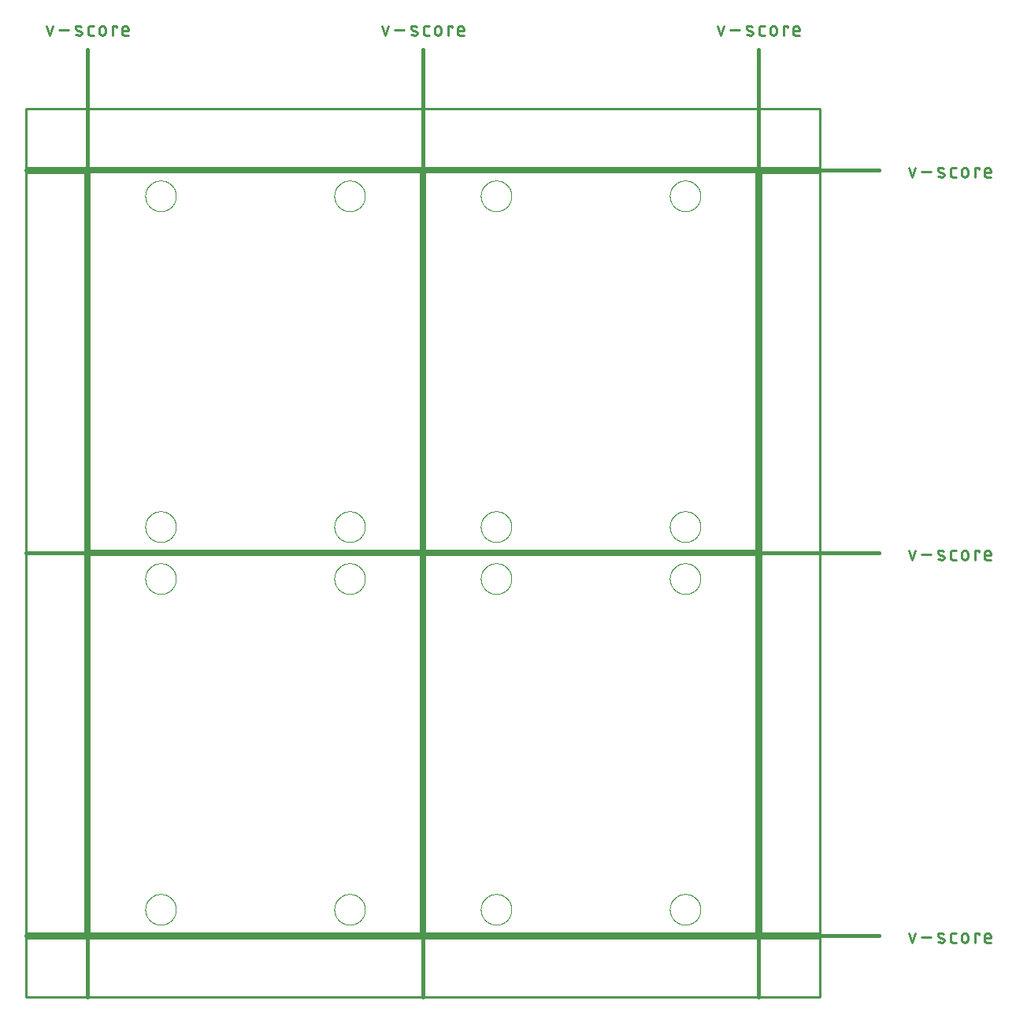
<source format=gko>
G04 EAGLE Gerber RS-274X export*
G75*
%MOMM*%
%FSLAX34Y34*%
%LPD*%
%INBoardOutline*%
%IPPOS*%
%AMOC8*
5,1,8,0,0,1.08239X$1,22.5*%
G01*
%ADD10C,0.203200*%
%ADD11C,0.381000*%
%ADD12C,0.279400*%
%ADD13C,0.254000*%
%ADD14C,0.000000*%


D10*
X0Y0D02*
X0Y406399D01*
X355599Y406399D01*
X355599Y0D01*
X0Y0D01*
X360680Y0D02*
X360680Y406399D01*
X716279Y406399D01*
X716279Y0D01*
X360680Y0D01*
X0Y411480D02*
X0Y817879D01*
X355599Y817879D01*
X355599Y411480D01*
X0Y411480D01*
X360680Y411480D02*
X360680Y817879D01*
X716279Y817879D01*
X716279Y411480D01*
X360680Y411480D01*
D11*
X-2540Y-68580D02*
X-2540Y949959D01*
D12*
X-42921Y965326D02*
X-46251Y975317D01*
X-39590Y975317D02*
X-42921Y965326D01*
X-32806Y971154D02*
X-22815Y971154D01*
X-14261Y971154D02*
X-10098Y969489D01*
X-14261Y971153D02*
X-14346Y971189D01*
X-14429Y971229D01*
X-14510Y971272D01*
X-14590Y971319D01*
X-14667Y971369D01*
X-14743Y971422D01*
X-14816Y971478D01*
X-14886Y971538D01*
X-14954Y971600D01*
X-15019Y971665D01*
X-15081Y971733D01*
X-15141Y971804D01*
X-15197Y971877D01*
X-15250Y971952D01*
X-15300Y972030D01*
X-15346Y972109D01*
X-15389Y972191D01*
X-15429Y972274D01*
X-15465Y972359D01*
X-15497Y972445D01*
X-15526Y972533D01*
X-15550Y972622D01*
X-15571Y972712D01*
X-15588Y972802D01*
X-15602Y972893D01*
X-15611Y972985D01*
X-15616Y973077D01*
X-15618Y973169D01*
X-15616Y973261D01*
X-15609Y973353D01*
X-15599Y973445D01*
X-15585Y973536D01*
X-15567Y973627D01*
X-15545Y973716D01*
X-15519Y973805D01*
X-15489Y973892D01*
X-15456Y973978D01*
X-15419Y974062D01*
X-15379Y974145D01*
X-15335Y974226D01*
X-15288Y974305D01*
X-15237Y974382D01*
X-15183Y974457D01*
X-15126Y974530D01*
X-15066Y974600D01*
X-15003Y974667D01*
X-14937Y974731D01*
X-14869Y974793D01*
X-14798Y974852D01*
X-14724Y974907D01*
X-14648Y974960D01*
X-14570Y975009D01*
X-14490Y975055D01*
X-14409Y975097D01*
X-14325Y975136D01*
X-14240Y975171D01*
X-14153Y975202D01*
X-14065Y975230D01*
X-13976Y975254D01*
X-13886Y975274D01*
X-13796Y975291D01*
X-13704Y975303D01*
X-13612Y975312D01*
X-13520Y975316D01*
X-13428Y975317D01*
X-13201Y975311D01*
X-12974Y975300D01*
X-12747Y975283D01*
X-12521Y975260D01*
X-12295Y975233D01*
X-12070Y975199D01*
X-11846Y975161D01*
X-11623Y975117D01*
X-11401Y975068D01*
X-11180Y975013D01*
X-10961Y974953D01*
X-10743Y974888D01*
X-10527Y974817D01*
X-10313Y974742D01*
X-10100Y974661D01*
X-9890Y974575D01*
X-9681Y974484D01*
X-10098Y969489D02*
X-10013Y969453D01*
X-9930Y969413D01*
X-9849Y969370D01*
X-9769Y969323D01*
X-9692Y969273D01*
X-9616Y969220D01*
X-9543Y969164D01*
X-9473Y969104D01*
X-9405Y969042D01*
X-9340Y968977D01*
X-9278Y968909D01*
X-9218Y968838D01*
X-9162Y968765D01*
X-9109Y968690D01*
X-9059Y968612D01*
X-9013Y968533D01*
X-8970Y968451D01*
X-8930Y968368D01*
X-8894Y968283D01*
X-8862Y968197D01*
X-8833Y968109D01*
X-8809Y968020D01*
X-8788Y967930D01*
X-8771Y967840D01*
X-8757Y967749D01*
X-8748Y967657D01*
X-8743Y967565D01*
X-8741Y967473D01*
X-8743Y967381D01*
X-8750Y967289D01*
X-8760Y967197D01*
X-8774Y967106D01*
X-8792Y967015D01*
X-8814Y966926D01*
X-8840Y966837D01*
X-8870Y966750D01*
X-8903Y966664D01*
X-8940Y966580D01*
X-8980Y966497D01*
X-9024Y966416D01*
X-9071Y966337D01*
X-9122Y966260D01*
X-9176Y966185D01*
X-9233Y966112D01*
X-9293Y966042D01*
X-9356Y965975D01*
X-9422Y965911D01*
X-9490Y965849D01*
X-9561Y965790D01*
X-9635Y965735D01*
X-9711Y965682D01*
X-9789Y965633D01*
X-9869Y965587D01*
X-9950Y965545D01*
X-10034Y965506D01*
X-10119Y965471D01*
X-10206Y965440D01*
X-10294Y965412D01*
X-10383Y965388D01*
X-10473Y965368D01*
X-10563Y965351D01*
X-10655Y965339D01*
X-10747Y965330D01*
X-10839Y965326D01*
X-10931Y965325D01*
X-10931Y965326D02*
X-11265Y965335D01*
X-11598Y965352D01*
X-11931Y965376D01*
X-12264Y965409D01*
X-12595Y965449D01*
X-12926Y965497D01*
X-13255Y965553D01*
X-13583Y965616D01*
X-13909Y965688D01*
X-14233Y965767D01*
X-14556Y965853D01*
X-14876Y965948D01*
X-15194Y966050D01*
X-15510Y966159D01*
X562Y965326D02*
X3892Y965326D01*
X562Y965326D02*
X464Y965328D01*
X366Y965334D01*
X268Y965343D01*
X171Y965357D01*
X75Y965374D01*
X-21Y965395D01*
X-116Y965420D01*
X-210Y965448D01*
X-303Y965480D01*
X-394Y965516D01*
X-484Y965555D01*
X-572Y965598D01*
X-659Y965645D01*
X-743Y965694D01*
X-826Y965747D01*
X-906Y965803D01*
X-985Y965862D01*
X-1060Y965925D01*
X-1134Y965990D01*
X-1204Y966058D01*
X-1272Y966128D01*
X-1338Y966202D01*
X-1400Y966278D01*
X-1459Y966356D01*
X-1515Y966436D01*
X-1568Y966519D01*
X-1618Y966603D01*
X-1664Y966690D01*
X-1707Y966778D01*
X-1746Y966868D01*
X-1782Y966959D01*
X-1814Y967052D01*
X-1842Y967146D01*
X-1867Y967241D01*
X-1888Y967337D01*
X-1905Y967433D01*
X-1919Y967530D01*
X-1928Y967628D01*
X-1934Y967726D01*
X-1936Y967824D01*
X-1936Y972819D01*
X-1934Y972917D01*
X-1928Y973015D01*
X-1919Y973113D01*
X-1905Y973210D01*
X-1888Y973306D01*
X-1867Y973402D01*
X-1842Y973497D01*
X-1814Y973591D01*
X-1782Y973684D01*
X-1746Y973775D01*
X-1707Y973865D01*
X-1664Y973953D01*
X-1617Y974040D01*
X-1568Y974124D01*
X-1515Y974207D01*
X-1459Y974287D01*
X-1400Y974365D01*
X-1337Y974441D01*
X-1272Y974515D01*
X-1204Y974585D01*
X-1134Y974653D01*
X-1060Y974718D01*
X-984Y974781D01*
X-906Y974840D01*
X-826Y974896D01*
X-743Y974949D01*
X-659Y974998D01*
X-572Y975045D01*
X-484Y975088D01*
X-394Y975127D01*
X-303Y975163D01*
X-210Y975195D01*
X-116Y975223D01*
X-21Y975248D01*
X75Y975269D01*
X171Y975286D01*
X268Y975300D01*
X366Y975309D01*
X464Y975315D01*
X562Y975317D01*
X3892Y975317D01*
X10022Y971986D02*
X10022Y968656D01*
X10022Y971986D02*
X10024Y972100D01*
X10030Y972213D01*
X10039Y972327D01*
X10053Y972439D01*
X10070Y972552D01*
X10092Y972664D01*
X10117Y972774D01*
X10145Y972884D01*
X10178Y972993D01*
X10214Y973101D01*
X10254Y973208D01*
X10298Y973313D01*
X10345Y973416D01*
X10395Y973518D01*
X10449Y973618D01*
X10507Y973716D01*
X10568Y973812D01*
X10631Y973906D01*
X10699Y973998D01*
X10769Y974088D01*
X10842Y974174D01*
X10918Y974259D01*
X10997Y974341D01*
X11079Y974420D01*
X11164Y974496D01*
X11250Y974569D01*
X11340Y974639D01*
X11432Y974707D01*
X11526Y974770D01*
X11622Y974831D01*
X11720Y974889D01*
X11820Y974943D01*
X11922Y974993D01*
X12025Y975040D01*
X12130Y975084D01*
X12237Y975124D01*
X12345Y975160D01*
X12454Y975193D01*
X12564Y975221D01*
X12674Y975246D01*
X12786Y975268D01*
X12899Y975285D01*
X13011Y975299D01*
X13125Y975308D01*
X13238Y975314D01*
X13352Y975316D01*
X13466Y975314D01*
X13579Y975308D01*
X13693Y975299D01*
X13805Y975285D01*
X13918Y975268D01*
X14030Y975246D01*
X14140Y975221D01*
X14250Y975193D01*
X14359Y975160D01*
X14467Y975124D01*
X14574Y975084D01*
X14679Y975040D01*
X14782Y974993D01*
X14884Y974943D01*
X14984Y974889D01*
X15082Y974831D01*
X15178Y974770D01*
X15272Y974707D01*
X15364Y974639D01*
X15454Y974569D01*
X15540Y974496D01*
X15625Y974420D01*
X15707Y974341D01*
X15786Y974259D01*
X15862Y974174D01*
X15935Y974088D01*
X16005Y973998D01*
X16073Y973906D01*
X16136Y973812D01*
X16197Y973716D01*
X16255Y973618D01*
X16309Y973518D01*
X16359Y973416D01*
X16406Y973313D01*
X16450Y973208D01*
X16490Y973101D01*
X16526Y972993D01*
X16559Y972884D01*
X16587Y972774D01*
X16612Y972664D01*
X16634Y972552D01*
X16651Y972439D01*
X16665Y972327D01*
X16674Y972213D01*
X16680Y972100D01*
X16682Y971986D01*
X16682Y968656D01*
X16680Y968542D01*
X16674Y968429D01*
X16665Y968315D01*
X16651Y968203D01*
X16634Y968090D01*
X16612Y967978D01*
X16587Y967868D01*
X16559Y967758D01*
X16526Y967649D01*
X16490Y967541D01*
X16450Y967434D01*
X16406Y967329D01*
X16359Y967226D01*
X16309Y967124D01*
X16255Y967024D01*
X16197Y966926D01*
X16136Y966830D01*
X16073Y966736D01*
X16005Y966644D01*
X15935Y966554D01*
X15862Y966468D01*
X15786Y966383D01*
X15707Y966301D01*
X15625Y966222D01*
X15540Y966146D01*
X15454Y966073D01*
X15364Y966003D01*
X15272Y965935D01*
X15178Y965872D01*
X15082Y965811D01*
X14984Y965753D01*
X14884Y965699D01*
X14782Y965649D01*
X14679Y965602D01*
X14574Y965558D01*
X14467Y965518D01*
X14359Y965482D01*
X14250Y965449D01*
X14140Y965421D01*
X14030Y965396D01*
X13918Y965374D01*
X13805Y965357D01*
X13693Y965343D01*
X13579Y965334D01*
X13466Y965328D01*
X13352Y965326D01*
X13238Y965328D01*
X13125Y965334D01*
X13011Y965343D01*
X12899Y965357D01*
X12786Y965374D01*
X12674Y965396D01*
X12564Y965421D01*
X12454Y965449D01*
X12345Y965482D01*
X12237Y965518D01*
X12130Y965558D01*
X12025Y965602D01*
X11922Y965649D01*
X11820Y965699D01*
X11720Y965753D01*
X11622Y965811D01*
X11526Y965872D01*
X11432Y965935D01*
X11340Y966003D01*
X11250Y966073D01*
X11164Y966146D01*
X11079Y966222D01*
X10997Y966301D01*
X10918Y966383D01*
X10842Y966468D01*
X10769Y966554D01*
X10699Y966644D01*
X10631Y966736D01*
X10568Y966830D01*
X10507Y966926D01*
X10449Y967024D01*
X10395Y967124D01*
X10345Y967226D01*
X10298Y967329D01*
X10254Y967434D01*
X10214Y967541D01*
X10178Y967649D01*
X10145Y967758D01*
X10117Y967868D01*
X10092Y967978D01*
X10070Y968090D01*
X10053Y968203D01*
X10039Y968315D01*
X10030Y968429D01*
X10024Y968542D01*
X10022Y968656D01*
X24218Y965326D02*
X24218Y975317D01*
X29213Y975317D01*
X29213Y973652D01*
X37008Y965326D02*
X41171Y965326D01*
X37008Y965326D02*
X36910Y965328D01*
X36812Y965334D01*
X36714Y965343D01*
X36617Y965357D01*
X36521Y965374D01*
X36425Y965395D01*
X36330Y965420D01*
X36236Y965448D01*
X36143Y965480D01*
X36052Y965516D01*
X35962Y965555D01*
X35874Y965598D01*
X35787Y965645D01*
X35703Y965694D01*
X35620Y965747D01*
X35540Y965803D01*
X35462Y965862D01*
X35386Y965925D01*
X35312Y965990D01*
X35242Y966058D01*
X35174Y966128D01*
X35109Y966202D01*
X35046Y966278D01*
X34987Y966356D01*
X34931Y966436D01*
X34878Y966519D01*
X34829Y966603D01*
X34782Y966690D01*
X34739Y966778D01*
X34700Y966868D01*
X34664Y966959D01*
X34632Y967052D01*
X34604Y967146D01*
X34579Y967241D01*
X34558Y967337D01*
X34541Y967433D01*
X34527Y967530D01*
X34518Y967628D01*
X34512Y967726D01*
X34510Y967824D01*
X34510Y971986D01*
X34511Y971986D02*
X34513Y972100D01*
X34519Y972213D01*
X34528Y972327D01*
X34542Y972439D01*
X34559Y972552D01*
X34581Y972664D01*
X34606Y972774D01*
X34634Y972884D01*
X34667Y972993D01*
X34703Y973101D01*
X34743Y973208D01*
X34787Y973313D01*
X34834Y973416D01*
X34884Y973518D01*
X34938Y973618D01*
X34996Y973716D01*
X35057Y973812D01*
X35120Y973906D01*
X35188Y973998D01*
X35258Y974088D01*
X35331Y974174D01*
X35407Y974259D01*
X35486Y974341D01*
X35568Y974420D01*
X35653Y974496D01*
X35739Y974569D01*
X35829Y974639D01*
X35921Y974707D01*
X36015Y974770D01*
X36111Y974831D01*
X36209Y974889D01*
X36309Y974943D01*
X36411Y974993D01*
X36514Y975040D01*
X36619Y975084D01*
X36726Y975124D01*
X36834Y975160D01*
X36943Y975193D01*
X37053Y975221D01*
X37163Y975246D01*
X37275Y975268D01*
X37388Y975285D01*
X37500Y975299D01*
X37614Y975308D01*
X37727Y975314D01*
X37841Y975316D01*
X37955Y975314D01*
X38068Y975308D01*
X38182Y975299D01*
X38294Y975285D01*
X38407Y975268D01*
X38519Y975246D01*
X38629Y975221D01*
X38739Y975193D01*
X38848Y975160D01*
X38956Y975124D01*
X39063Y975084D01*
X39168Y975040D01*
X39271Y974993D01*
X39373Y974943D01*
X39473Y974889D01*
X39571Y974831D01*
X39667Y974770D01*
X39761Y974707D01*
X39853Y974639D01*
X39943Y974569D01*
X40029Y974496D01*
X40114Y974420D01*
X40196Y974341D01*
X40275Y974259D01*
X40351Y974174D01*
X40424Y974088D01*
X40494Y973998D01*
X40562Y973906D01*
X40625Y973812D01*
X40686Y973716D01*
X40744Y973618D01*
X40798Y973518D01*
X40848Y973416D01*
X40895Y973313D01*
X40939Y973208D01*
X40979Y973101D01*
X41015Y972993D01*
X41048Y972884D01*
X41076Y972774D01*
X41101Y972664D01*
X41123Y972552D01*
X41140Y972439D01*
X41154Y972327D01*
X41163Y972213D01*
X41169Y972100D01*
X41171Y971986D01*
X41171Y970321D01*
X34510Y970321D01*
D11*
X358140Y949959D02*
X358140Y-68580D01*
D12*
X317759Y965326D02*
X314429Y975317D01*
X321089Y975317D02*
X317759Y965326D01*
X327874Y971154D02*
X337864Y971154D01*
X346419Y971154D02*
X350582Y969489D01*
X346419Y971153D02*
X346334Y971189D01*
X346251Y971229D01*
X346170Y971272D01*
X346090Y971319D01*
X346013Y971369D01*
X345937Y971422D01*
X345864Y971478D01*
X345794Y971538D01*
X345726Y971600D01*
X345661Y971665D01*
X345599Y971733D01*
X345539Y971804D01*
X345483Y971877D01*
X345430Y971952D01*
X345380Y972030D01*
X345334Y972109D01*
X345291Y972191D01*
X345251Y972274D01*
X345215Y972359D01*
X345183Y972445D01*
X345154Y972533D01*
X345130Y972622D01*
X345109Y972712D01*
X345092Y972802D01*
X345078Y972893D01*
X345069Y972985D01*
X345064Y973077D01*
X345062Y973169D01*
X345064Y973261D01*
X345071Y973353D01*
X345081Y973445D01*
X345095Y973536D01*
X345113Y973627D01*
X345135Y973716D01*
X345161Y973805D01*
X345191Y973892D01*
X345224Y973978D01*
X345261Y974062D01*
X345301Y974145D01*
X345345Y974226D01*
X345392Y974305D01*
X345443Y974382D01*
X345497Y974457D01*
X345554Y974530D01*
X345614Y974600D01*
X345677Y974667D01*
X345743Y974731D01*
X345811Y974793D01*
X345882Y974852D01*
X345956Y974907D01*
X346032Y974960D01*
X346110Y975009D01*
X346190Y975055D01*
X346271Y975097D01*
X346355Y975136D01*
X346440Y975171D01*
X346527Y975202D01*
X346615Y975230D01*
X346704Y975254D01*
X346794Y975274D01*
X346884Y975291D01*
X346976Y975303D01*
X347068Y975312D01*
X347160Y975316D01*
X347252Y975317D01*
X347251Y975317D02*
X347478Y975311D01*
X347705Y975300D01*
X347932Y975283D01*
X348158Y975260D01*
X348384Y975233D01*
X348609Y975199D01*
X348833Y975161D01*
X349056Y975117D01*
X349278Y975068D01*
X349499Y975013D01*
X349718Y974953D01*
X349936Y974888D01*
X350152Y974817D01*
X350366Y974742D01*
X350579Y974661D01*
X350789Y974575D01*
X350998Y974484D01*
X350582Y969489D02*
X350667Y969453D01*
X350750Y969413D01*
X350831Y969370D01*
X350911Y969323D01*
X350988Y969273D01*
X351064Y969220D01*
X351137Y969164D01*
X351207Y969104D01*
X351275Y969042D01*
X351340Y968977D01*
X351402Y968909D01*
X351462Y968838D01*
X351518Y968765D01*
X351571Y968690D01*
X351621Y968612D01*
X351667Y968533D01*
X351710Y968451D01*
X351750Y968368D01*
X351786Y968283D01*
X351818Y968197D01*
X351847Y968109D01*
X351871Y968020D01*
X351892Y967930D01*
X351909Y967840D01*
X351923Y967749D01*
X351932Y967657D01*
X351937Y967565D01*
X351939Y967473D01*
X351937Y967381D01*
X351930Y967289D01*
X351920Y967197D01*
X351906Y967106D01*
X351888Y967015D01*
X351866Y966926D01*
X351840Y966837D01*
X351810Y966750D01*
X351777Y966664D01*
X351740Y966580D01*
X351700Y966497D01*
X351656Y966416D01*
X351609Y966337D01*
X351558Y966260D01*
X351504Y966185D01*
X351447Y966112D01*
X351387Y966042D01*
X351324Y965975D01*
X351258Y965911D01*
X351190Y965849D01*
X351119Y965790D01*
X351045Y965735D01*
X350969Y965682D01*
X350891Y965633D01*
X350811Y965587D01*
X350730Y965545D01*
X350646Y965506D01*
X350561Y965471D01*
X350474Y965440D01*
X350386Y965412D01*
X350297Y965388D01*
X350207Y965368D01*
X350117Y965351D01*
X350025Y965339D01*
X349933Y965330D01*
X349841Y965326D01*
X349749Y965325D01*
X349749Y965326D02*
X349415Y965335D01*
X349082Y965352D01*
X348749Y965376D01*
X348416Y965409D01*
X348085Y965449D01*
X347754Y965497D01*
X347425Y965553D01*
X347097Y965616D01*
X346771Y965688D01*
X346447Y965767D01*
X346124Y965853D01*
X345804Y965948D01*
X345486Y966050D01*
X345170Y966159D01*
X361241Y965326D02*
X364571Y965326D01*
X361241Y965326D02*
X361143Y965328D01*
X361045Y965334D01*
X360947Y965343D01*
X360850Y965357D01*
X360754Y965374D01*
X360658Y965395D01*
X360563Y965420D01*
X360469Y965448D01*
X360376Y965480D01*
X360285Y965516D01*
X360195Y965555D01*
X360107Y965598D01*
X360020Y965645D01*
X359936Y965694D01*
X359853Y965747D01*
X359773Y965803D01*
X359695Y965862D01*
X359619Y965925D01*
X359545Y965990D01*
X359475Y966058D01*
X359407Y966128D01*
X359342Y966202D01*
X359279Y966278D01*
X359220Y966356D01*
X359164Y966436D01*
X359111Y966519D01*
X359062Y966603D01*
X359015Y966690D01*
X358972Y966778D01*
X358933Y966868D01*
X358897Y966959D01*
X358865Y967052D01*
X358837Y967146D01*
X358812Y967241D01*
X358791Y967337D01*
X358774Y967433D01*
X358760Y967530D01*
X358751Y967628D01*
X358745Y967726D01*
X358743Y967824D01*
X358744Y967824D02*
X358744Y972819D01*
X358743Y972819D02*
X358745Y972917D01*
X358751Y973015D01*
X358760Y973113D01*
X358774Y973210D01*
X358791Y973306D01*
X358812Y973402D01*
X358837Y973497D01*
X358865Y973591D01*
X358897Y973684D01*
X358933Y973775D01*
X358972Y973865D01*
X359015Y973953D01*
X359062Y974040D01*
X359111Y974124D01*
X359164Y974207D01*
X359220Y974287D01*
X359279Y974366D01*
X359342Y974441D01*
X359407Y974515D01*
X359475Y974585D01*
X359545Y974653D01*
X359619Y974719D01*
X359695Y974781D01*
X359773Y974840D01*
X359853Y974896D01*
X359936Y974949D01*
X360020Y974999D01*
X360107Y975045D01*
X360195Y975088D01*
X360285Y975127D01*
X360376Y975163D01*
X360469Y975195D01*
X360563Y975223D01*
X360658Y975248D01*
X360754Y975269D01*
X360850Y975286D01*
X360947Y975300D01*
X361045Y975309D01*
X361143Y975315D01*
X361241Y975317D01*
X364571Y975317D01*
X370701Y971986D02*
X370701Y968656D01*
X370701Y971986D02*
X370703Y972100D01*
X370709Y972213D01*
X370718Y972327D01*
X370732Y972439D01*
X370749Y972552D01*
X370771Y972664D01*
X370796Y972774D01*
X370824Y972884D01*
X370857Y972993D01*
X370893Y973101D01*
X370933Y973208D01*
X370977Y973313D01*
X371024Y973416D01*
X371074Y973518D01*
X371128Y973618D01*
X371186Y973716D01*
X371247Y973812D01*
X371310Y973906D01*
X371378Y973998D01*
X371448Y974088D01*
X371521Y974174D01*
X371597Y974259D01*
X371676Y974341D01*
X371758Y974420D01*
X371843Y974496D01*
X371929Y974569D01*
X372019Y974639D01*
X372111Y974707D01*
X372205Y974770D01*
X372301Y974831D01*
X372399Y974889D01*
X372499Y974943D01*
X372601Y974993D01*
X372704Y975040D01*
X372809Y975084D01*
X372916Y975124D01*
X373024Y975160D01*
X373133Y975193D01*
X373243Y975221D01*
X373353Y975246D01*
X373465Y975268D01*
X373578Y975285D01*
X373690Y975299D01*
X373804Y975308D01*
X373917Y975314D01*
X374031Y975316D01*
X374145Y975314D01*
X374258Y975308D01*
X374372Y975299D01*
X374484Y975285D01*
X374597Y975268D01*
X374709Y975246D01*
X374819Y975221D01*
X374929Y975193D01*
X375038Y975160D01*
X375146Y975124D01*
X375253Y975084D01*
X375358Y975040D01*
X375461Y974993D01*
X375563Y974943D01*
X375663Y974889D01*
X375761Y974831D01*
X375857Y974770D01*
X375951Y974707D01*
X376043Y974639D01*
X376133Y974569D01*
X376219Y974496D01*
X376304Y974420D01*
X376386Y974341D01*
X376465Y974259D01*
X376541Y974174D01*
X376614Y974088D01*
X376684Y973998D01*
X376752Y973906D01*
X376815Y973812D01*
X376876Y973716D01*
X376934Y973618D01*
X376988Y973518D01*
X377038Y973416D01*
X377085Y973313D01*
X377129Y973208D01*
X377169Y973101D01*
X377205Y972993D01*
X377238Y972884D01*
X377266Y972774D01*
X377291Y972664D01*
X377313Y972552D01*
X377330Y972439D01*
X377344Y972327D01*
X377353Y972213D01*
X377359Y972100D01*
X377361Y971986D01*
X377361Y968656D01*
X377359Y968542D01*
X377353Y968429D01*
X377344Y968315D01*
X377330Y968203D01*
X377313Y968090D01*
X377291Y967978D01*
X377266Y967868D01*
X377238Y967758D01*
X377205Y967649D01*
X377169Y967541D01*
X377129Y967434D01*
X377085Y967329D01*
X377038Y967226D01*
X376988Y967124D01*
X376934Y967024D01*
X376876Y966926D01*
X376815Y966830D01*
X376752Y966736D01*
X376684Y966644D01*
X376614Y966554D01*
X376541Y966468D01*
X376465Y966383D01*
X376386Y966301D01*
X376304Y966222D01*
X376219Y966146D01*
X376133Y966073D01*
X376043Y966003D01*
X375951Y965935D01*
X375857Y965872D01*
X375761Y965811D01*
X375663Y965753D01*
X375563Y965699D01*
X375461Y965649D01*
X375358Y965602D01*
X375253Y965558D01*
X375146Y965518D01*
X375038Y965482D01*
X374929Y965449D01*
X374819Y965421D01*
X374709Y965396D01*
X374597Y965374D01*
X374484Y965357D01*
X374372Y965343D01*
X374258Y965334D01*
X374145Y965328D01*
X374031Y965326D01*
X373917Y965328D01*
X373804Y965334D01*
X373690Y965343D01*
X373578Y965357D01*
X373465Y965374D01*
X373353Y965396D01*
X373243Y965421D01*
X373133Y965449D01*
X373024Y965482D01*
X372916Y965518D01*
X372809Y965558D01*
X372704Y965602D01*
X372601Y965649D01*
X372499Y965699D01*
X372399Y965753D01*
X372301Y965811D01*
X372205Y965872D01*
X372111Y965935D01*
X372019Y966003D01*
X371929Y966073D01*
X371843Y966146D01*
X371758Y966222D01*
X371676Y966301D01*
X371597Y966383D01*
X371521Y966468D01*
X371448Y966554D01*
X371378Y966644D01*
X371310Y966736D01*
X371247Y966830D01*
X371186Y966926D01*
X371128Y967024D01*
X371074Y967124D01*
X371024Y967226D01*
X370977Y967329D01*
X370933Y967434D01*
X370893Y967541D01*
X370857Y967649D01*
X370824Y967758D01*
X370796Y967868D01*
X370771Y967978D01*
X370749Y968090D01*
X370732Y968203D01*
X370718Y968315D01*
X370709Y968429D01*
X370703Y968542D01*
X370701Y968656D01*
X384897Y965326D02*
X384897Y975317D01*
X389892Y975317D01*
X389892Y973652D01*
X397688Y965326D02*
X401850Y965326D01*
X397688Y965326D02*
X397590Y965328D01*
X397492Y965334D01*
X397394Y965343D01*
X397297Y965357D01*
X397201Y965374D01*
X397105Y965395D01*
X397010Y965420D01*
X396916Y965448D01*
X396823Y965480D01*
X396732Y965516D01*
X396642Y965555D01*
X396554Y965598D01*
X396467Y965645D01*
X396383Y965694D01*
X396300Y965747D01*
X396220Y965803D01*
X396142Y965862D01*
X396066Y965925D01*
X395992Y965990D01*
X395922Y966058D01*
X395854Y966128D01*
X395789Y966202D01*
X395726Y966278D01*
X395667Y966356D01*
X395611Y966436D01*
X395558Y966519D01*
X395509Y966603D01*
X395462Y966690D01*
X395419Y966778D01*
X395380Y966868D01*
X395344Y966959D01*
X395312Y967052D01*
X395284Y967146D01*
X395259Y967241D01*
X395238Y967337D01*
X395221Y967433D01*
X395207Y967530D01*
X395198Y967628D01*
X395192Y967726D01*
X395190Y967824D01*
X395190Y971986D01*
X395192Y972100D01*
X395198Y972213D01*
X395207Y972327D01*
X395221Y972439D01*
X395238Y972552D01*
X395260Y972664D01*
X395285Y972774D01*
X395313Y972884D01*
X395346Y972993D01*
X395382Y973101D01*
X395422Y973208D01*
X395466Y973313D01*
X395513Y973416D01*
X395563Y973518D01*
X395617Y973618D01*
X395675Y973716D01*
X395736Y973812D01*
X395799Y973906D01*
X395867Y973998D01*
X395937Y974088D01*
X396010Y974174D01*
X396086Y974259D01*
X396165Y974341D01*
X396247Y974420D01*
X396332Y974496D01*
X396418Y974569D01*
X396508Y974639D01*
X396600Y974707D01*
X396694Y974770D01*
X396790Y974831D01*
X396888Y974889D01*
X396988Y974943D01*
X397090Y974993D01*
X397193Y975040D01*
X397298Y975084D01*
X397405Y975124D01*
X397513Y975160D01*
X397622Y975193D01*
X397732Y975221D01*
X397842Y975246D01*
X397954Y975268D01*
X398067Y975285D01*
X398179Y975299D01*
X398293Y975308D01*
X398406Y975314D01*
X398520Y975316D01*
X398634Y975314D01*
X398747Y975308D01*
X398861Y975299D01*
X398973Y975285D01*
X399086Y975268D01*
X399198Y975246D01*
X399308Y975221D01*
X399418Y975193D01*
X399527Y975160D01*
X399635Y975124D01*
X399742Y975084D01*
X399847Y975040D01*
X399950Y974993D01*
X400052Y974943D01*
X400152Y974889D01*
X400250Y974831D01*
X400346Y974770D01*
X400440Y974707D01*
X400532Y974639D01*
X400622Y974569D01*
X400708Y974496D01*
X400793Y974420D01*
X400875Y974341D01*
X400954Y974259D01*
X401030Y974174D01*
X401103Y974088D01*
X401173Y973998D01*
X401241Y973906D01*
X401304Y973812D01*
X401365Y973716D01*
X401423Y973618D01*
X401477Y973518D01*
X401527Y973416D01*
X401574Y973313D01*
X401618Y973208D01*
X401658Y973101D01*
X401694Y972993D01*
X401727Y972884D01*
X401755Y972774D01*
X401780Y972664D01*
X401802Y972552D01*
X401819Y972439D01*
X401833Y972327D01*
X401842Y972213D01*
X401848Y972100D01*
X401850Y971986D01*
X401850Y970321D01*
X395190Y970321D01*
D11*
X718819Y949959D02*
X718819Y-68580D01*
D12*
X678438Y965326D02*
X675108Y975317D01*
X681769Y975317D02*
X678438Y965326D01*
X688553Y971154D02*
X698544Y971154D01*
X707098Y971154D02*
X711261Y969489D01*
X707098Y971153D02*
X707013Y971189D01*
X706930Y971229D01*
X706849Y971272D01*
X706769Y971319D01*
X706692Y971369D01*
X706616Y971422D01*
X706543Y971478D01*
X706473Y971538D01*
X706405Y971600D01*
X706340Y971665D01*
X706278Y971733D01*
X706218Y971804D01*
X706162Y971877D01*
X706109Y971952D01*
X706059Y972030D01*
X706013Y972109D01*
X705970Y972191D01*
X705930Y972274D01*
X705894Y972359D01*
X705862Y972445D01*
X705833Y972533D01*
X705809Y972622D01*
X705788Y972712D01*
X705771Y972802D01*
X705757Y972893D01*
X705748Y972985D01*
X705743Y973077D01*
X705741Y973169D01*
X705743Y973261D01*
X705750Y973353D01*
X705760Y973445D01*
X705774Y973536D01*
X705792Y973627D01*
X705814Y973716D01*
X705840Y973805D01*
X705870Y973892D01*
X705903Y973978D01*
X705940Y974062D01*
X705980Y974145D01*
X706024Y974226D01*
X706071Y974305D01*
X706122Y974382D01*
X706176Y974457D01*
X706233Y974530D01*
X706293Y974600D01*
X706356Y974667D01*
X706422Y974731D01*
X706490Y974793D01*
X706561Y974852D01*
X706635Y974907D01*
X706711Y974960D01*
X706789Y975009D01*
X706869Y975055D01*
X706950Y975097D01*
X707034Y975136D01*
X707119Y975171D01*
X707206Y975202D01*
X707294Y975230D01*
X707383Y975254D01*
X707473Y975274D01*
X707563Y975291D01*
X707655Y975303D01*
X707747Y975312D01*
X707839Y975316D01*
X707931Y975317D01*
X708158Y975311D01*
X708385Y975300D01*
X708612Y975283D01*
X708838Y975260D01*
X709064Y975233D01*
X709289Y975199D01*
X709513Y975161D01*
X709736Y975117D01*
X709958Y975068D01*
X710179Y975013D01*
X710398Y974953D01*
X710616Y974888D01*
X710832Y974817D01*
X711046Y974742D01*
X711259Y974661D01*
X711469Y974575D01*
X711678Y974484D01*
X711261Y969489D02*
X711346Y969453D01*
X711429Y969413D01*
X711510Y969370D01*
X711590Y969323D01*
X711667Y969273D01*
X711743Y969220D01*
X711816Y969164D01*
X711886Y969104D01*
X711954Y969042D01*
X712019Y968977D01*
X712081Y968909D01*
X712141Y968838D01*
X712197Y968765D01*
X712250Y968690D01*
X712300Y968612D01*
X712346Y968533D01*
X712389Y968451D01*
X712429Y968368D01*
X712465Y968283D01*
X712497Y968197D01*
X712526Y968109D01*
X712550Y968020D01*
X712571Y967930D01*
X712588Y967840D01*
X712602Y967749D01*
X712611Y967657D01*
X712616Y967565D01*
X712618Y967473D01*
X712616Y967381D01*
X712609Y967289D01*
X712599Y967197D01*
X712585Y967106D01*
X712567Y967015D01*
X712545Y966926D01*
X712519Y966837D01*
X712489Y966750D01*
X712456Y966664D01*
X712419Y966580D01*
X712379Y966497D01*
X712335Y966416D01*
X712288Y966337D01*
X712237Y966260D01*
X712183Y966185D01*
X712126Y966112D01*
X712066Y966042D01*
X712003Y965975D01*
X711937Y965911D01*
X711869Y965849D01*
X711798Y965790D01*
X711724Y965735D01*
X711648Y965682D01*
X711570Y965633D01*
X711490Y965587D01*
X711409Y965545D01*
X711325Y965506D01*
X711240Y965471D01*
X711153Y965440D01*
X711065Y965412D01*
X710976Y965388D01*
X710886Y965368D01*
X710796Y965351D01*
X710704Y965339D01*
X710612Y965330D01*
X710520Y965326D01*
X710428Y965325D01*
X710428Y965326D02*
X710094Y965335D01*
X709761Y965352D01*
X709428Y965376D01*
X709095Y965409D01*
X708764Y965449D01*
X708433Y965497D01*
X708104Y965553D01*
X707776Y965616D01*
X707450Y965688D01*
X707126Y965767D01*
X706803Y965853D01*
X706483Y965948D01*
X706165Y966050D01*
X705849Y966159D01*
X721921Y965326D02*
X725251Y965326D01*
X721921Y965326D02*
X721823Y965328D01*
X721725Y965334D01*
X721627Y965343D01*
X721530Y965357D01*
X721434Y965374D01*
X721338Y965395D01*
X721243Y965420D01*
X721149Y965448D01*
X721056Y965480D01*
X720965Y965516D01*
X720875Y965555D01*
X720787Y965598D01*
X720700Y965645D01*
X720616Y965694D01*
X720533Y965747D01*
X720453Y965803D01*
X720375Y965862D01*
X720299Y965925D01*
X720225Y965990D01*
X720155Y966058D01*
X720087Y966128D01*
X720022Y966202D01*
X719959Y966278D01*
X719900Y966356D01*
X719844Y966436D01*
X719791Y966519D01*
X719742Y966603D01*
X719695Y966690D01*
X719652Y966778D01*
X719613Y966868D01*
X719577Y966959D01*
X719545Y967052D01*
X719517Y967146D01*
X719492Y967241D01*
X719471Y967337D01*
X719454Y967433D01*
X719440Y967530D01*
X719431Y967628D01*
X719425Y967726D01*
X719423Y967824D01*
X719423Y972819D01*
X719425Y972917D01*
X719431Y973015D01*
X719440Y973113D01*
X719454Y973210D01*
X719471Y973306D01*
X719492Y973402D01*
X719517Y973497D01*
X719545Y973591D01*
X719577Y973684D01*
X719613Y973775D01*
X719652Y973865D01*
X719695Y973953D01*
X719742Y974040D01*
X719791Y974124D01*
X719844Y974207D01*
X719900Y974287D01*
X719959Y974366D01*
X720022Y974441D01*
X720087Y974515D01*
X720155Y974585D01*
X720225Y974653D01*
X720299Y974719D01*
X720375Y974781D01*
X720453Y974840D01*
X720533Y974896D01*
X720616Y974949D01*
X720700Y974999D01*
X720787Y975045D01*
X720875Y975088D01*
X720965Y975127D01*
X721056Y975163D01*
X721149Y975195D01*
X721243Y975223D01*
X721338Y975248D01*
X721434Y975269D01*
X721530Y975286D01*
X721627Y975300D01*
X721725Y975309D01*
X721823Y975315D01*
X721921Y975317D01*
X725251Y975317D01*
X731381Y971986D02*
X731381Y968656D01*
X731381Y971986D02*
X731383Y972100D01*
X731389Y972213D01*
X731398Y972327D01*
X731412Y972439D01*
X731429Y972552D01*
X731451Y972664D01*
X731476Y972774D01*
X731504Y972884D01*
X731537Y972993D01*
X731573Y973101D01*
X731613Y973208D01*
X731657Y973313D01*
X731704Y973416D01*
X731754Y973518D01*
X731808Y973618D01*
X731866Y973716D01*
X731927Y973812D01*
X731990Y973906D01*
X732058Y973998D01*
X732128Y974088D01*
X732201Y974174D01*
X732277Y974259D01*
X732356Y974341D01*
X732438Y974420D01*
X732523Y974496D01*
X732609Y974569D01*
X732699Y974639D01*
X732791Y974707D01*
X732885Y974770D01*
X732981Y974831D01*
X733079Y974889D01*
X733179Y974943D01*
X733281Y974993D01*
X733384Y975040D01*
X733489Y975084D01*
X733596Y975124D01*
X733704Y975160D01*
X733813Y975193D01*
X733923Y975221D01*
X734033Y975246D01*
X734145Y975268D01*
X734258Y975285D01*
X734370Y975299D01*
X734484Y975308D01*
X734597Y975314D01*
X734711Y975316D01*
X734825Y975314D01*
X734938Y975308D01*
X735052Y975299D01*
X735164Y975285D01*
X735277Y975268D01*
X735389Y975246D01*
X735499Y975221D01*
X735609Y975193D01*
X735718Y975160D01*
X735826Y975124D01*
X735933Y975084D01*
X736038Y975040D01*
X736141Y974993D01*
X736243Y974943D01*
X736343Y974889D01*
X736441Y974831D01*
X736537Y974770D01*
X736631Y974707D01*
X736723Y974639D01*
X736813Y974569D01*
X736899Y974496D01*
X736984Y974420D01*
X737066Y974341D01*
X737145Y974259D01*
X737221Y974174D01*
X737294Y974088D01*
X737364Y973998D01*
X737432Y973906D01*
X737495Y973812D01*
X737556Y973716D01*
X737614Y973618D01*
X737668Y973518D01*
X737718Y973416D01*
X737765Y973313D01*
X737809Y973208D01*
X737849Y973101D01*
X737885Y972993D01*
X737918Y972884D01*
X737946Y972774D01*
X737971Y972664D01*
X737993Y972552D01*
X738010Y972439D01*
X738024Y972327D01*
X738033Y972213D01*
X738039Y972100D01*
X738041Y971986D01*
X738041Y968656D01*
X738039Y968542D01*
X738033Y968429D01*
X738024Y968315D01*
X738010Y968203D01*
X737993Y968090D01*
X737971Y967978D01*
X737946Y967868D01*
X737918Y967758D01*
X737885Y967649D01*
X737849Y967541D01*
X737809Y967434D01*
X737765Y967329D01*
X737718Y967226D01*
X737668Y967124D01*
X737614Y967024D01*
X737556Y966926D01*
X737495Y966830D01*
X737432Y966736D01*
X737364Y966644D01*
X737294Y966554D01*
X737221Y966468D01*
X737145Y966383D01*
X737066Y966301D01*
X736984Y966222D01*
X736899Y966146D01*
X736813Y966073D01*
X736723Y966003D01*
X736631Y965935D01*
X736537Y965872D01*
X736441Y965811D01*
X736343Y965753D01*
X736243Y965699D01*
X736141Y965649D01*
X736038Y965602D01*
X735933Y965558D01*
X735826Y965518D01*
X735718Y965482D01*
X735609Y965449D01*
X735499Y965421D01*
X735389Y965396D01*
X735277Y965374D01*
X735164Y965357D01*
X735052Y965343D01*
X734938Y965334D01*
X734825Y965328D01*
X734711Y965326D01*
X734597Y965328D01*
X734484Y965334D01*
X734370Y965343D01*
X734258Y965357D01*
X734145Y965374D01*
X734033Y965396D01*
X733923Y965421D01*
X733813Y965449D01*
X733704Y965482D01*
X733596Y965518D01*
X733489Y965558D01*
X733384Y965602D01*
X733281Y965649D01*
X733179Y965699D01*
X733079Y965753D01*
X732981Y965811D01*
X732885Y965872D01*
X732791Y965935D01*
X732699Y966003D01*
X732609Y966073D01*
X732523Y966146D01*
X732438Y966222D01*
X732356Y966301D01*
X732277Y966383D01*
X732201Y966468D01*
X732128Y966554D01*
X732058Y966644D01*
X731990Y966736D01*
X731927Y966830D01*
X731866Y966926D01*
X731808Y967024D01*
X731754Y967124D01*
X731704Y967226D01*
X731657Y967329D01*
X731613Y967434D01*
X731573Y967541D01*
X731537Y967649D01*
X731504Y967758D01*
X731476Y967868D01*
X731451Y967978D01*
X731429Y968090D01*
X731412Y968203D01*
X731398Y968315D01*
X731389Y968429D01*
X731383Y968542D01*
X731381Y968656D01*
X745577Y965326D02*
X745577Y975317D01*
X750572Y975317D01*
X750572Y973652D01*
X758367Y965326D02*
X762530Y965326D01*
X758367Y965326D02*
X758269Y965328D01*
X758171Y965334D01*
X758073Y965343D01*
X757976Y965357D01*
X757880Y965374D01*
X757784Y965395D01*
X757689Y965420D01*
X757595Y965448D01*
X757502Y965480D01*
X757411Y965516D01*
X757321Y965555D01*
X757233Y965598D01*
X757146Y965645D01*
X757062Y965694D01*
X756979Y965747D01*
X756899Y965803D01*
X756821Y965862D01*
X756745Y965925D01*
X756671Y965990D01*
X756601Y966058D01*
X756533Y966128D01*
X756468Y966202D01*
X756405Y966278D01*
X756346Y966356D01*
X756290Y966436D01*
X756237Y966519D01*
X756188Y966603D01*
X756141Y966690D01*
X756098Y966778D01*
X756059Y966868D01*
X756023Y966959D01*
X755991Y967052D01*
X755963Y967146D01*
X755938Y967241D01*
X755917Y967337D01*
X755900Y967433D01*
X755886Y967530D01*
X755877Y967628D01*
X755871Y967726D01*
X755869Y967824D01*
X755869Y971986D01*
X755870Y971986D02*
X755872Y972100D01*
X755878Y972213D01*
X755887Y972327D01*
X755901Y972439D01*
X755918Y972552D01*
X755940Y972664D01*
X755965Y972774D01*
X755993Y972884D01*
X756026Y972993D01*
X756062Y973101D01*
X756102Y973208D01*
X756146Y973313D01*
X756193Y973416D01*
X756243Y973518D01*
X756297Y973618D01*
X756355Y973716D01*
X756416Y973812D01*
X756479Y973906D01*
X756547Y973998D01*
X756617Y974088D01*
X756690Y974174D01*
X756766Y974259D01*
X756845Y974341D01*
X756927Y974420D01*
X757012Y974496D01*
X757098Y974569D01*
X757188Y974639D01*
X757280Y974707D01*
X757374Y974770D01*
X757470Y974831D01*
X757568Y974889D01*
X757668Y974943D01*
X757770Y974993D01*
X757873Y975040D01*
X757978Y975084D01*
X758085Y975124D01*
X758193Y975160D01*
X758302Y975193D01*
X758412Y975221D01*
X758522Y975246D01*
X758634Y975268D01*
X758747Y975285D01*
X758859Y975299D01*
X758973Y975308D01*
X759086Y975314D01*
X759200Y975316D01*
X759314Y975314D01*
X759427Y975308D01*
X759541Y975299D01*
X759653Y975285D01*
X759766Y975268D01*
X759878Y975246D01*
X759988Y975221D01*
X760098Y975193D01*
X760207Y975160D01*
X760315Y975124D01*
X760422Y975084D01*
X760527Y975040D01*
X760630Y974993D01*
X760732Y974943D01*
X760832Y974889D01*
X760930Y974831D01*
X761026Y974770D01*
X761120Y974707D01*
X761212Y974639D01*
X761302Y974569D01*
X761388Y974496D01*
X761473Y974420D01*
X761555Y974341D01*
X761634Y974259D01*
X761710Y974174D01*
X761783Y974088D01*
X761853Y973998D01*
X761921Y973906D01*
X761984Y973812D01*
X762045Y973716D01*
X762103Y973618D01*
X762157Y973518D01*
X762207Y973416D01*
X762254Y973313D01*
X762298Y973208D01*
X762338Y973101D01*
X762374Y972993D01*
X762407Y972884D01*
X762435Y972774D01*
X762460Y972664D01*
X762482Y972552D01*
X762499Y972439D01*
X762513Y972327D01*
X762522Y972213D01*
X762528Y972100D01*
X762530Y971986D01*
X762530Y970321D01*
X755869Y970321D01*
D11*
X848359Y-2540D02*
X-68580Y-2540D01*
D12*
X880848Y-42D02*
X884178Y-10033D01*
X887509Y-42D01*
X894293Y-4205D02*
X904284Y-4205D01*
X912838Y-4205D02*
X917001Y-5870D01*
X912838Y-4206D02*
X912753Y-4170D01*
X912670Y-4130D01*
X912589Y-4087D01*
X912509Y-4040D01*
X912432Y-3990D01*
X912356Y-3937D01*
X912283Y-3881D01*
X912213Y-3821D01*
X912145Y-3759D01*
X912080Y-3694D01*
X912018Y-3626D01*
X911958Y-3555D01*
X911902Y-3482D01*
X911849Y-3407D01*
X911799Y-3329D01*
X911753Y-3250D01*
X911710Y-3168D01*
X911670Y-3085D01*
X911634Y-3000D01*
X911602Y-2914D01*
X911573Y-2826D01*
X911549Y-2737D01*
X911528Y-2647D01*
X911511Y-2557D01*
X911497Y-2466D01*
X911488Y-2374D01*
X911483Y-2282D01*
X911481Y-2190D01*
X911483Y-2098D01*
X911490Y-2006D01*
X911500Y-1914D01*
X911514Y-1823D01*
X911532Y-1732D01*
X911554Y-1643D01*
X911580Y-1554D01*
X911610Y-1467D01*
X911643Y-1381D01*
X911680Y-1297D01*
X911720Y-1214D01*
X911764Y-1133D01*
X911811Y-1054D01*
X911862Y-977D01*
X911916Y-902D01*
X911973Y-829D01*
X912033Y-759D01*
X912096Y-692D01*
X912162Y-628D01*
X912230Y-566D01*
X912301Y-507D01*
X912375Y-452D01*
X912451Y-399D01*
X912529Y-350D01*
X912609Y-304D01*
X912690Y-262D01*
X912774Y-223D01*
X912859Y-188D01*
X912946Y-157D01*
X913034Y-129D01*
X913123Y-105D01*
X913213Y-85D01*
X913303Y-68D01*
X913395Y-56D01*
X913487Y-47D01*
X913579Y-43D01*
X913671Y-42D01*
X913898Y-48D01*
X914125Y-59D01*
X914352Y-76D01*
X914578Y-99D01*
X914804Y-126D01*
X915029Y-160D01*
X915253Y-198D01*
X915476Y-242D01*
X915698Y-291D01*
X915919Y-346D01*
X916138Y-406D01*
X916356Y-471D01*
X916572Y-542D01*
X916786Y-617D01*
X916999Y-698D01*
X917209Y-784D01*
X917418Y-875D01*
X917001Y-5870D02*
X917086Y-5906D01*
X917169Y-5946D01*
X917250Y-5989D01*
X917330Y-6036D01*
X917407Y-6086D01*
X917483Y-6139D01*
X917556Y-6195D01*
X917626Y-6255D01*
X917694Y-6317D01*
X917759Y-6382D01*
X917821Y-6450D01*
X917881Y-6521D01*
X917937Y-6594D01*
X917990Y-6669D01*
X918040Y-6747D01*
X918086Y-6826D01*
X918129Y-6908D01*
X918169Y-6991D01*
X918205Y-7076D01*
X918237Y-7162D01*
X918266Y-7250D01*
X918290Y-7339D01*
X918311Y-7429D01*
X918328Y-7519D01*
X918342Y-7610D01*
X918351Y-7702D01*
X918356Y-7794D01*
X918358Y-7886D01*
X918356Y-7978D01*
X918349Y-8070D01*
X918339Y-8162D01*
X918325Y-8253D01*
X918307Y-8344D01*
X918285Y-8433D01*
X918259Y-8522D01*
X918229Y-8609D01*
X918196Y-8695D01*
X918159Y-8779D01*
X918119Y-8862D01*
X918075Y-8943D01*
X918028Y-9022D01*
X917977Y-9099D01*
X917923Y-9174D01*
X917866Y-9247D01*
X917806Y-9317D01*
X917743Y-9384D01*
X917677Y-9448D01*
X917609Y-9510D01*
X917538Y-9569D01*
X917464Y-9624D01*
X917388Y-9677D01*
X917310Y-9726D01*
X917230Y-9772D01*
X917149Y-9814D01*
X917065Y-9853D01*
X916980Y-9888D01*
X916893Y-9919D01*
X916805Y-9947D01*
X916716Y-9971D01*
X916626Y-9991D01*
X916536Y-10008D01*
X916444Y-10020D01*
X916352Y-10029D01*
X916260Y-10033D01*
X916168Y-10034D01*
X916168Y-10033D02*
X915834Y-10024D01*
X915501Y-10007D01*
X915168Y-9983D01*
X914835Y-9950D01*
X914504Y-9910D01*
X914173Y-9862D01*
X913844Y-9806D01*
X913516Y-9743D01*
X913190Y-9671D01*
X912866Y-9592D01*
X912543Y-9506D01*
X912223Y-9411D01*
X911905Y-9309D01*
X911589Y-9200D01*
X927661Y-10033D02*
X930991Y-10033D01*
X927661Y-10033D02*
X927563Y-10031D01*
X927465Y-10025D01*
X927367Y-10016D01*
X927270Y-10002D01*
X927174Y-9985D01*
X927078Y-9964D01*
X926983Y-9939D01*
X926889Y-9911D01*
X926796Y-9879D01*
X926705Y-9843D01*
X926615Y-9804D01*
X926527Y-9761D01*
X926440Y-9714D01*
X926356Y-9665D01*
X926273Y-9612D01*
X926193Y-9556D01*
X926115Y-9497D01*
X926039Y-9435D01*
X925965Y-9369D01*
X925895Y-9301D01*
X925827Y-9231D01*
X925762Y-9157D01*
X925699Y-9082D01*
X925640Y-9003D01*
X925584Y-8923D01*
X925531Y-8840D01*
X925482Y-8756D01*
X925435Y-8669D01*
X925392Y-8581D01*
X925353Y-8491D01*
X925317Y-8400D01*
X925285Y-8307D01*
X925257Y-8213D01*
X925232Y-8118D01*
X925211Y-8022D01*
X925194Y-7926D01*
X925180Y-7829D01*
X925171Y-7731D01*
X925165Y-7633D01*
X925163Y-7535D01*
X925163Y-2540D01*
X925165Y-2442D01*
X925171Y-2344D01*
X925180Y-2246D01*
X925194Y-2149D01*
X925211Y-2053D01*
X925232Y-1957D01*
X925257Y-1862D01*
X925285Y-1768D01*
X925317Y-1675D01*
X925353Y-1584D01*
X925392Y-1494D01*
X925435Y-1406D01*
X925482Y-1319D01*
X925531Y-1235D01*
X925584Y-1152D01*
X925640Y-1072D01*
X925699Y-994D01*
X925762Y-918D01*
X925827Y-844D01*
X925895Y-774D01*
X925965Y-706D01*
X926039Y-641D01*
X926115Y-578D01*
X926193Y-519D01*
X926273Y-463D01*
X926356Y-410D01*
X926440Y-361D01*
X926527Y-314D01*
X926615Y-271D01*
X926705Y-232D01*
X926796Y-196D01*
X926889Y-164D01*
X926983Y-136D01*
X927078Y-111D01*
X927174Y-90D01*
X927270Y-73D01*
X927367Y-59D01*
X927465Y-50D01*
X927563Y-44D01*
X927661Y-42D01*
X930991Y-42D01*
X937121Y-3373D02*
X937121Y-6703D01*
X937121Y-3373D02*
X937123Y-3259D01*
X937129Y-3146D01*
X937138Y-3032D01*
X937152Y-2920D01*
X937169Y-2807D01*
X937191Y-2695D01*
X937216Y-2585D01*
X937244Y-2475D01*
X937277Y-2366D01*
X937313Y-2258D01*
X937353Y-2151D01*
X937397Y-2046D01*
X937444Y-1943D01*
X937494Y-1841D01*
X937548Y-1741D01*
X937606Y-1643D01*
X937667Y-1547D01*
X937730Y-1453D01*
X937798Y-1361D01*
X937868Y-1271D01*
X937941Y-1185D01*
X938017Y-1100D01*
X938096Y-1018D01*
X938178Y-939D01*
X938263Y-863D01*
X938349Y-790D01*
X938439Y-720D01*
X938531Y-652D01*
X938625Y-589D01*
X938721Y-528D01*
X938819Y-470D01*
X938919Y-416D01*
X939021Y-366D01*
X939124Y-319D01*
X939229Y-275D01*
X939336Y-235D01*
X939444Y-199D01*
X939553Y-166D01*
X939663Y-138D01*
X939773Y-113D01*
X939885Y-91D01*
X939998Y-74D01*
X940110Y-60D01*
X940224Y-51D01*
X940337Y-45D01*
X940451Y-43D01*
X940565Y-45D01*
X940678Y-51D01*
X940792Y-60D01*
X940904Y-74D01*
X941017Y-91D01*
X941129Y-113D01*
X941239Y-138D01*
X941349Y-166D01*
X941458Y-199D01*
X941566Y-235D01*
X941673Y-275D01*
X941778Y-319D01*
X941881Y-366D01*
X941983Y-416D01*
X942083Y-470D01*
X942181Y-528D01*
X942277Y-589D01*
X942371Y-652D01*
X942463Y-720D01*
X942553Y-790D01*
X942639Y-863D01*
X942724Y-939D01*
X942806Y-1018D01*
X942885Y-1100D01*
X942961Y-1185D01*
X943034Y-1271D01*
X943104Y-1361D01*
X943172Y-1453D01*
X943235Y-1547D01*
X943296Y-1643D01*
X943354Y-1741D01*
X943408Y-1841D01*
X943458Y-1943D01*
X943505Y-2046D01*
X943549Y-2151D01*
X943589Y-2258D01*
X943625Y-2366D01*
X943658Y-2475D01*
X943686Y-2585D01*
X943711Y-2695D01*
X943733Y-2807D01*
X943750Y-2920D01*
X943764Y-3032D01*
X943773Y-3146D01*
X943779Y-3259D01*
X943781Y-3373D01*
X943781Y-6703D01*
X943779Y-6817D01*
X943773Y-6930D01*
X943764Y-7044D01*
X943750Y-7156D01*
X943733Y-7269D01*
X943711Y-7381D01*
X943686Y-7491D01*
X943658Y-7601D01*
X943625Y-7710D01*
X943589Y-7818D01*
X943549Y-7925D01*
X943505Y-8030D01*
X943458Y-8133D01*
X943408Y-8235D01*
X943354Y-8335D01*
X943296Y-8433D01*
X943235Y-8529D01*
X943172Y-8623D01*
X943104Y-8715D01*
X943034Y-8805D01*
X942961Y-8891D01*
X942885Y-8976D01*
X942806Y-9058D01*
X942724Y-9137D01*
X942639Y-9213D01*
X942553Y-9286D01*
X942463Y-9356D01*
X942371Y-9424D01*
X942277Y-9487D01*
X942181Y-9548D01*
X942083Y-9606D01*
X941983Y-9660D01*
X941881Y-9710D01*
X941778Y-9757D01*
X941673Y-9801D01*
X941566Y-9841D01*
X941458Y-9877D01*
X941349Y-9910D01*
X941239Y-9938D01*
X941129Y-9963D01*
X941017Y-9985D01*
X940904Y-10002D01*
X940792Y-10016D01*
X940678Y-10025D01*
X940565Y-10031D01*
X940451Y-10033D01*
X940337Y-10031D01*
X940224Y-10025D01*
X940110Y-10016D01*
X939998Y-10002D01*
X939885Y-9985D01*
X939773Y-9963D01*
X939663Y-9938D01*
X939553Y-9910D01*
X939444Y-9877D01*
X939336Y-9841D01*
X939229Y-9801D01*
X939124Y-9757D01*
X939021Y-9710D01*
X938919Y-9660D01*
X938819Y-9606D01*
X938721Y-9548D01*
X938625Y-9487D01*
X938531Y-9424D01*
X938439Y-9356D01*
X938349Y-9286D01*
X938263Y-9213D01*
X938178Y-9137D01*
X938096Y-9058D01*
X938017Y-8976D01*
X937941Y-8891D01*
X937868Y-8805D01*
X937798Y-8715D01*
X937730Y-8623D01*
X937667Y-8529D01*
X937606Y-8433D01*
X937548Y-8335D01*
X937494Y-8235D01*
X937444Y-8133D01*
X937397Y-8030D01*
X937353Y-7925D01*
X937313Y-7818D01*
X937277Y-7710D01*
X937244Y-7601D01*
X937216Y-7491D01*
X937191Y-7381D01*
X937169Y-7269D01*
X937152Y-7156D01*
X937138Y-7044D01*
X937129Y-6930D01*
X937123Y-6817D01*
X937121Y-6703D01*
X951317Y-10033D02*
X951317Y-42D01*
X956312Y-42D01*
X956312Y-1707D01*
X964107Y-10033D02*
X968270Y-10033D01*
X964107Y-10033D02*
X964009Y-10031D01*
X963911Y-10025D01*
X963813Y-10016D01*
X963716Y-10002D01*
X963620Y-9985D01*
X963524Y-9964D01*
X963429Y-9939D01*
X963335Y-9911D01*
X963242Y-9879D01*
X963151Y-9843D01*
X963061Y-9804D01*
X962973Y-9761D01*
X962886Y-9714D01*
X962802Y-9665D01*
X962719Y-9612D01*
X962639Y-9556D01*
X962561Y-9497D01*
X962485Y-9435D01*
X962411Y-9369D01*
X962341Y-9301D01*
X962273Y-9231D01*
X962208Y-9157D01*
X962145Y-9082D01*
X962086Y-9003D01*
X962030Y-8923D01*
X961977Y-8840D01*
X961928Y-8756D01*
X961881Y-8669D01*
X961838Y-8581D01*
X961799Y-8491D01*
X961763Y-8400D01*
X961731Y-8307D01*
X961703Y-8213D01*
X961678Y-8118D01*
X961657Y-8022D01*
X961640Y-7926D01*
X961626Y-7829D01*
X961617Y-7731D01*
X961611Y-7633D01*
X961609Y-7535D01*
X961609Y-3373D01*
X961610Y-3373D02*
X961612Y-3259D01*
X961618Y-3146D01*
X961627Y-3032D01*
X961641Y-2920D01*
X961658Y-2807D01*
X961680Y-2695D01*
X961705Y-2585D01*
X961733Y-2475D01*
X961766Y-2366D01*
X961802Y-2258D01*
X961842Y-2151D01*
X961886Y-2046D01*
X961933Y-1943D01*
X961983Y-1841D01*
X962037Y-1741D01*
X962095Y-1643D01*
X962156Y-1547D01*
X962219Y-1453D01*
X962287Y-1361D01*
X962357Y-1271D01*
X962430Y-1185D01*
X962506Y-1100D01*
X962585Y-1018D01*
X962667Y-939D01*
X962752Y-863D01*
X962838Y-790D01*
X962928Y-720D01*
X963020Y-652D01*
X963114Y-589D01*
X963210Y-528D01*
X963308Y-470D01*
X963408Y-416D01*
X963510Y-366D01*
X963613Y-319D01*
X963718Y-275D01*
X963825Y-235D01*
X963933Y-199D01*
X964042Y-166D01*
X964152Y-138D01*
X964262Y-113D01*
X964374Y-91D01*
X964487Y-74D01*
X964599Y-60D01*
X964713Y-51D01*
X964826Y-45D01*
X964940Y-43D01*
X965054Y-45D01*
X965167Y-51D01*
X965281Y-60D01*
X965393Y-74D01*
X965506Y-91D01*
X965618Y-113D01*
X965728Y-138D01*
X965838Y-166D01*
X965947Y-199D01*
X966055Y-235D01*
X966162Y-275D01*
X966267Y-319D01*
X966370Y-366D01*
X966472Y-416D01*
X966572Y-470D01*
X966670Y-528D01*
X966766Y-589D01*
X966860Y-652D01*
X966952Y-720D01*
X967042Y-790D01*
X967128Y-863D01*
X967213Y-939D01*
X967295Y-1018D01*
X967374Y-1100D01*
X967450Y-1185D01*
X967523Y-1271D01*
X967593Y-1361D01*
X967661Y-1453D01*
X967724Y-1547D01*
X967785Y-1643D01*
X967843Y-1741D01*
X967897Y-1841D01*
X967947Y-1943D01*
X967994Y-2046D01*
X968038Y-2151D01*
X968078Y-2258D01*
X968114Y-2366D01*
X968147Y-2475D01*
X968175Y-2585D01*
X968200Y-2695D01*
X968222Y-2807D01*
X968239Y-2920D01*
X968253Y-3032D01*
X968262Y-3146D01*
X968268Y-3259D01*
X968270Y-3373D01*
X968270Y-5038D01*
X961609Y-5038D01*
D11*
X848359Y408940D02*
X-68580Y408940D01*
D12*
X880848Y411437D02*
X884178Y401447D01*
X887509Y411437D01*
X894293Y407274D02*
X904284Y407274D01*
X912838Y407274D02*
X917001Y405609D01*
X912838Y407274D02*
X912753Y407310D01*
X912670Y407350D01*
X912589Y407393D01*
X912509Y407440D01*
X912432Y407490D01*
X912356Y407543D01*
X912283Y407599D01*
X912213Y407659D01*
X912145Y407721D01*
X912080Y407786D01*
X912018Y407854D01*
X911958Y407925D01*
X911902Y407998D01*
X911849Y408073D01*
X911799Y408151D01*
X911753Y408230D01*
X911710Y408312D01*
X911670Y408395D01*
X911634Y408480D01*
X911602Y408566D01*
X911573Y408654D01*
X911549Y408743D01*
X911528Y408833D01*
X911511Y408923D01*
X911497Y409014D01*
X911488Y409106D01*
X911483Y409198D01*
X911481Y409290D01*
X911483Y409382D01*
X911490Y409474D01*
X911500Y409566D01*
X911514Y409657D01*
X911532Y409748D01*
X911554Y409837D01*
X911580Y409926D01*
X911610Y410013D01*
X911643Y410099D01*
X911680Y410183D01*
X911720Y410266D01*
X911764Y410347D01*
X911811Y410426D01*
X911862Y410503D01*
X911916Y410578D01*
X911973Y410651D01*
X912033Y410721D01*
X912096Y410788D01*
X912162Y410852D01*
X912230Y410914D01*
X912301Y410973D01*
X912375Y411028D01*
X912451Y411081D01*
X912529Y411130D01*
X912609Y411176D01*
X912690Y411218D01*
X912774Y411257D01*
X912859Y411292D01*
X912946Y411323D01*
X913034Y411351D01*
X913123Y411375D01*
X913213Y411395D01*
X913303Y411412D01*
X913395Y411424D01*
X913487Y411433D01*
X913579Y411437D01*
X913671Y411438D01*
X913671Y411437D02*
X913898Y411431D01*
X914125Y411420D01*
X914352Y411403D01*
X914578Y411380D01*
X914804Y411353D01*
X915029Y411319D01*
X915253Y411281D01*
X915476Y411237D01*
X915698Y411188D01*
X915919Y411133D01*
X916138Y411073D01*
X916356Y411008D01*
X916572Y410937D01*
X916786Y410862D01*
X916999Y410781D01*
X917209Y410695D01*
X917418Y410604D01*
X917001Y405610D02*
X917086Y405574D01*
X917169Y405534D01*
X917250Y405491D01*
X917330Y405444D01*
X917407Y405394D01*
X917483Y405341D01*
X917556Y405285D01*
X917626Y405225D01*
X917694Y405163D01*
X917759Y405098D01*
X917821Y405030D01*
X917881Y404959D01*
X917937Y404886D01*
X917990Y404811D01*
X918040Y404733D01*
X918086Y404654D01*
X918129Y404572D01*
X918169Y404489D01*
X918205Y404404D01*
X918237Y404318D01*
X918266Y404230D01*
X918290Y404141D01*
X918311Y404051D01*
X918328Y403961D01*
X918342Y403870D01*
X918351Y403778D01*
X918356Y403686D01*
X918358Y403594D01*
X918356Y403502D01*
X918349Y403410D01*
X918339Y403318D01*
X918325Y403227D01*
X918307Y403136D01*
X918285Y403047D01*
X918259Y402958D01*
X918229Y402871D01*
X918196Y402785D01*
X918159Y402701D01*
X918119Y402618D01*
X918075Y402537D01*
X918028Y402458D01*
X917977Y402381D01*
X917923Y402306D01*
X917866Y402233D01*
X917806Y402163D01*
X917743Y402096D01*
X917677Y402032D01*
X917609Y401970D01*
X917538Y401911D01*
X917464Y401856D01*
X917388Y401803D01*
X917310Y401754D01*
X917230Y401708D01*
X917149Y401666D01*
X917065Y401627D01*
X916980Y401592D01*
X916893Y401561D01*
X916805Y401533D01*
X916716Y401509D01*
X916626Y401489D01*
X916536Y401472D01*
X916444Y401460D01*
X916352Y401451D01*
X916260Y401447D01*
X916168Y401446D01*
X915834Y401455D01*
X915501Y401472D01*
X915168Y401496D01*
X914835Y401529D01*
X914504Y401569D01*
X914173Y401617D01*
X913844Y401673D01*
X913516Y401736D01*
X913190Y401808D01*
X912866Y401887D01*
X912543Y401973D01*
X912223Y402068D01*
X911905Y402170D01*
X911589Y402279D01*
X927661Y401447D02*
X930991Y401447D01*
X927661Y401446D02*
X927563Y401448D01*
X927465Y401454D01*
X927367Y401463D01*
X927270Y401477D01*
X927174Y401494D01*
X927078Y401515D01*
X926983Y401540D01*
X926889Y401568D01*
X926796Y401600D01*
X926705Y401636D01*
X926615Y401675D01*
X926527Y401718D01*
X926440Y401765D01*
X926356Y401814D01*
X926273Y401867D01*
X926193Y401923D01*
X926115Y401982D01*
X926039Y402045D01*
X925965Y402110D01*
X925895Y402178D01*
X925827Y402248D01*
X925762Y402322D01*
X925699Y402398D01*
X925640Y402476D01*
X925584Y402556D01*
X925531Y402639D01*
X925482Y402723D01*
X925435Y402810D01*
X925392Y402898D01*
X925353Y402988D01*
X925317Y403079D01*
X925285Y403172D01*
X925257Y403266D01*
X925232Y403361D01*
X925211Y403457D01*
X925194Y403553D01*
X925180Y403650D01*
X925171Y403748D01*
X925165Y403846D01*
X925163Y403944D01*
X925163Y408940D01*
X925165Y409038D01*
X925171Y409136D01*
X925180Y409234D01*
X925194Y409331D01*
X925211Y409427D01*
X925232Y409523D01*
X925257Y409618D01*
X925285Y409712D01*
X925317Y409805D01*
X925353Y409896D01*
X925392Y409986D01*
X925435Y410074D01*
X925482Y410161D01*
X925531Y410245D01*
X925584Y410328D01*
X925640Y410408D01*
X925699Y410487D01*
X925762Y410562D01*
X925827Y410636D01*
X925895Y410706D01*
X925965Y410774D01*
X926039Y410840D01*
X926115Y410902D01*
X926193Y410961D01*
X926273Y411017D01*
X926356Y411070D01*
X926440Y411120D01*
X926527Y411166D01*
X926615Y411209D01*
X926705Y411248D01*
X926796Y411284D01*
X926889Y411316D01*
X926983Y411344D01*
X927078Y411369D01*
X927174Y411390D01*
X927270Y411407D01*
X927367Y411421D01*
X927465Y411430D01*
X927563Y411436D01*
X927661Y411438D01*
X927661Y411437D02*
X930991Y411437D01*
X937121Y408107D02*
X937121Y404777D01*
X937121Y408107D02*
X937123Y408221D01*
X937129Y408334D01*
X937138Y408448D01*
X937152Y408560D01*
X937169Y408673D01*
X937191Y408785D01*
X937216Y408895D01*
X937244Y409005D01*
X937277Y409114D01*
X937313Y409222D01*
X937353Y409329D01*
X937397Y409434D01*
X937444Y409537D01*
X937494Y409639D01*
X937548Y409739D01*
X937606Y409837D01*
X937667Y409933D01*
X937730Y410027D01*
X937798Y410119D01*
X937868Y410209D01*
X937941Y410295D01*
X938017Y410380D01*
X938096Y410462D01*
X938178Y410541D01*
X938263Y410617D01*
X938349Y410690D01*
X938439Y410760D01*
X938531Y410828D01*
X938625Y410891D01*
X938721Y410952D01*
X938819Y411010D01*
X938919Y411064D01*
X939021Y411114D01*
X939124Y411161D01*
X939229Y411205D01*
X939336Y411245D01*
X939444Y411281D01*
X939553Y411314D01*
X939663Y411342D01*
X939773Y411367D01*
X939885Y411389D01*
X939998Y411406D01*
X940110Y411420D01*
X940224Y411429D01*
X940337Y411435D01*
X940451Y411437D01*
X940565Y411435D01*
X940678Y411429D01*
X940792Y411420D01*
X940904Y411406D01*
X941017Y411389D01*
X941129Y411367D01*
X941239Y411342D01*
X941349Y411314D01*
X941458Y411281D01*
X941566Y411245D01*
X941673Y411205D01*
X941778Y411161D01*
X941881Y411114D01*
X941983Y411064D01*
X942083Y411010D01*
X942181Y410952D01*
X942277Y410891D01*
X942371Y410828D01*
X942463Y410760D01*
X942553Y410690D01*
X942639Y410617D01*
X942724Y410541D01*
X942806Y410462D01*
X942885Y410380D01*
X942961Y410295D01*
X943034Y410209D01*
X943104Y410119D01*
X943172Y410027D01*
X943235Y409933D01*
X943296Y409837D01*
X943354Y409739D01*
X943408Y409639D01*
X943458Y409537D01*
X943505Y409434D01*
X943549Y409329D01*
X943589Y409222D01*
X943625Y409114D01*
X943658Y409005D01*
X943686Y408895D01*
X943711Y408785D01*
X943733Y408673D01*
X943750Y408560D01*
X943764Y408448D01*
X943773Y408334D01*
X943779Y408221D01*
X943781Y408107D01*
X943781Y404777D01*
X943779Y404663D01*
X943773Y404550D01*
X943764Y404436D01*
X943750Y404324D01*
X943733Y404211D01*
X943711Y404099D01*
X943686Y403989D01*
X943658Y403879D01*
X943625Y403770D01*
X943589Y403662D01*
X943549Y403555D01*
X943505Y403450D01*
X943458Y403347D01*
X943408Y403245D01*
X943354Y403145D01*
X943296Y403047D01*
X943235Y402951D01*
X943172Y402857D01*
X943104Y402765D01*
X943034Y402675D01*
X942961Y402589D01*
X942885Y402504D01*
X942806Y402422D01*
X942724Y402343D01*
X942639Y402267D01*
X942553Y402194D01*
X942463Y402124D01*
X942371Y402056D01*
X942277Y401993D01*
X942181Y401932D01*
X942083Y401874D01*
X941983Y401820D01*
X941881Y401770D01*
X941778Y401723D01*
X941673Y401679D01*
X941566Y401639D01*
X941458Y401603D01*
X941349Y401570D01*
X941239Y401542D01*
X941129Y401517D01*
X941017Y401495D01*
X940904Y401478D01*
X940792Y401464D01*
X940678Y401455D01*
X940565Y401449D01*
X940451Y401447D01*
X940337Y401449D01*
X940224Y401455D01*
X940110Y401464D01*
X939998Y401478D01*
X939885Y401495D01*
X939773Y401517D01*
X939663Y401542D01*
X939553Y401570D01*
X939444Y401603D01*
X939336Y401639D01*
X939229Y401679D01*
X939124Y401723D01*
X939021Y401770D01*
X938919Y401820D01*
X938819Y401874D01*
X938721Y401932D01*
X938625Y401993D01*
X938531Y402056D01*
X938439Y402124D01*
X938349Y402194D01*
X938263Y402267D01*
X938178Y402343D01*
X938096Y402422D01*
X938017Y402504D01*
X937941Y402589D01*
X937868Y402675D01*
X937798Y402765D01*
X937730Y402857D01*
X937667Y402951D01*
X937606Y403047D01*
X937548Y403145D01*
X937494Y403245D01*
X937444Y403347D01*
X937397Y403450D01*
X937353Y403555D01*
X937313Y403662D01*
X937277Y403770D01*
X937244Y403879D01*
X937216Y403989D01*
X937191Y404099D01*
X937169Y404211D01*
X937152Y404324D01*
X937138Y404436D01*
X937129Y404550D01*
X937123Y404663D01*
X937121Y404777D01*
X951317Y401447D02*
X951317Y411437D01*
X956312Y411437D01*
X956312Y409772D01*
X964107Y401447D02*
X968270Y401447D01*
X964107Y401446D02*
X964009Y401448D01*
X963911Y401454D01*
X963813Y401463D01*
X963716Y401477D01*
X963620Y401494D01*
X963524Y401515D01*
X963429Y401540D01*
X963335Y401568D01*
X963242Y401600D01*
X963151Y401636D01*
X963061Y401675D01*
X962973Y401718D01*
X962886Y401765D01*
X962802Y401814D01*
X962719Y401867D01*
X962639Y401923D01*
X962561Y401982D01*
X962485Y402045D01*
X962411Y402110D01*
X962341Y402178D01*
X962273Y402248D01*
X962208Y402322D01*
X962145Y402398D01*
X962086Y402476D01*
X962030Y402556D01*
X961977Y402639D01*
X961928Y402723D01*
X961881Y402810D01*
X961838Y402898D01*
X961799Y402988D01*
X961763Y403079D01*
X961731Y403172D01*
X961703Y403266D01*
X961678Y403361D01*
X961657Y403457D01*
X961640Y403553D01*
X961626Y403650D01*
X961617Y403748D01*
X961611Y403846D01*
X961609Y403944D01*
X961609Y408107D01*
X961610Y408107D02*
X961612Y408221D01*
X961618Y408334D01*
X961627Y408448D01*
X961641Y408560D01*
X961658Y408673D01*
X961680Y408785D01*
X961705Y408895D01*
X961733Y409005D01*
X961766Y409114D01*
X961802Y409222D01*
X961842Y409329D01*
X961886Y409434D01*
X961933Y409537D01*
X961983Y409639D01*
X962037Y409739D01*
X962095Y409837D01*
X962156Y409933D01*
X962219Y410027D01*
X962287Y410119D01*
X962357Y410209D01*
X962430Y410295D01*
X962506Y410380D01*
X962585Y410462D01*
X962667Y410541D01*
X962752Y410617D01*
X962838Y410690D01*
X962928Y410760D01*
X963020Y410828D01*
X963114Y410891D01*
X963210Y410952D01*
X963308Y411010D01*
X963408Y411064D01*
X963510Y411114D01*
X963613Y411161D01*
X963718Y411205D01*
X963825Y411245D01*
X963933Y411281D01*
X964042Y411314D01*
X964152Y411342D01*
X964262Y411367D01*
X964374Y411389D01*
X964487Y411406D01*
X964599Y411420D01*
X964713Y411429D01*
X964826Y411435D01*
X964940Y411437D01*
X965054Y411435D01*
X965167Y411429D01*
X965281Y411420D01*
X965393Y411406D01*
X965506Y411389D01*
X965618Y411367D01*
X965728Y411342D01*
X965838Y411314D01*
X965947Y411281D01*
X966055Y411245D01*
X966162Y411205D01*
X966267Y411161D01*
X966370Y411114D01*
X966472Y411064D01*
X966572Y411010D01*
X966670Y410952D01*
X966766Y410891D01*
X966860Y410828D01*
X966952Y410760D01*
X967042Y410690D01*
X967128Y410617D01*
X967213Y410541D01*
X967295Y410462D01*
X967374Y410380D01*
X967450Y410295D01*
X967523Y410209D01*
X967593Y410119D01*
X967661Y410027D01*
X967724Y409933D01*
X967785Y409837D01*
X967843Y409739D01*
X967897Y409639D01*
X967947Y409537D01*
X967994Y409434D01*
X968038Y409329D01*
X968078Y409222D01*
X968114Y409114D01*
X968147Y409005D01*
X968175Y408895D01*
X968200Y408785D01*
X968222Y408673D01*
X968239Y408560D01*
X968253Y408448D01*
X968262Y408334D01*
X968268Y408221D01*
X968270Y408107D01*
X968270Y406442D01*
X961609Y406442D01*
D11*
X848359Y820419D02*
X-68580Y820419D01*
D12*
X880848Y822917D02*
X884178Y812926D01*
X887509Y822917D01*
X894293Y818754D02*
X904284Y818754D01*
X912838Y818754D02*
X917001Y817089D01*
X912838Y818753D02*
X912753Y818789D01*
X912670Y818829D01*
X912589Y818872D01*
X912509Y818919D01*
X912432Y818969D01*
X912356Y819022D01*
X912283Y819078D01*
X912213Y819138D01*
X912145Y819200D01*
X912080Y819265D01*
X912018Y819333D01*
X911958Y819404D01*
X911902Y819477D01*
X911849Y819552D01*
X911799Y819630D01*
X911753Y819709D01*
X911710Y819791D01*
X911670Y819874D01*
X911634Y819959D01*
X911602Y820045D01*
X911573Y820133D01*
X911549Y820222D01*
X911528Y820312D01*
X911511Y820402D01*
X911497Y820493D01*
X911488Y820585D01*
X911483Y820677D01*
X911481Y820769D01*
X911483Y820861D01*
X911490Y820953D01*
X911500Y821045D01*
X911514Y821136D01*
X911532Y821227D01*
X911554Y821316D01*
X911580Y821405D01*
X911610Y821492D01*
X911643Y821578D01*
X911680Y821662D01*
X911720Y821745D01*
X911764Y821826D01*
X911811Y821905D01*
X911862Y821982D01*
X911916Y822057D01*
X911973Y822130D01*
X912033Y822200D01*
X912096Y822267D01*
X912162Y822331D01*
X912230Y822393D01*
X912301Y822452D01*
X912375Y822507D01*
X912451Y822560D01*
X912529Y822609D01*
X912609Y822655D01*
X912690Y822697D01*
X912774Y822736D01*
X912859Y822771D01*
X912946Y822802D01*
X913034Y822830D01*
X913123Y822854D01*
X913213Y822874D01*
X913303Y822891D01*
X913395Y822903D01*
X913487Y822912D01*
X913579Y822916D01*
X913671Y822917D01*
X913898Y822911D01*
X914125Y822900D01*
X914352Y822883D01*
X914578Y822860D01*
X914804Y822833D01*
X915029Y822799D01*
X915253Y822761D01*
X915476Y822717D01*
X915698Y822668D01*
X915919Y822613D01*
X916138Y822553D01*
X916356Y822488D01*
X916572Y822417D01*
X916786Y822342D01*
X916999Y822261D01*
X917209Y822175D01*
X917418Y822084D01*
X917001Y817089D02*
X917086Y817053D01*
X917169Y817013D01*
X917250Y816970D01*
X917330Y816923D01*
X917407Y816873D01*
X917483Y816820D01*
X917556Y816764D01*
X917626Y816704D01*
X917694Y816642D01*
X917759Y816577D01*
X917821Y816509D01*
X917881Y816438D01*
X917937Y816365D01*
X917990Y816290D01*
X918040Y816212D01*
X918086Y816133D01*
X918129Y816051D01*
X918169Y815968D01*
X918205Y815883D01*
X918237Y815797D01*
X918266Y815709D01*
X918290Y815620D01*
X918311Y815530D01*
X918328Y815440D01*
X918342Y815349D01*
X918351Y815257D01*
X918356Y815165D01*
X918358Y815073D01*
X918356Y814981D01*
X918349Y814889D01*
X918339Y814797D01*
X918325Y814706D01*
X918307Y814615D01*
X918285Y814526D01*
X918259Y814437D01*
X918229Y814350D01*
X918196Y814264D01*
X918159Y814180D01*
X918119Y814097D01*
X918075Y814016D01*
X918028Y813937D01*
X917977Y813860D01*
X917923Y813785D01*
X917866Y813712D01*
X917806Y813642D01*
X917743Y813575D01*
X917677Y813511D01*
X917609Y813449D01*
X917538Y813390D01*
X917464Y813335D01*
X917388Y813282D01*
X917310Y813233D01*
X917230Y813187D01*
X917149Y813145D01*
X917065Y813106D01*
X916980Y813071D01*
X916893Y813040D01*
X916805Y813012D01*
X916716Y812988D01*
X916626Y812968D01*
X916536Y812951D01*
X916444Y812939D01*
X916352Y812930D01*
X916260Y812926D01*
X916168Y812925D01*
X916168Y812926D02*
X915834Y812935D01*
X915501Y812952D01*
X915168Y812976D01*
X914835Y813009D01*
X914504Y813049D01*
X914173Y813097D01*
X913844Y813153D01*
X913516Y813216D01*
X913190Y813288D01*
X912866Y813367D01*
X912543Y813453D01*
X912223Y813548D01*
X911905Y813650D01*
X911589Y813759D01*
X927661Y812926D02*
X930991Y812926D01*
X927661Y812926D02*
X927563Y812928D01*
X927465Y812934D01*
X927367Y812943D01*
X927270Y812957D01*
X927174Y812974D01*
X927078Y812995D01*
X926983Y813020D01*
X926889Y813048D01*
X926796Y813080D01*
X926705Y813116D01*
X926615Y813155D01*
X926527Y813198D01*
X926440Y813245D01*
X926356Y813294D01*
X926273Y813347D01*
X926193Y813403D01*
X926115Y813462D01*
X926039Y813525D01*
X925965Y813590D01*
X925895Y813658D01*
X925827Y813728D01*
X925762Y813802D01*
X925699Y813878D01*
X925640Y813956D01*
X925584Y814036D01*
X925531Y814119D01*
X925482Y814203D01*
X925435Y814290D01*
X925392Y814378D01*
X925353Y814468D01*
X925317Y814559D01*
X925285Y814652D01*
X925257Y814746D01*
X925232Y814841D01*
X925211Y814937D01*
X925194Y815033D01*
X925180Y815130D01*
X925171Y815228D01*
X925165Y815326D01*
X925163Y815424D01*
X925163Y820419D01*
X925165Y820517D01*
X925171Y820615D01*
X925180Y820713D01*
X925194Y820810D01*
X925211Y820906D01*
X925232Y821002D01*
X925257Y821097D01*
X925285Y821191D01*
X925317Y821284D01*
X925353Y821375D01*
X925392Y821465D01*
X925435Y821553D01*
X925482Y821640D01*
X925531Y821724D01*
X925584Y821807D01*
X925640Y821887D01*
X925699Y821966D01*
X925762Y822041D01*
X925827Y822115D01*
X925895Y822185D01*
X925965Y822253D01*
X926039Y822319D01*
X926115Y822381D01*
X926193Y822440D01*
X926273Y822496D01*
X926356Y822549D01*
X926440Y822599D01*
X926527Y822645D01*
X926615Y822688D01*
X926705Y822727D01*
X926796Y822763D01*
X926889Y822795D01*
X926983Y822823D01*
X927078Y822848D01*
X927174Y822869D01*
X927270Y822886D01*
X927367Y822900D01*
X927465Y822909D01*
X927563Y822915D01*
X927661Y822917D01*
X930991Y822917D01*
X937121Y819586D02*
X937121Y816256D01*
X937121Y819586D02*
X937123Y819700D01*
X937129Y819813D01*
X937138Y819927D01*
X937152Y820039D01*
X937169Y820152D01*
X937191Y820264D01*
X937216Y820374D01*
X937244Y820484D01*
X937277Y820593D01*
X937313Y820701D01*
X937353Y820808D01*
X937397Y820913D01*
X937444Y821016D01*
X937494Y821118D01*
X937548Y821218D01*
X937606Y821316D01*
X937667Y821412D01*
X937730Y821506D01*
X937798Y821598D01*
X937868Y821688D01*
X937941Y821774D01*
X938017Y821859D01*
X938096Y821941D01*
X938178Y822020D01*
X938263Y822096D01*
X938349Y822169D01*
X938439Y822239D01*
X938531Y822307D01*
X938625Y822370D01*
X938721Y822431D01*
X938819Y822489D01*
X938919Y822543D01*
X939021Y822593D01*
X939124Y822640D01*
X939229Y822684D01*
X939336Y822724D01*
X939444Y822760D01*
X939553Y822793D01*
X939663Y822821D01*
X939773Y822846D01*
X939885Y822868D01*
X939998Y822885D01*
X940110Y822899D01*
X940224Y822908D01*
X940337Y822914D01*
X940451Y822916D01*
X940565Y822914D01*
X940678Y822908D01*
X940792Y822899D01*
X940904Y822885D01*
X941017Y822868D01*
X941129Y822846D01*
X941239Y822821D01*
X941349Y822793D01*
X941458Y822760D01*
X941566Y822724D01*
X941673Y822684D01*
X941778Y822640D01*
X941881Y822593D01*
X941983Y822543D01*
X942083Y822489D01*
X942181Y822431D01*
X942277Y822370D01*
X942371Y822307D01*
X942463Y822239D01*
X942553Y822169D01*
X942639Y822096D01*
X942724Y822020D01*
X942806Y821941D01*
X942885Y821859D01*
X942961Y821774D01*
X943034Y821688D01*
X943104Y821598D01*
X943172Y821506D01*
X943235Y821412D01*
X943296Y821316D01*
X943354Y821218D01*
X943408Y821118D01*
X943458Y821016D01*
X943505Y820913D01*
X943549Y820808D01*
X943589Y820701D01*
X943625Y820593D01*
X943658Y820484D01*
X943686Y820374D01*
X943711Y820264D01*
X943733Y820152D01*
X943750Y820039D01*
X943764Y819927D01*
X943773Y819813D01*
X943779Y819700D01*
X943781Y819586D01*
X943781Y816256D01*
X943779Y816142D01*
X943773Y816029D01*
X943764Y815915D01*
X943750Y815803D01*
X943733Y815690D01*
X943711Y815578D01*
X943686Y815468D01*
X943658Y815358D01*
X943625Y815249D01*
X943589Y815141D01*
X943549Y815034D01*
X943505Y814929D01*
X943458Y814826D01*
X943408Y814724D01*
X943354Y814624D01*
X943296Y814526D01*
X943235Y814430D01*
X943172Y814336D01*
X943104Y814244D01*
X943034Y814154D01*
X942961Y814068D01*
X942885Y813983D01*
X942806Y813901D01*
X942724Y813822D01*
X942639Y813746D01*
X942553Y813673D01*
X942463Y813603D01*
X942371Y813535D01*
X942277Y813472D01*
X942181Y813411D01*
X942083Y813353D01*
X941983Y813299D01*
X941881Y813249D01*
X941778Y813202D01*
X941673Y813158D01*
X941566Y813118D01*
X941458Y813082D01*
X941349Y813049D01*
X941239Y813021D01*
X941129Y812996D01*
X941017Y812974D01*
X940904Y812957D01*
X940792Y812943D01*
X940678Y812934D01*
X940565Y812928D01*
X940451Y812926D01*
X940337Y812928D01*
X940224Y812934D01*
X940110Y812943D01*
X939998Y812957D01*
X939885Y812974D01*
X939773Y812996D01*
X939663Y813021D01*
X939553Y813049D01*
X939444Y813082D01*
X939336Y813118D01*
X939229Y813158D01*
X939124Y813202D01*
X939021Y813249D01*
X938919Y813299D01*
X938819Y813353D01*
X938721Y813411D01*
X938625Y813472D01*
X938531Y813535D01*
X938439Y813603D01*
X938349Y813673D01*
X938263Y813746D01*
X938178Y813822D01*
X938096Y813901D01*
X938017Y813983D01*
X937941Y814068D01*
X937868Y814154D01*
X937798Y814244D01*
X937730Y814336D01*
X937667Y814430D01*
X937606Y814526D01*
X937548Y814624D01*
X937494Y814724D01*
X937444Y814826D01*
X937397Y814929D01*
X937353Y815034D01*
X937313Y815141D01*
X937277Y815249D01*
X937244Y815358D01*
X937216Y815468D01*
X937191Y815578D01*
X937169Y815690D01*
X937152Y815803D01*
X937138Y815915D01*
X937129Y816029D01*
X937123Y816142D01*
X937121Y816256D01*
X951317Y812926D02*
X951317Y822917D01*
X956312Y822917D01*
X956312Y821252D01*
X964107Y812926D02*
X968270Y812926D01*
X964107Y812926D02*
X964009Y812928D01*
X963911Y812934D01*
X963813Y812943D01*
X963716Y812957D01*
X963620Y812974D01*
X963524Y812995D01*
X963429Y813020D01*
X963335Y813048D01*
X963242Y813080D01*
X963151Y813116D01*
X963061Y813155D01*
X962973Y813198D01*
X962886Y813245D01*
X962802Y813294D01*
X962719Y813347D01*
X962639Y813403D01*
X962561Y813462D01*
X962485Y813525D01*
X962411Y813590D01*
X962341Y813658D01*
X962273Y813728D01*
X962208Y813802D01*
X962145Y813878D01*
X962086Y813956D01*
X962030Y814036D01*
X961977Y814119D01*
X961928Y814203D01*
X961881Y814290D01*
X961838Y814378D01*
X961799Y814468D01*
X961763Y814559D01*
X961731Y814652D01*
X961703Y814746D01*
X961678Y814841D01*
X961657Y814937D01*
X961640Y815033D01*
X961626Y815130D01*
X961617Y815228D01*
X961611Y815326D01*
X961609Y815424D01*
X961609Y819586D01*
X961610Y819586D02*
X961612Y819700D01*
X961618Y819813D01*
X961627Y819927D01*
X961641Y820039D01*
X961658Y820152D01*
X961680Y820264D01*
X961705Y820374D01*
X961733Y820484D01*
X961766Y820593D01*
X961802Y820701D01*
X961842Y820808D01*
X961886Y820913D01*
X961933Y821016D01*
X961983Y821118D01*
X962037Y821218D01*
X962095Y821316D01*
X962156Y821412D01*
X962219Y821506D01*
X962287Y821598D01*
X962357Y821688D01*
X962430Y821774D01*
X962506Y821859D01*
X962585Y821941D01*
X962667Y822020D01*
X962752Y822096D01*
X962838Y822169D01*
X962928Y822239D01*
X963020Y822307D01*
X963114Y822370D01*
X963210Y822431D01*
X963308Y822489D01*
X963408Y822543D01*
X963510Y822593D01*
X963613Y822640D01*
X963718Y822684D01*
X963825Y822724D01*
X963933Y822760D01*
X964042Y822793D01*
X964152Y822821D01*
X964262Y822846D01*
X964374Y822868D01*
X964487Y822885D01*
X964599Y822899D01*
X964713Y822908D01*
X964826Y822914D01*
X964940Y822916D01*
X965054Y822914D01*
X965167Y822908D01*
X965281Y822899D01*
X965393Y822885D01*
X965506Y822868D01*
X965618Y822846D01*
X965728Y822821D01*
X965838Y822793D01*
X965947Y822760D01*
X966055Y822724D01*
X966162Y822684D01*
X966267Y822640D01*
X966370Y822593D01*
X966472Y822543D01*
X966572Y822489D01*
X966670Y822431D01*
X966766Y822370D01*
X966860Y822307D01*
X966952Y822239D01*
X967042Y822169D01*
X967128Y822096D01*
X967213Y822020D01*
X967295Y821941D01*
X967374Y821859D01*
X967450Y821774D01*
X967523Y821688D01*
X967593Y821598D01*
X967661Y821506D01*
X967724Y821412D01*
X967785Y821316D01*
X967843Y821218D01*
X967897Y821118D01*
X967947Y821016D01*
X967994Y820913D01*
X968038Y820808D01*
X968078Y820701D01*
X968114Y820593D01*
X968147Y820484D01*
X968175Y820374D01*
X968200Y820264D01*
X968222Y820152D01*
X968239Y820039D01*
X968253Y819927D01*
X968262Y819813D01*
X968268Y819700D01*
X968270Y819586D01*
X968270Y817921D01*
X961609Y817921D01*
D13*
X784859Y-5080D02*
X-68580Y-5080D01*
X784859Y-5080D02*
X784859Y-68580D01*
X-68580Y-68580D01*
X-68580Y-5080D01*
X721359Y817879D02*
X784859Y817879D01*
X784859Y0D01*
X721359Y0D01*
X721359Y817879D01*
X784859Y886459D02*
X-68580Y886459D01*
X784859Y886459D02*
X784859Y822959D01*
X-68580Y822959D01*
X-68580Y886459D01*
X-68580Y817879D02*
X-5080Y817879D01*
X-5080Y0D01*
X-68580Y0D01*
X-68580Y817879D01*
D14*
X262890Y381000D02*
X262895Y381405D01*
X262910Y381810D01*
X262935Y382215D01*
X262970Y382618D01*
X263014Y383021D01*
X263069Y383423D01*
X263133Y383823D01*
X263207Y384221D01*
X263291Y384617D01*
X263385Y385012D01*
X263488Y385403D01*
X263601Y385793D01*
X263723Y386179D01*
X263855Y386562D01*
X263996Y386942D01*
X264147Y387318D01*
X264306Y387691D01*
X264475Y388059D01*
X264653Y388423D01*
X264839Y388783D01*
X265035Y389138D01*
X265239Y389488D01*
X265451Y389833D01*
X265672Y390172D01*
X265902Y390507D01*
X266139Y390835D01*
X266384Y391157D01*
X266638Y391474D01*
X266898Y391784D01*
X267167Y392087D01*
X267443Y392384D01*
X267726Y392674D01*
X268016Y392957D01*
X268313Y393233D01*
X268616Y393502D01*
X268926Y393762D01*
X269243Y394016D01*
X269565Y394261D01*
X269893Y394498D01*
X270228Y394728D01*
X270567Y394949D01*
X270912Y395161D01*
X271262Y395365D01*
X271617Y395561D01*
X271977Y395747D01*
X272341Y395925D01*
X272709Y396094D01*
X273082Y396253D01*
X273458Y396404D01*
X273838Y396545D01*
X274221Y396677D01*
X274607Y396799D01*
X274997Y396912D01*
X275388Y397015D01*
X275783Y397109D01*
X276179Y397193D01*
X276577Y397267D01*
X276977Y397331D01*
X277379Y397386D01*
X277782Y397430D01*
X278185Y397465D01*
X278590Y397490D01*
X278995Y397505D01*
X279400Y397510D01*
X279805Y397505D01*
X280210Y397490D01*
X280615Y397465D01*
X281018Y397430D01*
X281421Y397386D01*
X281823Y397331D01*
X282223Y397267D01*
X282621Y397193D01*
X283017Y397109D01*
X283412Y397015D01*
X283803Y396912D01*
X284193Y396799D01*
X284579Y396677D01*
X284962Y396545D01*
X285342Y396404D01*
X285718Y396253D01*
X286091Y396094D01*
X286459Y395925D01*
X286823Y395747D01*
X287183Y395561D01*
X287538Y395365D01*
X287888Y395161D01*
X288233Y394949D01*
X288572Y394728D01*
X288907Y394498D01*
X289235Y394261D01*
X289557Y394016D01*
X289874Y393762D01*
X290184Y393502D01*
X290487Y393233D01*
X290784Y392957D01*
X291074Y392674D01*
X291357Y392384D01*
X291633Y392087D01*
X291902Y391784D01*
X292162Y391474D01*
X292416Y391157D01*
X292661Y390835D01*
X292898Y390507D01*
X293128Y390172D01*
X293349Y389833D01*
X293561Y389488D01*
X293765Y389138D01*
X293961Y388783D01*
X294147Y388423D01*
X294325Y388059D01*
X294494Y387691D01*
X294653Y387318D01*
X294804Y386942D01*
X294945Y386562D01*
X295077Y386179D01*
X295199Y385793D01*
X295312Y385403D01*
X295415Y385012D01*
X295509Y384617D01*
X295593Y384221D01*
X295667Y383823D01*
X295731Y383423D01*
X295786Y383021D01*
X295830Y382618D01*
X295865Y382215D01*
X295890Y381810D01*
X295905Y381405D01*
X295910Y381000D01*
X295905Y380595D01*
X295890Y380190D01*
X295865Y379785D01*
X295830Y379382D01*
X295786Y378979D01*
X295731Y378577D01*
X295667Y378177D01*
X295593Y377779D01*
X295509Y377383D01*
X295415Y376988D01*
X295312Y376597D01*
X295199Y376207D01*
X295077Y375821D01*
X294945Y375438D01*
X294804Y375058D01*
X294653Y374682D01*
X294494Y374309D01*
X294325Y373941D01*
X294147Y373577D01*
X293961Y373217D01*
X293765Y372862D01*
X293561Y372512D01*
X293349Y372167D01*
X293128Y371828D01*
X292898Y371493D01*
X292661Y371165D01*
X292416Y370843D01*
X292162Y370526D01*
X291902Y370216D01*
X291633Y369913D01*
X291357Y369616D01*
X291074Y369326D01*
X290784Y369043D01*
X290487Y368767D01*
X290184Y368498D01*
X289874Y368238D01*
X289557Y367984D01*
X289235Y367739D01*
X288907Y367502D01*
X288572Y367272D01*
X288233Y367051D01*
X287888Y366839D01*
X287538Y366635D01*
X287183Y366439D01*
X286823Y366253D01*
X286459Y366075D01*
X286091Y365906D01*
X285718Y365747D01*
X285342Y365596D01*
X284962Y365455D01*
X284579Y365323D01*
X284193Y365201D01*
X283803Y365088D01*
X283412Y364985D01*
X283017Y364891D01*
X282621Y364807D01*
X282223Y364733D01*
X281823Y364669D01*
X281421Y364614D01*
X281018Y364570D01*
X280615Y364535D01*
X280210Y364510D01*
X279805Y364495D01*
X279400Y364490D01*
X278995Y364495D01*
X278590Y364510D01*
X278185Y364535D01*
X277782Y364570D01*
X277379Y364614D01*
X276977Y364669D01*
X276577Y364733D01*
X276179Y364807D01*
X275783Y364891D01*
X275388Y364985D01*
X274997Y365088D01*
X274607Y365201D01*
X274221Y365323D01*
X273838Y365455D01*
X273458Y365596D01*
X273082Y365747D01*
X272709Y365906D01*
X272341Y366075D01*
X271977Y366253D01*
X271617Y366439D01*
X271262Y366635D01*
X270912Y366839D01*
X270567Y367051D01*
X270228Y367272D01*
X269893Y367502D01*
X269565Y367739D01*
X269243Y367984D01*
X268926Y368238D01*
X268616Y368498D01*
X268313Y368767D01*
X268016Y369043D01*
X267726Y369326D01*
X267443Y369616D01*
X267167Y369913D01*
X266898Y370216D01*
X266638Y370526D01*
X266384Y370843D01*
X266139Y371165D01*
X265902Y371493D01*
X265672Y371828D01*
X265451Y372167D01*
X265239Y372512D01*
X265035Y372862D01*
X264839Y373217D01*
X264653Y373577D01*
X264475Y373941D01*
X264306Y374309D01*
X264147Y374682D01*
X263996Y375058D01*
X263855Y375438D01*
X263723Y375821D01*
X263601Y376207D01*
X263488Y376597D01*
X263385Y376988D01*
X263291Y377383D01*
X263207Y377779D01*
X263133Y378177D01*
X263069Y378577D01*
X263014Y378979D01*
X262970Y379382D01*
X262935Y379785D01*
X262910Y380190D01*
X262895Y380595D01*
X262890Y381000D01*
X59690Y381000D02*
X59695Y381405D01*
X59710Y381810D01*
X59735Y382215D01*
X59770Y382618D01*
X59814Y383021D01*
X59869Y383423D01*
X59933Y383823D01*
X60007Y384221D01*
X60091Y384617D01*
X60185Y385012D01*
X60288Y385403D01*
X60401Y385793D01*
X60523Y386179D01*
X60655Y386562D01*
X60796Y386942D01*
X60947Y387318D01*
X61106Y387691D01*
X61275Y388059D01*
X61453Y388423D01*
X61639Y388783D01*
X61835Y389138D01*
X62039Y389488D01*
X62251Y389833D01*
X62472Y390172D01*
X62702Y390507D01*
X62939Y390835D01*
X63184Y391157D01*
X63438Y391474D01*
X63698Y391784D01*
X63967Y392087D01*
X64243Y392384D01*
X64526Y392674D01*
X64816Y392957D01*
X65113Y393233D01*
X65416Y393502D01*
X65726Y393762D01*
X66043Y394016D01*
X66365Y394261D01*
X66693Y394498D01*
X67028Y394728D01*
X67367Y394949D01*
X67712Y395161D01*
X68062Y395365D01*
X68417Y395561D01*
X68777Y395747D01*
X69141Y395925D01*
X69509Y396094D01*
X69882Y396253D01*
X70258Y396404D01*
X70638Y396545D01*
X71021Y396677D01*
X71407Y396799D01*
X71797Y396912D01*
X72188Y397015D01*
X72583Y397109D01*
X72979Y397193D01*
X73377Y397267D01*
X73777Y397331D01*
X74179Y397386D01*
X74582Y397430D01*
X74985Y397465D01*
X75390Y397490D01*
X75795Y397505D01*
X76200Y397510D01*
X76605Y397505D01*
X77010Y397490D01*
X77415Y397465D01*
X77818Y397430D01*
X78221Y397386D01*
X78623Y397331D01*
X79023Y397267D01*
X79421Y397193D01*
X79817Y397109D01*
X80212Y397015D01*
X80603Y396912D01*
X80993Y396799D01*
X81379Y396677D01*
X81762Y396545D01*
X82142Y396404D01*
X82518Y396253D01*
X82891Y396094D01*
X83259Y395925D01*
X83623Y395747D01*
X83983Y395561D01*
X84338Y395365D01*
X84688Y395161D01*
X85033Y394949D01*
X85372Y394728D01*
X85707Y394498D01*
X86035Y394261D01*
X86357Y394016D01*
X86674Y393762D01*
X86984Y393502D01*
X87287Y393233D01*
X87584Y392957D01*
X87874Y392674D01*
X88157Y392384D01*
X88433Y392087D01*
X88702Y391784D01*
X88962Y391474D01*
X89216Y391157D01*
X89461Y390835D01*
X89698Y390507D01*
X89928Y390172D01*
X90149Y389833D01*
X90361Y389488D01*
X90565Y389138D01*
X90761Y388783D01*
X90947Y388423D01*
X91125Y388059D01*
X91294Y387691D01*
X91453Y387318D01*
X91604Y386942D01*
X91745Y386562D01*
X91877Y386179D01*
X91999Y385793D01*
X92112Y385403D01*
X92215Y385012D01*
X92309Y384617D01*
X92393Y384221D01*
X92467Y383823D01*
X92531Y383423D01*
X92586Y383021D01*
X92630Y382618D01*
X92665Y382215D01*
X92690Y381810D01*
X92705Y381405D01*
X92710Y381000D01*
X92705Y380595D01*
X92690Y380190D01*
X92665Y379785D01*
X92630Y379382D01*
X92586Y378979D01*
X92531Y378577D01*
X92467Y378177D01*
X92393Y377779D01*
X92309Y377383D01*
X92215Y376988D01*
X92112Y376597D01*
X91999Y376207D01*
X91877Y375821D01*
X91745Y375438D01*
X91604Y375058D01*
X91453Y374682D01*
X91294Y374309D01*
X91125Y373941D01*
X90947Y373577D01*
X90761Y373217D01*
X90565Y372862D01*
X90361Y372512D01*
X90149Y372167D01*
X89928Y371828D01*
X89698Y371493D01*
X89461Y371165D01*
X89216Y370843D01*
X88962Y370526D01*
X88702Y370216D01*
X88433Y369913D01*
X88157Y369616D01*
X87874Y369326D01*
X87584Y369043D01*
X87287Y368767D01*
X86984Y368498D01*
X86674Y368238D01*
X86357Y367984D01*
X86035Y367739D01*
X85707Y367502D01*
X85372Y367272D01*
X85033Y367051D01*
X84688Y366839D01*
X84338Y366635D01*
X83983Y366439D01*
X83623Y366253D01*
X83259Y366075D01*
X82891Y365906D01*
X82518Y365747D01*
X82142Y365596D01*
X81762Y365455D01*
X81379Y365323D01*
X80993Y365201D01*
X80603Y365088D01*
X80212Y364985D01*
X79817Y364891D01*
X79421Y364807D01*
X79023Y364733D01*
X78623Y364669D01*
X78221Y364614D01*
X77818Y364570D01*
X77415Y364535D01*
X77010Y364510D01*
X76605Y364495D01*
X76200Y364490D01*
X75795Y364495D01*
X75390Y364510D01*
X74985Y364535D01*
X74582Y364570D01*
X74179Y364614D01*
X73777Y364669D01*
X73377Y364733D01*
X72979Y364807D01*
X72583Y364891D01*
X72188Y364985D01*
X71797Y365088D01*
X71407Y365201D01*
X71021Y365323D01*
X70638Y365455D01*
X70258Y365596D01*
X69882Y365747D01*
X69509Y365906D01*
X69141Y366075D01*
X68777Y366253D01*
X68417Y366439D01*
X68062Y366635D01*
X67712Y366839D01*
X67367Y367051D01*
X67028Y367272D01*
X66693Y367502D01*
X66365Y367739D01*
X66043Y367984D01*
X65726Y368238D01*
X65416Y368498D01*
X65113Y368767D01*
X64816Y369043D01*
X64526Y369326D01*
X64243Y369616D01*
X63967Y369913D01*
X63698Y370216D01*
X63438Y370526D01*
X63184Y370843D01*
X62939Y371165D01*
X62702Y371493D01*
X62472Y371828D01*
X62251Y372167D01*
X62039Y372512D01*
X61835Y372862D01*
X61639Y373217D01*
X61453Y373577D01*
X61275Y373941D01*
X61106Y374309D01*
X60947Y374682D01*
X60796Y375058D01*
X60655Y375438D01*
X60523Y375821D01*
X60401Y376207D01*
X60288Y376597D01*
X60185Y376988D01*
X60091Y377383D01*
X60007Y377779D01*
X59933Y378177D01*
X59869Y378577D01*
X59814Y378979D01*
X59770Y379382D01*
X59735Y379785D01*
X59710Y380190D01*
X59695Y380595D01*
X59690Y381000D01*
X262890Y25400D02*
X262895Y25805D01*
X262910Y26210D01*
X262935Y26615D01*
X262970Y27018D01*
X263014Y27421D01*
X263069Y27823D01*
X263133Y28223D01*
X263207Y28621D01*
X263291Y29017D01*
X263385Y29412D01*
X263488Y29803D01*
X263601Y30193D01*
X263723Y30579D01*
X263855Y30962D01*
X263996Y31342D01*
X264147Y31718D01*
X264306Y32091D01*
X264475Y32459D01*
X264653Y32823D01*
X264839Y33183D01*
X265035Y33538D01*
X265239Y33888D01*
X265451Y34233D01*
X265672Y34572D01*
X265902Y34907D01*
X266139Y35235D01*
X266384Y35557D01*
X266638Y35874D01*
X266898Y36184D01*
X267167Y36487D01*
X267443Y36784D01*
X267726Y37074D01*
X268016Y37357D01*
X268313Y37633D01*
X268616Y37902D01*
X268926Y38162D01*
X269243Y38416D01*
X269565Y38661D01*
X269893Y38898D01*
X270228Y39128D01*
X270567Y39349D01*
X270912Y39561D01*
X271262Y39765D01*
X271617Y39961D01*
X271977Y40147D01*
X272341Y40325D01*
X272709Y40494D01*
X273082Y40653D01*
X273458Y40804D01*
X273838Y40945D01*
X274221Y41077D01*
X274607Y41199D01*
X274997Y41312D01*
X275388Y41415D01*
X275783Y41509D01*
X276179Y41593D01*
X276577Y41667D01*
X276977Y41731D01*
X277379Y41786D01*
X277782Y41830D01*
X278185Y41865D01*
X278590Y41890D01*
X278995Y41905D01*
X279400Y41910D01*
X279805Y41905D01*
X280210Y41890D01*
X280615Y41865D01*
X281018Y41830D01*
X281421Y41786D01*
X281823Y41731D01*
X282223Y41667D01*
X282621Y41593D01*
X283017Y41509D01*
X283412Y41415D01*
X283803Y41312D01*
X284193Y41199D01*
X284579Y41077D01*
X284962Y40945D01*
X285342Y40804D01*
X285718Y40653D01*
X286091Y40494D01*
X286459Y40325D01*
X286823Y40147D01*
X287183Y39961D01*
X287538Y39765D01*
X287888Y39561D01*
X288233Y39349D01*
X288572Y39128D01*
X288907Y38898D01*
X289235Y38661D01*
X289557Y38416D01*
X289874Y38162D01*
X290184Y37902D01*
X290487Y37633D01*
X290784Y37357D01*
X291074Y37074D01*
X291357Y36784D01*
X291633Y36487D01*
X291902Y36184D01*
X292162Y35874D01*
X292416Y35557D01*
X292661Y35235D01*
X292898Y34907D01*
X293128Y34572D01*
X293349Y34233D01*
X293561Y33888D01*
X293765Y33538D01*
X293961Y33183D01*
X294147Y32823D01*
X294325Y32459D01*
X294494Y32091D01*
X294653Y31718D01*
X294804Y31342D01*
X294945Y30962D01*
X295077Y30579D01*
X295199Y30193D01*
X295312Y29803D01*
X295415Y29412D01*
X295509Y29017D01*
X295593Y28621D01*
X295667Y28223D01*
X295731Y27823D01*
X295786Y27421D01*
X295830Y27018D01*
X295865Y26615D01*
X295890Y26210D01*
X295905Y25805D01*
X295910Y25400D01*
X295905Y24995D01*
X295890Y24590D01*
X295865Y24185D01*
X295830Y23782D01*
X295786Y23379D01*
X295731Y22977D01*
X295667Y22577D01*
X295593Y22179D01*
X295509Y21783D01*
X295415Y21388D01*
X295312Y20997D01*
X295199Y20607D01*
X295077Y20221D01*
X294945Y19838D01*
X294804Y19458D01*
X294653Y19082D01*
X294494Y18709D01*
X294325Y18341D01*
X294147Y17977D01*
X293961Y17617D01*
X293765Y17262D01*
X293561Y16912D01*
X293349Y16567D01*
X293128Y16228D01*
X292898Y15893D01*
X292661Y15565D01*
X292416Y15243D01*
X292162Y14926D01*
X291902Y14616D01*
X291633Y14313D01*
X291357Y14016D01*
X291074Y13726D01*
X290784Y13443D01*
X290487Y13167D01*
X290184Y12898D01*
X289874Y12638D01*
X289557Y12384D01*
X289235Y12139D01*
X288907Y11902D01*
X288572Y11672D01*
X288233Y11451D01*
X287888Y11239D01*
X287538Y11035D01*
X287183Y10839D01*
X286823Y10653D01*
X286459Y10475D01*
X286091Y10306D01*
X285718Y10147D01*
X285342Y9996D01*
X284962Y9855D01*
X284579Y9723D01*
X284193Y9601D01*
X283803Y9488D01*
X283412Y9385D01*
X283017Y9291D01*
X282621Y9207D01*
X282223Y9133D01*
X281823Y9069D01*
X281421Y9014D01*
X281018Y8970D01*
X280615Y8935D01*
X280210Y8910D01*
X279805Y8895D01*
X279400Y8890D01*
X278995Y8895D01*
X278590Y8910D01*
X278185Y8935D01*
X277782Y8970D01*
X277379Y9014D01*
X276977Y9069D01*
X276577Y9133D01*
X276179Y9207D01*
X275783Y9291D01*
X275388Y9385D01*
X274997Y9488D01*
X274607Y9601D01*
X274221Y9723D01*
X273838Y9855D01*
X273458Y9996D01*
X273082Y10147D01*
X272709Y10306D01*
X272341Y10475D01*
X271977Y10653D01*
X271617Y10839D01*
X271262Y11035D01*
X270912Y11239D01*
X270567Y11451D01*
X270228Y11672D01*
X269893Y11902D01*
X269565Y12139D01*
X269243Y12384D01*
X268926Y12638D01*
X268616Y12898D01*
X268313Y13167D01*
X268016Y13443D01*
X267726Y13726D01*
X267443Y14016D01*
X267167Y14313D01*
X266898Y14616D01*
X266638Y14926D01*
X266384Y15243D01*
X266139Y15565D01*
X265902Y15893D01*
X265672Y16228D01*
X265451Y16567D01*
X265239Y16912D01*
X265035Y17262D01*
X264839Y17617D01*
X264653Y17977D01*
X264475Y18341D01*
X264306Y18709D01*
X264147Y19082D01*
X263996Y19458D01*
X263855Y19838D01*
X263723Y20221D01*
X263601Y20607D01*
X263488Y20997D01*
X263385Y21388D01*
X263291Y21783D01*
X263207Y22179D01*
X263133Y22577D01*
X263069Y22977D01*
X263014Y23379D01*
X262970Y23782D01*
X262935Y24185D01*
X262910Y24590D01*
X262895Y24995D01*
X262890Y25400D01*
X59690Y25400D02*
X59695Y25805D01*
X59710Y26210D01*
X59735Y26615D01*
X59770Y27018D01*
X59814Y27421D01*
X59869Y27823D01*
X59933Y28223D01*
X60007Y28621D01*
X60091Y29017D01*
X60185Y29412D01*
X60288Y29803D01*
X60401Y30193D01*
X60523Y30579D01*
X60655Y30962D01*
X60796Y31342D01*
X60947Y31718D01*
X61106Y32091D01*
X61275Y32459D01*
X61453Y32823D01*
X61639Y33183D01*
X61835Y33538D01*
X62039Y33888D01*
X62251Y34233D01*
X62472Y34572D01*
X62702Y34907D01*
X62939Y35235D01*
X63184Y35557D01*
X63438Y35874D01*
X63698Y36184D01*
X63967Y36487D01*
X64243Y36784D01*
X64526Y37074D01*
X64816Y37357D01*
X65113Y37633D01*
X65416Y37902D01*
X65726Y38162D01*
X66043Y38416D01*
X66365Y38661D01*
X66693Y38898D01*
X67028Y39128D01*
X67367Y39349D01*
X67712Y39561D01*
X68062Y39765D01*
X68417Y39961D01*
X68777Y40147D01*
X69141Y40325D01*
X69509Y40494D01*
X69882Y40653D01*
X70258Y40804D01*
X70638Y40945D01*
X71021Y41077D01*
X71407Y41199D01*
X71797Y41312D01*
X72188Y41415D01*
X72583Y41509D01*
X72979Y41593D01*
X73377Y41667D01*
X73777Y41731D01*
X74179Y41786D01*
X74582Y41830D01*
X74985Y41865D01*
X75390Y41890D01*
X75795Y41905D01*
X76200Y41910D01*
X76605Y41905D01*
X77010Y41890D01*
X77415Y41865D01*
X77818Y41830D01*
X78221Y41786D01*
X78623Y41731D01*
X79023Y41667D01*
X79421Y41593D01*
X79817Y41509D01*
X80212Y41415D01*
X80603Y41312D01*
X80993Y41199D01*
X81379Y41077D01*
X81762Y40945D01*
X82142Y40804D01*
X82518Y40653D01*
X82891Y40494D01*
X83259Y40325D01*
X83623Y40147D01*
X83983Y39961D01*
X84338Y39765D01*
X84688Y39561D01*
X85033Y39349D01*
X85372Y39128D01*
X85707Y38898D01*
X86035Y38661D01*
X86357Y38416D01*
X86674Y38162D01*
X86984Y37902D01*
X87287Y37633D01*
X87584Y37357D01*
X87874Y37074D01*
X88157Y36784D01*
X88433Y36487D01*
X88702Y36184D01*
X88962Y35874D01*
X89216Y35557D01*
X89461Y35235D01*
X89698Y34907D01*
X89928Y34572D01*
X90149Y34233D01*
X90361Y33888D01*
X90565Y33538D01*
X90761Y33183D01*
X90947Y32823D01*
X91125Y32459D01*
X91294Y32091D01*
X91453Y31718D01*
X91604Y31342D01*
X91745Y30962D01*
X91877Y30579D01*
X91999Y30193D01*
X92112Y29803D01*
X92215Y29412D01*
X92309Y29017D01*
X92393Y28621D01*
X92467Y28223D01*
X92531Y27823D01*
X92586Y27421D01*
X92630Y27018D01*
X92665Y26615D01*
X92690Y26210D01*
X92705Y25805D01*
X92710Y25400D01*
X92705Y24995D01*
X92690Y24590D01*
X92665Y24185D01*
X92630Y23782D01*
X92586Y23379D01*
X92531Y22977D01*
X92467Y22577D01*
X92393Y22179D01*
X92309Y21783D01*
X92215Y21388D01*
X92112Y20997D01*
X91999Y20607D01*
X91877Y20221D01*
X91745Y19838D01*
X91604Y19458D01*
X91453Y19082D01*
X91294Y18709D01*
X91125Y18341D01*
X90947Y17977D01*
X90761Y17617D01*
X90565Y17262D01*
X90361Y16912D01*
X90149Y16567D01*
X89928Y16228D01*
X89698Y15893D01*
X89461Y15565D01*
X89216Y15243D01*
X88962Y14926D01*
X88702Y14616D01*
X88433Y14313D01*
X88157Y14016D01*
X87874Y13726D01*
X87584Y13443D01*
X87287Y13167D01*
X86984Y12898D01*
X86674Y12638D01*
X86357Y12384D01*
X86035Y12139D01*
X85707Y11902D01*
X85372Y11672D01*
X85033Y11451D01*
X84688Y11239D01*
X84338Y11035D01*
X83983Y10839D01*
X83623Y10653D01*
X83259Y10475D01*
X82891Y10306D01*
X82518Y10147D01*
X82142Y9996D01*
X81762Y9855D01*
X81379Y9723D01*
X80993Y9601D01*
X80603Y9488D01*
X80212Y9385D01*
X79817Y9291D01*
X79421Y9207D01*
X79023Y9133D01*
X78623Y9069D01*
X78221Y9014D01*
X77818Y8970D01*
X77415Y8935D01*
X77010Y8910D01*
X76605Y8895D01*
X76200Y8890D01*
X75795Y8895D01*
X75390Y8910D01*
X74985Y8935D01*
X74582Y8970D01*
X74179Y9014D01*
X73777Y9069D01*
X73377Y9133D01*
X72979Y9207D01*
X72583Y9291D01*
X72188Y9385D01*
X71797Y9488D01*
X71407Y9601D01*
X71021Y9723D01*
X70638Y9855D01*
X70258Y9996D01*
X69882Y10147D01*
X69509Y10306D01*
X69141Y10475D01*
X68777Y10653D01*
X68417Y10839D01*
X68062Y11035D01*
X67712Y11239D01*
X67367Y11451D01*
X67028Y11672D01*
X66693Y11902D01*
X66365Y12139D01*
X66043Y12384D01*
X65726Y12638D01*
X65416Y12898D01*
X65113Y13167D01*
X64816Y13443D01*
X64526Y13726D01*
X64243Y14016D01*
X63967Y14313D01*
X63698Y14616D01*
X63438Y14926D01*
X63184Y15243D01*
X62939Y15565D01*
X62702Y15893D01*
X62472Y16228D01*
X62251Y16567D01*
X62039Y16912D01*
X61835Y17262D01*
X61639Y17617D01*
X61453Y17977D01*
X61275Y18341D01*
X61106Y18709D01*
X60947Y19082D01*
X60796Y19458D01*
X60655Y19838D01*
X60523Y20221D01*
X60401Y20607D01*
X60288Y20997D01*
X60185Y21388D01*
X60091Y21783D01*
X60007Y22179D01*
X59933Y22577D01*
X59869Y22977D01*
X59814Y23379D01*
X59770Y23782D01*
X59735Y24185D01*
X59710Y24590D01*
X59695Y24995D01*
X59690Y25400D01*
X623569Y381000D02*
X623574Y381405D01*
X623589Y381810D01*
X623614Y382215D01*
X623649Y382618D01*
X623693Y383021D01*
X623748Y383423D01*
X623812Y383823D01*
X623886Y384221D01*
X623970Y384617D01*
X624064Y385012D01*
X624167Y385403D01*
X624280Y385793D01*
X624402Y386179D01*
X624534Y386562D01*
X624675Y386942D01*
X624826Y387318D01*
X624985Y387691D01*
X625154Y388059D01*
X625332Y388423D01*
X625518Y388783D01*
X625714Y389138D01*
X625918Y389488D01*
X626130Y389833D01*
X626351Y390172D01*
X626581Y390507D01*
X626818Y390835D01*
X627063Y391157D01*
X627317Y391474D01*
X627577Y391784D01*
X627846Y392087D01*
X628122Y392384D01*
X628405Y392674D01*
X628695Y392957D01*
X628992Y393233D01*
X629295Y393502D01*
X629605Y393762D01*
X629922Y394016D01*
X630244Y394261D01*
X630572Y394498D01*
X630907Y394728D01*
X631246Y394949D01*
X631591Y395161D01*
X631941Y395365D01*
X632296Y395561D01*
X632656Y395747D01*
X633020Y395925D01*
X633388Y396094D01*
X633761Y396253D01*
X634137Y396404D01*
X634517Y396545D01*
X634900Y396677D01*
X635286Y396799D01*
X635676Y396912D01*
X636067Y397015D01*
X636462Y397109D01*
X636858Y397193D01*
X637256Y397267D01*
X637656Y397331D01*
X638058Y397386D01*
X638461Y397430D01*
X638864Y397465D01*
X639269Y397490D01*
X639674Y397505D01*
X640079Y397510D01*
X640484Y397505D01*
X640889Y397490D01*
X641294Y397465D01*
X641697Y397430D01*
X642100Y397386D01*
X642502Y397331D01*
X642902Y397267D01*
X643300Y397193D01*
X643696Y397109D01*
X644091Y397015D01*
X644482Y396912D01*
X644872Y396799D01*
X645258Y396677D01*
X645641Y396545D01*
X646021Y396404D01*
X646397Y396253D01*
X646770Y396094D01*
X647138Y395925D01*
X647502Y395747D01*
X647862Y395561D01*
X648217Y395365D01*
X648567Y395161D01*
X648912Y394949D01*
X649251Y394728D01*
X649586Y394498D01*
X649914Y394261D01*
X650236Y394016D01*
X650553Y393762D01*
X650863Y393502D01*
X651166Y393233D01*
X651463Y392957D01*
X651753Y392674D01*
X652036Y392384D01*
X652312Y392087D01*
X652581Y391784D01*
X652841Y391474D01*
X653095Y391157D01*
X653340Y390835D01*
X653577Y390507D01*
X653807Y390172D01*
X654028Y389833D01*
X654240Y389488D01*
X654444Y389138D01*
X654640Y388783D01*
X654826Y388423D01*
X655004Y388059D01*
X655173Y387691D01*
X655332Y387318D01*
X655483Y386942D01*
X655624Y386562D01*
X655756Y386179D01*
X655878Y385793D01*
X655991Y385403D01*
X656094Y385012D01*
X656188Y384617D01*
X656272Y384221D01*
X656346Y383823D01*
X656410Y383423D01*
X656465Y383021D01*
X656509Y382618D01*
X656544Y382215D01*
X656569Y381810D01*
X656584Y381405D01*
X656589Y381000D01*
X656584Y380595D01*
X656569Y380190D01*
X656544Y379785D01*
X656509Y379382D01*
X656465Y378979D01*
X656410Y378577D01*
X656346Y378177D01*
X656272Y377779D01*
X656188Y377383D01*
X656094Y376988D01*
X655991Y376597D01*
X655878Y376207D01*
X655756Y375821D01*
X655624Y375438D01*
X655483Y375058D01*
X655332Y374682D01*
X655173Y374309D01*
X655004Y373941D01*
X654826Y373577D01*
X654640Y373217D01*
X654444Y372862D01*
X654240Y372512D01*
X654028Y372167D01*
X653807Y371828D01*
X653577Y371493D01*
X653340Y371165D01*
X653095Y370843D01*
X652841Y370526D01*
X652581Y370216D01*
X652312Y369913D01*
X652036Y369616D01*
X651753Y369326D01*
X651463Y369043D01*
X651166Y368767D01*
X650863Y368498D01*
X650553Y368238D01*
X650236Y367984D01*
X649914Y367739D01*
X649586Y367502D01*
X649251Y367272D01*
X648912Y367051D01*
X648567Y366839D01*
X648217Y366635D01*
X647862Y366439D01*
X647502Y366253D01*
X647138Y366075D01*
X646770Y365906D01*
X646397Y365747D01*
X646021Y365596D01*
X645641Y365455D01*
X645258Y365323D01*
X644872Y365201D01*
X644482Y365088D01*
X644091Y364985D01*
X643696Y364891D01*
X643300Y364807D01*
X642902Y364733D01*
X642502Y364669D01*
X642100Y364614D01*
X641697Y364570D01*
X641294Y364535D01*
X640889Y364510D01*
X640484Y364495D01*
X640079Y364490D01*
X639674Y364495D01*
X639269Y364510D01*
X638864Y364535D01*
X638461Y364570D01*
X638058Y364614D01*
X637656Y364669D01*
X637256Y364733D01*
X636858Y364807D01*
X636462Y364891D01*
X636067Y364985D01*
X635676Y365088D01*
X635286Y365201D01*
X634900Y365323D01*
X634517Y365455D01*
X634137Y365596D01*
X633761Y365747D01*
X633388Y365906D01*
X633020Y366075D01*
X632656Y366253D01*
X632296Y366439D01*
X631941Y366635D01*
X631591Y366839D01*
X631246Y367051D01*
X630907Y367272D01*
X630572Y367502D01*
X630244Y367739D01*
X629922Y367984D01*
X629605Y368238D01*
X629295Y368498D01*
X628992Y368767D01*
X628695Y369043D01*
X628405Y369326D01*
X628122Y369616D01*
X627846Y369913D01*
X627577Y370216D01*
X627317Y370526D01*
X627063Y370843D01*
X626818Y371165D01*
X626581Y371493D01*
X626351Y371828D01*
X626130Y372167D01*
X625918Y372512D01*
X625714Y372862D01*
X625518Y373217D01*
X625332Y373577D01*
X625154Y373941D01*
X624985Y374309D01*
X624826Y374682D01*
X624675Y375058D01*
X624534Y375438D01*
X624402Y375821D01*
X624280Y376207D01*
X624167Y376597D01*
X624064Y376988D01*
X623970Y377383D01*
X623886Y377779D01*
X623812Y378177D01*
X623748Y378577D01*
X623693Y378979D01*
X623649Y379382D01*
X623614Y379785D01*
X623589Y380190D01*
X623574Y380595D01*
X623569Y381000D01*
X420369Y381000D02*
X420374Y381405D01*
X420389Y381810D01*
X420414Y382215D01*
X420449Y382618D01*
X420493Y383021D01*
X420548Y383423D01*
X420612Y383823D01*
X420686Y384221D01*
X420770Y384617D01*
X420864Y385012D01*
X420967Y385403D01*
X421080Y385793D01*
X421202Y386179D01*
X421334Y386562D01*
X421475Y386942D01*
X421626Y387318D01*
X421785Y387691D01*
X421954Y388059D01*
X422132Y388423D01*
X422318Y388783D01*
X422514Y389138D01*
X422718Y389488D01*
X422930Y389833D01*
X423151Y390172D01*
X423381Y390507D01*
X423618Y390835D01*
X423863Y391157D01*
X424117Y391474D01*
X424377Y391784D01*
X424646Y392087D01*
X424922Y392384D01*
X425205Y392674D01*
X425495Y392957D01*
X425792Y393233D01*
X426095Y393502D01*
X426405Y393762D01*
X426722Y394016D01*
X427044Y394261D01*
X427372Y394498D01*
X427707Y394728D01*
X428046Y394949D01*
X428391Y395161D01*
X428741Y395365D01*
X429096Y395561D01*
X429456Y395747D01*
X429820Y395925D01*
X430188Y396094D01*
X430561Y396253D01*
X430937Y396404D01*
X431317Y396545D01*
X431700Y396677D01*
X432086Y396799D01*
X432476Y396912D01*
X432867Y397015D01*
X433262Y397109D01*
X433658Y397193D01*
X434056Y397267D01*
X434456Y397331D01*
X434858Y397386D01*
X435261Y397430D01*
X435664Y397465D01*
X436069Y397490D01*
X436474Y397505D01*
X436879Y397510D01*
X437284Y397505D01*
X437689Y397490D01*
X438094Y397465D01*
X438497Y397430D01*
X438900Y397386D01*
X439302Y397331D01*
X439702Y397267D01*
X440100Y397193D01*
X440496Y397109D01*
X440891Y397015D01*
X441282Y396912D01*
X441672Y396799D01*
X442058Y396677D01*
X442441Y396545D01*
X442821Y396404D01*
X443197Y396253D01*
X443570Y396094D01*
X443938Y395925D01*
X444302Y395747D01*
X444662Y395561D01*
X445017Y395365D01*
X445367Y395161D01*
X445712Y394949D01*
X446051Y394728D01*
X446386Y394498D01*
X446714Y394261D01*
X447036Y394016D01*
X447353Y393762D01*
X447663Y393502D01*
X447966Y393233D01*
X448263Y392957D01*
X448553Y392674D01*
X448836Y392384D01*
X449112Y392087D01*
X449381Y391784D01*
X449641Y391474D01*
X449895Y391157D01*
X450140Y390835D01*
X450377Y390507D01*
X450607Y390172D01*
X450828Y389833D01*
X451040Y389488D01*
X451244Y389138D01*
X451440Y388783D01*
X451626Y388423D01*
X451804Y388059D01*
X451973Y387691D01*
X452132Y387318D01*
X452283Y386942D01*
X452424Y386562D01*
X452556Y386179D01*
X452678Y385793D01*
X452791Y385403D01*
X452894Y385012D01*
X452988Y384617D01*
X453072Y384221D01*
X453146Y383823D01*
X453210Y383423D01*
X453265Y383021D01*
X453309Y382618D01*
X453344Y382215D01*
X453369Y381810D01*
X453384Y381405D01*
X453389Y381000D01*
X453384Y380595D01*
X453369Y380190D01*
X453344Y379785D01*
X453309Y379382D01*
X453265Y378979D01*
X453210Y378577D01*
X453146Y378177D01*
X453072Y377779D01*
X452988Y377383D01*
X452894Y376988D01*
X452791Y376597D01*
X452678Y376207D01*
X452556Y375821D01*
X452424Y375438D01*
X452283Y375058D01*
X452132Y374682D01*
X451973Y374309D01*
X451804Y373941D01*
X451626Y373577D01*
X451440Y373217D01*
X451244Y372862D01*
X451040Y372512D01*
X450828Y372167D01*
X450607Y371828D01*
X450377Y371493D01*
X450140Y371165D01*
X449895Y370843D01*
X449641Y370526D01*
X449381Y370216D01*
X449112Y369913D01*
X448836Y369616D01*
X448553Y369326D01*
X448263Y369043D01*
X447966Y368767D01*
X447663Y368498D01*
X447353Y368238D01*
X447036Y367984D01*
X446714Y367739D01*
X446386Y367502D01*
X446051Y367272D01*
X445712Y367051D01*
X445367Y366839D01*
X445017Y366635D01*
X444662Y366439D01*
X444302Y366253D01*
X443938Y366075D01*
X443570Y365906D01*
X443197Y365747D01*
X442821Y365596D01*
X442441Y365455D01*
X442058Y365323D01*
X441672Y365201D01*
X441282Y365088D01*
X440891Y364985D01*
X440496Y364891D01*
X440100Y364807D01*
X439702Y364733D01*
X439302Y364669D01*
X438900Y364614D01*
X438497Y364570D01*
X438094Y364535D01*
X437689Y364510D01*
X437284Y364495D01*
X436879Y364490D01*
X436474Y364495D01*
X436069Y364510D01*
X435664Y364535D01*
X435261Y364570D01*
X434858Y364614D01*
X434456Y364669D01*
X434056Y364733D01*
X433658Y364807D01*
X433262Y364891D01*
X432867Y364985D01*
X432476Y365088D01*
X432086Y365201D01*
X431700Y365323D01*
X431317Y365455D01*
X430937Y365596D01*
X430561Y365747D01*
X430188Y365906D01*
X429820Y366075D01*
X429456Y366253D01*
X429096Y366439D01*
X428741Y366635D01*
X428391Y366839D01*
X428046Y367051D01*
X427707Y367272D01*
X427372Y367502D01*
X427044Y367739D01*
X426722Y367984D01*
X426405Y368238D01*
X426095Y368498D01*
X425792Y368767D01*
X425495Y369043D01*
X425205Y369326D01*
X424922Y369616D01*
X424646Y369913D01*
X424377Y370216D01*
X424117Y370526D01*
X423863Y370843D01*
X423618Y371165D01*
X423381Y371493D01*
X423151Y371828D01*
X422930Y372167D01*
X422718Y372512D01*
X422514Y372862D01*
X422318Y373217D01*
X422132Y373577D01*
X421954Y373941D01*
X421785Y374309D01*
X421626Y374682D01*
X421475Y375058D01*
X421334Y375438D01*
X421202Y375821D01*
X421080Y376207D01*
X420967Y376597D01*
X420864Y376988D01*
X420770Y377383D01*
X420686Y377779D01*
X420612Y378177D01*
X420548Y378577D01*
X420493Y378979D01*
X420449Y379382D01*
X420414Y379785D01*
X420389Y380190D01*
X420374Y380595D01*
X420369Y381000D01*
X623569Y25400D02*
X623574Y25805D01*
X623589Y26210D01*
X623614Y26615D01*
X623649Y27018D01*
X623693Y27421D01*
X623748Y27823D01*
X623812Y28223D01*
X623886Y28621D01*
X623970Y29017D01*
X624064Y29412D01*
X624167Y29803D01*
X624280Y30193D01*
X624402Y30579D01*
X624534Y30962D01*
X624675Y31342D01*
X624826Y31718D01*
X624985Y32091D01*
X625154Y32459D01*
X625332Y32823D01*
X625518Y33183D01*
X625714Y33538D01*
X625918Y33888D01*
X626130Y34233D01*
X626351Y34572D01*
X626581Y34907D01*
X626818Y35235D01*
X627063Y35557D01*
X627317Y35874D01*
X627577Y36184D01*
X627846Y36487D01*
X628122Y36784D01*
X628405Y37074D01*
X628695Y37357D01*
X628992Y37633D01*
X629295Y37902D01*
X629605Y38162D01*
X629922Y38416D01*
X630244Y38661D01*
X630572Y38898D01*
X630907Y39128D01*
X631246Y39349D01*
X631591Y39561D01*
X631941Y39765D01*
X632296Y39961D01*
X632656Y40147D01*
X633020Y40325D01*
X633388Y40494D01*
X633761Y40653D01*
X634137Y40804D01*
X634517Y40945D01*
X634900Y41077D01*
X635286Y41199D01*
X635676Y41312D01*
X636067Y41415D01*
X636462Y41509D01*
X636858Y41593D01*
X637256Y41667D01*
X637656Y41731D01*
X638058Y41786D01*
X638461Y41830D01*
X638864Y41865D01*
X639269Y41890D01*
X639674Y41905D01*
X640079Y41910D01*
X640484Y41905D01*
X640889Y41890D01*
X641294Y41865D01*
X641697Y41830D01*
X642100Y41786D01*
X642502Y41731D01*
X642902Y41667D01*
X643300Y41593D01*
X643696Y41509D01*
X644091Y41415D01*
X644482Y41312D01*
X644872Y41199D01*
X645258Y41077D01*
X645641Y40945D01*
X646021Y40804D01*
X646397Y40653D01*
X646770Y40494D01*
X647138Y40325D01*
X647502Y40147D01*
X647862Y39961D01*
X648217Y39765D01*
X648567Y39561D01*
X648912Y39349D01*
X649251Y39128D01*
X649586Y38898D01*
X649914Y38661D01*
X650236Y38416D01*
X650553Y38162D01*
X650863Y37902D01*
X651166Y37633D01*
X651463Y37357D01*
X651753Y37074D01*
X652036Y36784D01*
X652312Y36487D01*
X652581Y36184D01*
X652841Y35874D01*
X653095Y35557D01*
X653340Y35235D01*
X653577Y34907D01*
X653807Y34572D01*
X654028Y34233D01*
X654240Y33888D01*
X654444Y33538D01*
X654640Y33183D01*
X654826Y32823D01*
X655004Y32459D01*
X655173Y32091D01*
X655332Y31718D01*
X655483Y31342D01*
X655624Y30962D01*
X655756Y30579D01*
X655878Y30193D01*
X655991Y29803D01*
X656094Y29412D01*
X656188Y29017D01*
X656272Y28621D01*
X656346Y28223D01*
X656410Y27823D01*
X656465Y27421D01*
X656509Y27018D01*
X656544Y26615D01*
X656569Y26210D01*
X656584Y25805D01*
X656589Y25400D01*
X656584Y24995D01*
X656569Y24590D01*
X656544Y24185D01*
X656509Y23782D01*
X656465Y23379D01*
X656410Y22977D01*
X656346Y22577D01*
X656272Y22179D01*
X656188Y21783D01*
X656094Y21388D01*
X655991Y20997D01*
X655878Y20607D01*
X655756Y20221D01*
X655624Y19838D01*
X655483Y19458D01*
X655332Y19082D01*
X655173Y18709D01*
X655004Y18341D01*
X654826Y17977D01*
X654640Y17617D01*
X654444Y17262D01*
X654240Y16912D01*
X654028Y16567D01*
X653807Y16228D01*
X653577Y15893D01*
X653340Y15565D01*
X653095Y15243D01*
X652841Y14926D01*
X652581Y14616D01*
X652312Y14313D01*
X652036Y14016D01*
X651753Y13726D01*
X651463Y13443D01*
X651166Y13167D01*
X650863Y12898D01*
X650553Y12638D01*
X650236Y12384D01*
X649914Y12139D01*
X649586Y11902D01*
X649251Y11672D01*
X648912Y11451D01*
X648567Y11239D01*
X648217Y11035D01*
X647862Y10839D01*
X647502Y10653D01*
X647138Y10475D01*
X646770Y10306D01*
X646397Y10147D01*
X646021Y9996D01*
X645641Y9855D01*
X645258Y9723D01*
X644872Y9601D01*
X644482Y9488D01*
X644091Y9385D01*
X643696Y9291D01*
X643300Y9207D01*
X642902Y9133D01*
X642502Y9069D01*
X642100Y9014D01*
X641697Y8970D01*
X641294Y8935D01*
X640889Y8910D01*
X640484Y8895D01*
X640079Y8890D01*
X639674Y8895D01*
X639269Y8910D01*
X638864Y8935D01*
X638461Y8970D01*
X638058Y9014D01*
X637656Y9069D01*
X637256Y9133D01*
X636858Y9207D01*
X636462Y9291D01*
X636067Y9385D01*
X635676Y9488D01*
X635286Y9601D01*
X634900Y9723D01*
X634517Y9855D01*
X634137Y9996D01*
X633761Y10147D01*
X633388Y10306D01*
X633020Y10475D01*
X632656Y10653D01*
X632296Y10839D01*
X631941Y11035D01*
X631591Y11239D01*
X631246Y11451D01*
X630907Y11672D01*
X630572Y11902D01*
X630244Y12139D01*
X629922Y12384D01*
X629605Y12638D01*
X629295Y12898D01*
X628992Y13167D01*
X628695Y13443D01*
X628405Y13726D01*
X628122Y14016D01*
X627846Y14313D01*
X627577Y14616D01*
X627317Y14926D01*
X627063Y15243D01*
X626818Y15565D01*
X626581Y15893D01*
X626351Y16228D01*
X626130Y16567D01*
X625918Y16912D01*
X625714Y17262D01*
X625518Y17617D01*
X625332Y17977D01*
X625154Y18341D01*
X624985Y18709D01*
X624826Y19082D01*
X624675Y19458D01*
X624534Y19838D01*
X624402Y20221D01*
X624280Y20607D01*
X624167Y20997D01*
X624064Y21388D01*
X623970Y21783D01*
X623886Y22179D01*
X623812Y22577D01*
X623748Y22977D01*
X623693Y23379D01*
X623649Y23782D01*
X623614Y24185D01*
X623589Y24590D01*
X623574Y24995D01*
X623569Y25400D01*
X420369Y25400D02*
X420374Y25805D01*
X420389Y26210D01*
X420414Y26615D01*
X420449Y27018D01*
X420493Y27421D01*
X420548Y27823D01*
X420612Y28223D01*
X420686Y28621D01*
X420770Y29017D01*
X420864Y29412D01*
X420967Y29803D01*
X421080Y30193D01*
X421202Y30579D01*
X421334Y30962D01*
X421475Y31342D01*
X421626Y31718D01*
X421785Y32091D01*
X421954Y32459D01*
X422132Y32823D01*
X422318Y33183D01*
X422514Y33538D01*
X422718Y33888D01*
X422930Y34233D01*
X423151Y34572D01*
X423381Y34907D01*
X423618Y35235D01*
X423863Y35557D01*
X424117Y35874D01*
X424377Y36184D01*
X424646Y36487D01*
X424922Y36784D01*
X425205Y37074D01*
X425495Y37357D01*
X425792Y37633D01*
X426095Y37902D01*
X426405Y38162D01*
X426722Y38416D01*
X427044Y38661D01*
X427372Y38898D01*
X427707Y39128D01*
X428046Y39349D01*
X428391Y39561D01*
X428741Y39765D01*
X429096Y39961D01*
X429456Y40147D01*
X429820Y40325D01*
X430188Y40494D01*
X430561Y40653D01*
X430937Y40804D01*
X431317Y40945D01*
X431700Y41077D01*
X432086Y41199D01*
X432476Y41312D01*
X432867Y41415D01*
X433262Y41509D01*
X433658Y41593D01*
X434056Y41667D01*
X434456Y41731D01*
X434858Y41786D01*
X435261Y41830D01*
X435664Y41865D01*
X436069Y41890D01*
X436474Y41905D01*
X436879Y41910D01*
X437284Y41905D01*
X437689Y41890D01*
X438094Y41865D01*
X438497Y41830D01*
X438900Y41786D01*
X439302Y41731D01*
X439702Y41667D01*
X440100Y41593D01*
X440496Y41509D01*
X440891Y41415D01*
X441282Y41312D01*
X441672Y41199D01*
X442058Y41077D01*
X442441Y40945D01*
X442821Y40804D01*
X443197Y40653D01*
X443570Y40494D01*
X443938Y40325D01*
X444302Y40147D01*
X444662Y39961D01*
X445017Y39765D01*
X445367Y39561D01*
X445712Y39349D01*
X446051Y39128D01*
X446386Y38898D01*
X446714Y38661D01*
X447036Y38416D01*
X447353Y38162D01*
X447663Y37902D01*
X447966Y37633D01*
X448263Y37357D01*
X448553Y37074D01*
X448836Y36784D01*
X449112Y36487D01*
X449381Y36184D01*
X449641Y35874D01*
X449895Y35557D01*
X450140Y35235D01*
X450377Y34907D01*
X450607Y34572D01*
X450828Y34233D01*
X451040Y33888D01*
X451244Y33538D01*
X451440Y33183D01*
X451626Y32823D01*
X451804Y32459D01*
X451973Y32091D01*
X452132Y31718D01*
X452283Y31342D01*
X452424Y30962D01*
X452556Y30579D01*
X452678Y30193D01*
X452791Y29803D01*
X452894Y29412D01*
X452988Y29017D01*
X453072Y28621D01*
X453146Y28223D01*
X453210Y27823D01*
X453265Y27421D01*
X453309Y27018D01*
X453344Y26615D01*
X453369Y26210D01*
X453384Y25805D01*
X453389Y25400D01*
X453384Y24995D01*
X453369Y24590D01*
X453344Y24185D01*
X453309Y23782D01*
X453265Y23379D01*
X453210Y22977D01*
X453146Y22577D01*
X453072Y22179D01*
X452988Y21783D01*
X452894Y21388D01*
X452791Y20997D01*
X452678Y20607D01*
X452556Y20221D01*
X452424Y19838D01*
X452283Y19458D01*
X452132Y19082D01*
X451973Y18709D01*
X451804Y18341D01*
X451626Y17977D01*
X451440Y17617D01*
X451244Y17262D01*
X451040Y16912D01*
X450828Y16567D01*
X450607Y16228D01*
X450377Y15893D01*
X450140Y15565D01*
X449895Y15243D01*
X449641Y14926D01*
X449381Y14616D01*
X449112Y14313D01*
X448836Y14016D01*
X448553Y13726D01*
X448263Y13443D01*
X447966Y13167D01*
X447663Y12898D01*
X447353Y12638D01*
X447036Y12384D01*
X446714Y12139D01*
X446386Y11902D01*
X446051Y11672D01*
X445712Y11451D01*
X445367Y11239D01*
X445017Y11035D01*
X444662Y10839D01*
X444302Y10653D01*
X443938Y10475D01*
X443570Y10306D01*
X443197Y10147D01*
X442821Y9996D01*
X442441Y9855D01*
X442058Y9723D01*
X441672Y9601D01*
X441282Y9488D01*
X440891Y9385D01*
X440496Y9291D01*
X440100Y9207D01*
X439702Y9133D01*
X439302Y9069D01*
X438900Y9014D01*
X438497Y8970D01*
X438094Y8935D01*
X437689Y8910D01*
X437284Y8895D01*
X436879Y8890D01*
X436474Y8895D01*
X436069Y8910D01*
X435664Y8935D01*
X435261Y8970D01*
X434858Y9014D01*
X434456Y9069D01*
X434056Y9133D01*
X433658Y9207D01*
X433262Y9291D01*
X432867Y9385D01*
X432476Y9488D01*
X432086Y9601D01*
X431700Y9723D01*
X431317Y9855D01*
X430937Y9996D01*
X430561Y10147D01*
X430188Y10306D01*
X429820Y10475D01*
X429456Y10653D01*
X429096Y10839D01*
X428741Y11035D01*
X428391Y11239D01*
X428046Y11451D01*
X427707Y11672D01*
X427372Y11902D01*
X427044Y12139D01*
X426722Y12384D01*
X426405Y12638D01*
X426095Y12898D01*
X425792Y13167D01*
X425495Y13443D01*
X425205Y13726D01*
X424922Y14016D01*
X424646Y14313D01*
X424377Y14616D01*
X424117Y14926D01*
X423863Y15243D01*
X423618Y15565D01*
X423381Y15893D01*
X423151Y16228D01*
X422930Y16567D01*
X422718Y16912D01*
X422514Y17262D01*
X422318Y17617D01*
X422132Y17977D01*
X421954Y18341D01*
X421785Y18709D01*
X421626Y19082D01*
X421475Y19458D01*
X421334Y19838D01*
X421202Y20221D01*
X421080Y20607D01*
X420967Y20997D01*
X420864Y21388D01*
X420770Y21783D01*
X420686Y22179D01*
X420612Y22577D01*
X420548Y22977D01*
X420493Y23379D01*
X420449Y23782D01*
X420414Y24185D01*
X420389Y24590D01*
X420374Y24995D01*
X420369Y25400D01*
X262890Y792479D02*
X262895Y792884D01*
X262910Y793289D01*
X262935Y793694D01*
X262970Y794097D01*
X263014Y794500D01*
X263069Y794902D01*
X263133Y795302D01*
X263207Y795700D01*
X263291Y796096D01*
X263385Y796491D01*
X263488Y796882D01*
X263601Y797272D01*
X263723Y797658D01*
X263855Y798041D01*
X263996Y798421D01*
X264147Y798797D01*
X264306Y799170D01*
X264475Y799538D01*
X264653Y799902D01*
X264839Y800262D01*
X265035Y800617D01*
X265239Y800967D01*
X265451Y801312D01*
X265672Y801651D01*
X265902Y801986D01*
X266139Y802314D01*
X266384Y802636D01*
X266638Y802953D01*
X266898Y803263D01*
X267167Y803566D01*
X267443Y803863D01*
X267726Y804153D01*
X268016Y804436D01*
X268313Y804712D01*
X268616Y804981D01*
X268926Y805241D01*
X269243Y805495D01*
X269565Y805740D01*
X269893Y805977D01*
X270228Y806207D01*
X270567Y806428D01*
X270912Y806640D01*
X271262Y806844D01*
X271617Y807040D01*
X271977Y807226D01*
X272341Y807404D01*
X272709Y807573D01*
X273082Y807732D01*
X273458Y807883D01*
X273838Y808024D01*
X274221Y808156D01*
X274607Y808278D01*
X274997Y808391D01*
X275388Y808494D01*
X275783Y808588D01*
X276179Y808672D01*
X276577Y808746D01*
X276977Y808810D01*
X277379Y808865D01*
X277782Y808909D01*
X278185Y808944D01*
X278590Y808969D01*
X278995Y808984D01*
X279400Y808989D01*
X279805Y808984D01*
X280210Y808969D01*
X280615Y808944D01*
X281018Y808909D01*
X281421Y808865D01*
X281823Y808810D01*
X282223Y808746D01*
X282621Y808672D01*
X283017Y808588D01*
X283412Y808494D01*
X283803Y808391D01*
X284193Y808278D01*
X284579Y808156D01*
X284962Y808024D01*
X285342Y807883D01*
X285718Y807732D01*
X286091Y807573D01*
X286459Y807404D01*
X286823Y807226D01*
X287183Y807040D01*
X287538Y806844D01*
X287888Y806640D01*
X288233Y806428D01*
X288572Y806207D01*
X288907Y805977D01*
X289235Y805740D01*
X289557Y805495D01*
X289874Y805241D01*
X290184Y804981D01*
X290487Y804712D01*
X290784Y804436D01*
X291074Y804153D01*
X291357Y803863D01*
X291633Y803566D01*
X291902Y803263D01*
X292162Y802953D01*
X292416Y802636D01*
X292661Y802314D01*
X292898Y801986D01*
X293128Y801651D01*
X293349Y801312D01*
X293561Y800967D01*
X293765Y800617D01*
X293961Y800262D01*
X294147Y799902D01*
X294325Y799538D01*
X294494Y799170D01*
X294653Y798797D01*
X294804Y798421D01*
X294945Y798041D01*
X295077Y797658D01*
X295199Y797272D01*
X295312Y796882D01*
X295415Y796491D01*
X295509Y796096D01*
X295593Y795700D01*
X295667Y795302D01*
X295731Y794902D01*
X295786Y794500D01*
X295830Y794097D01*
X295865Y793694D01*
X295890Y793289D01*
X295905Y792884D01*
X295910Y792479D01*
X295905Y792074D01*
X295890Y791669D01*
X295865Y791264D01*
X295830Y790861D01*
X295786Y790458D01*
X295731Y790056D01*
X295667Y789656D01*
X295593Y789258D01*
X295509Y788862D01*
X295415Y788467D01*
X295312Y788076D01*
X295199Y787686D01*
X295077Y787300D01*
X294945Y786917D01*
X294804Y786537D01*
X294653Y786161D01*
X294494Y785788D01*
X294325Y785420D01*
X294147Y785056D01*
X293961Y784696D01*
X293765Y784341D01*
X293561Y783991D01*
X293349Y783646D01*
X293128Y783307D01*
X292898Y782972D01*
X292661Y782644D01*
X292416Y782322D01*
X292162Y782005D01*
X291902Y781695D01*
X291633Y781392D01*
X291357Y781095D01*
X291074Y780805D01*
X290784Y780522D01*
X290487Y780246D01*
X290184Y779977D01*
X289874Y779717D01*
X289557Y779463D01*
X289235Y779218D01*
X288907Y778981D01*
X288572Y778751D01*
X288233Y778530D01*
X287888Y778318D01*
X287538Y778114D01*
X287183Y777918D01*
X286823Y777732D01*
X286459Y777554D01*
X286091Y777385D01*
X285718Y777226D01*
X285342Y777075D01*
X284962Y776934D01*
X284579Y776802D01*
X284193Y776680D01*
X283803Y776567D01*
X283412Y776464D01*
X283017Y776370D01*
X282621Y776286D01*
X282223Y776212D01*
X281823Y776148D01*
X281421Y776093D01*
X281018Y776049D01*
X280615Y776014D01*
X280210Y775989D01*
X279805Y775974D01*
X279400Y775969D01*
X278995Y775974D01*
X278590Y775989D01*
X278185Y776014D01*
X277782Y776049D01*
X277379Y776093D01*
X276977Y776148D01*
X276577Y776212D01*
X276179Y776286D01*
X275783Y776370D01*
X275388Y776464D01*
X274997Y776567D01*
X274607Y776680D01*
X274221Y776802D01*
X273838Y776934D01*
X273458Y777075D01*
X273082Y777226D01*
X272709Y777385D01*
X272341Y777554D01*
X271977Y777732D01*
X271617Y777918D01*
X271262Y778114D01*
X270912Y778318D01*
X270567Y778530D01*
X270228Y778751D01*
X269893Y778981D01*
X269565Y779218D01*
X269243Y779463D01*
X268926Y779717D01*
X268616Y779977D01*
X268313Y780246D01*
X268016Y780522D01*
X267726Y780805D01*
X267443Y781095D01*
X267167Y781392D01*
X266898Y781695D01*
X266638Y782005D01*
X266384Y782322D01*
X266139Y782644D01*
X265902Y782972D01*
X265672Y783307D01*
X265451Y783646D01*
X265239Y783991D01*
X265035Y784341D01*
X264839Y784696D01*
X264653Y785056D01*
X264475Y785420D01*
X264306Y785788D01*
X264147Y786161D01*
X263996Y786537D01*
X263855Y786917D01*
X263723Y787300D01*
X263601Y787686D01*
X263488Y788076D01*
X263385Y788467D01*
X263291Y788862D01*
X263207Y789258D01*
X263133Y789656D01*
X263069Y790056D01*
X263014Y790458D01*
X262970Y790861D01*
X262935Y791264D01*
X262910Y791669D01*
X262895Y792074D01*
X262890Y792479D01*
X59690Y792479D02*
X59695Y792884D01*
X59710Y793289D01*
X59735Y793694D01*
X59770Y794097D01*
X59814Y794500D01*
X59869Y794902D01*
X59933Y795302D01*
X60007Y795700D01*
X60091Y796096D01*
X60185Y796491D01*
X60288Y796882D01*
X60401Y797272D01*
X60523Y797658D01*
X60655Y798041D01*
X60796Y798421D01*
X60947Y798797D01*
X61106Y799170D01*
X61275Y799538D01*
X61453Y799902D01*
X61639Y800262D01*
X61835Y800617D01*
X62039Y800967D01*
X62251Y801312D01*
X62472Y801651D01*
X62702Y801986D01*
X62939Y802314D01*
X63184Y802636D01*
X63438Y802953D01*
X63698Y803263D01*
X63967Y803566D01*
X64243Y803863D01*
X64526Y804153D01*
X64816Y804436D01*
X65113Y804712D01*
X65416Y804981D01*
X65726Y805241D01*
X66043Y805495D01*
X66365Y805740D01*
X66693Y805977D01*
X67028Y806207D01*
X67367Y806428D01*
X67712Y806640D01*
X68062Y806844D01*
X68417Y807040D01*
X68777Y807226D01*
X69141Y807404D01*
X69509Y807573D01*
X69882Y807732D01*
X70258Y807883D01*
X70638Y808024D01*
X71021Y808156D01*
X71407Y808278D01*
X71797Y808391D01*
X72188Y808494D01*
X72583Y808588D01*
X72979Y808672D01*
X73377Y808746D01*
X73777Y808810D01*
X74179Y808865D01*
X74582Y808909D01*
X74985Y808944D01*
X75390Y808969D01*
X75795Y808984D01*
X76200Y808989D01*
X76605Y808984D01*
X77010Y808969D01*
X77415Y808944D01*
X77818Y808909D01*
X78221Y808865D01*
X78623Y808810D01*
X79023Y808746D01*
X79421Y808672D01*
X79817Y808588D01*
X80212Y808494D01*
X80603Y808391D01*
X80993Y808278D01*
X81379Y808156D01*
X81762Y808024D01*
X82142Y807883D01*
X82518Y807732D01*
X82891Y807573D01*
X83259Y807404D01*
X83623Y807226D01*
X83983Y807040D01*
X84338Y806844D01*
X84688Y806640D01*
X85033Y806428D01*
X85372Y806207D01*
X85707Y805977D01*
X86035Y805740D01*
X86357Y805495D01*
X86674Y805241D01*
X86984Y804981D01*
X87287Y804712D01*
X87584Y804436D01*
X87874Y804153D01*
X88157Y803863D01*
X88433Y803566D01*
X88702Y803263D01*
X88962Y802953D01*
X89216Y802636D01*
X89461Y802314D01*
X89698Y801986D01*
X89928Y801651D01*
X90149Y801312D01*
X90361Y800967D01*
X90565Y800617D01*
X90761Y800262D01*
X90947Y799902D01*
X91125Y799538D01*
X91294Y799170D01*
X91453Y798797D01*
X91604Y798421D01*
X91745Y798041D01*
X91877Y797658D01*
X91999Y797272D01*
X92112Y796882D01*
X92215Y796491D01*
X92309Y796096D01*
X92393Y795700D01*
X92467Y795302D01*
X92531Y794902D01*
X92586Y794500D01*
X92630Y794097D01*
X92665Y793694D01*
X92690Y793289D01*
X92705Y792884D01*
X92710Y792479D01*
X92705Y792074D01*
X92690Y791669D01*
X92665Y791264D01*
X92630Y790861D01*
X92586Y790458D01*
X92531Y790056D01*
X92467Y789656D01*
X92393Y789258D01*
X92309Y788862D01*
X92215Y788467D01*
X92112Y788076D01*
X91999Y787686D01*
X91877Y787300D01*
X91745Y786917D01*
X91604Y786537D01*
X91453Y786161D01*
X91294Y785788D01*
X91125Y785420D01*
X90947Y785056D01*
X90761Y784696D01*
X90565Y784341D01*
X90361Y783991D01*
X90149Y783646D01*
X89928Y783307D01*
X89698Y782972D01*
X89461Y782644D01*
X89216Y782322D01*
X88962Y782005D01*
X88702Y781695D01*
X88433Y781392D01*
X88157Y781095D01*
X87874Y780805D01*
X87584Y780522D01*
X87287Y780246D01*
X86984Y779977D01*
X86674Y779717D01*
X86357Y779463D01*
X86035Y779218D01*
X85707Y778981D01*
X85372Y778751D01*
X85033Y778530D01*
X84688Y778318D01*
X84338Y778114D01*
X83983Y777918D01*
X83623Y777732D01*
X83259Y777554D01*
X82891Y777385D01*
X82518Y777226D01*
X82142Y777075D01*
X81762Y776934D01*
X81379Y776802D01*
X80993Y776680D01*
X80603Y776567D01*
X80212Y776464D01*
X79817Y776370D01*
X79421Y776286D01*
X79023Y776212D01*
X78623Y776148D01*
X78221Y776093D01*
X77818Y776049D01*
X77415Y776014D01*
X77010Y775989D01*
X76605Y775974D01*
X76200Y775969D01*
X75795Y775974D01*
X75390Y775989D01*
X74985Y776014D01*
X74582Y776049D01*
X74179Y776093D01*
X73777Y776148D01*
X73377Y776212D01*
X72979Y776286D01*
X72583Y776370D01*
X72188Y776464D01*
X71797Y776567D01*
X71407Y776680D01*
X71021Y776802D01*
X70638Y776934D01*
X70258Y777075D01*
X69882Y777226D01*
X69509Y777385D01*
X69141Y777554D01*
X68777Y777732D01*
X68417Y777918D01*
X68062Y778114D01*
X67712Y778318D01*
X67367Y778530D01*
X67028Y778751D01*
X66693Y778981D01*
X66365Y779218D01*
X66043Y779463D01*
X65726Y779717D01*
X65416Y779977D01*
X65113Y780246D01*
X64816Y780522D01*
X64526Y780805D01*
X64243Y781095D01*
X63967Y781392D01*
X63698Y781695D01*
X63438Y782005D01*
X63184Y782322D01*
X62939Y782644D01*
X62702Y782972D01*
X62472Y783307D01*
X62251Y783646D01*
X62039Y783991D01*
X61835Y784341D01*
X61639Y784696D01*
X61453Y785056D01*
X61275Y785420D01*
X61106Y785788D01*
X60947Y786161D01*
X60796Y786537D01*
X60655Y786917D01*
X60523Y787300D01*
X60401Y787686D01*
X60288Y788076D01*
X60185Y788467D01*
X60091Y788862D01*
X60007Y789258D01*
X59933Y789656D01*
X59869Y790056D01*
X59814Y790458D01*
X59770Y790861D01*
X59735Y791264D01*
X59710Y791669D01*
X59695Y792074D01*
X59690Y792479D01*
X262890Y436879D02*
X262895Y437284D01*
X262910Y437689D01*
X262935Y438094D01*
X262970Y438497D01*
X263014Y438900D01*
X263069Y439302D01*
X263133Y439702D01*
X263207Y440100D01*
X263291Y440496D01*
X263385Y440891D01*
X263488Y441282D01*
X263601Y441672D01*
X263723Y442058D01*
X263855Y442441D01*
X263996Y442821D01*
X264147Y443197D01*
X264306Y443570D01*
X264475Y443938D01*
X264653Y444302D01*
X264839Y444662D01*
X265035Y445017D01*
X265239Y445367D01*
X265451Y445712D01*
X265672Y446051D01*
X265902Y446386D01*
X266139Y446714D01*
X266384Y447036D01*
X266638Y447353D01*
X266898Y447663D01*
X267167Y447966D01*
X267443Y448263D01*
X267726Y448553D01*
X268016Y448836D01*
X268313Y449112D01*
X268616Y449381D01*
X268926Y449641D01*
X269243Y449895D01*
X269565Y450140D01*
X269893Y450377D01*
X270228Y450607D01*
X270567Y450828D01*
X270912Y451040D01*
X271262Y451244D01*
X271617Y451440D01*
X271977Y451626D01*
X272341Y451804D01*
X272709Y451973D01*
X273082Y452132D01*
X273458Y452283D01*
X273838Y452424D01*
X274221Y452556D01*
X274607Y452678D01*
X274997Y452791D01*
X275388Y452894D01*
X275783Y452988D01*
X276179Y453072D01*
X276577Y453146D01*
X276977Y453210D01*
X277379Y453265D01*
X277782Y453309D01*
X278185Y453344D01*
X278590Y453369D01*
X278995Y453384D01*
X279400Y453389D01*
X279805Y453384D01*
X280210Y453369D01*
X280615Y453344D01*
X281018Y453309D01*
X281421Y453265D01*
X281823Y453210D01*
X282223Y453146D01*
X282621Y453072D01*
X283017Y452988D01*
X283412Y452894D01*
X283803Y452791D01*
X284193Y452678D01*
X284579Y452556D01*
X284962Y452424D01*
X285342Y452283D01*
X285718Y452132D01*
X286091Y451973D01*
X286459Y451804D01*
X286823Y451626D01*
X287183Y451440D01*
X287538Y451244D01*
X287888Y451040D01*
X288233Y450828D01*
X288572Y450607D01*
X288907Y450377D01*
X289235Y450140D01*
X289557Y449895D01*
X289874Y449641D01*
X290184Y449381D01*
X290487Y449112D01*
X290784Y448836D01*
X291074Y448553D01*
X291357Y448263D01*
X291633Y447966D01*
X291902Y447663D01*
X292162Y447353D01*
X292416Y447036D01*
X292661Y446714D01*
X292898Y446386D01*
X293128Y446051D01*
X293349Y445712D01*
X293561Y445367D01*
X293765Y445017D01*
X293961Y444662D01*
X294147Y444302D01*
X294325Y443938D01*
X294494Y443570D01*
X294653Y443197D01*
X294804Y442821D01*
X294945Y442441D01*
X295077Y442058D01*
X295199Y441672D01*
X295312Y441282D01*
X295415Y440891D01*
X295509Y440496D01*
X295593Y440100D01*
X295667Y439702D01*
X295731Y439302D01*
X295786Y438900D01*
X295830Y438497D01*
X295865Y438094D01*
X295890Y437689D01*
X295905Y437284D01*
X295910Y436879D01*
X295905Y436474D01*
X295890Y436069D01*
X295865Y435664D01*
X295830Y435261D01*
X295786Y434858D01*
X295731Y434456D01*
X295667Y434056D01*
X295593Y433658D01*
X295509Y433262D01*
X295415Y432867D01*
X295312Y432476D01*
X295199Y432086D01*
X295077Y431700D01*
X294945Y431317D01*
X294804Y430937D01*
X294653Y430561D01*
X294494Y430188D01*
X294325Y429820D01*
X294147Y429456D01*
X293961Y429096D01*
X293765Y428741D01*
X293561Y428391D01*
X293349Y428046D01*
X293128Y427707D01*
X292898Y427372D01*
X292661Y427044D01*
X292416Y426722D01*
X292162Y426405D01*
X291902Y426095D01*
X291633Y425792D01*
X291357Y425495D01*
X291074Y425205D01*
X290784Y424922D01*
X290487Y424646D01*
X290184Y424377D01*
X289874Y424117D01*
X289557Y423863D01*
X289235Y423618D01*
X288907Y423381D01*
X288572Y423151D01*
X288233Y422930D01*
X287888Y422718D01*
X287538Y422514D01*
X287183Y422318D01*
X286823Y422132D01*
X286459Y421954D01*
X286091Y421785D01*
X285718Y421626D01*
X285342Y421475D01*
X284962Y421334D01*
X284579Y421202D01*
X284193Y421080D01*
X283803Y420967D01*
X283412Y420864D01*
X283017Y420770D01*
X282621Y420686D01*
X282223Y420612D01*
X281823Y420548D01*
X281421Y420493D01*
X281018Y420449D01*
X280615Y420414D01*
X280210Y420389D01*
X279805Y420374D01*
X279400Y420369D01*
X278995Y420374D01*
X278590Y420389D01*
X278185Y420414D01*
X277782Y420449D01*
X277379Y420493D01*
X276977Y420548D01*
X276577Y420612D01*
X276179Y420686D01*
X275783Y420770D01*
X275388Y420864D01*
X274997Y420967D01*
X274607Y421080D01*
X274221Y421202D01*
X273838Y421334D01*
X273458Y421475D01*
X273082Y421626D01*
X272709Y421785D01*
X272341Y421954D01*
X271977Y422132D01*
X271617Y422318D01*
X271262Y422514D01*
X270912Y422718D01*
X270567Y422930D01*
X270228Y423151D01*
X269893Y423381D01*
X269565Y423618D01*
X269243Y423863D01*
X268926Y424117D01*
X268616Y424377D01*
X268313Y424646D01*
X268016Y424922D01*
X267726Y425205D01*
X267443Y425495D01*
X267167Y425792D01*
X266898Y426095D01*
X266638Y426405D01*
X266384Y426722D01*
X266139Y427044D01*
X265902Y427372D01*
X265672Y427707D01*
X265451Y428046D01*
X265239Y428391D01*
X265035Y428741D01*
X264839Y429096D01*
X264653Y429456D01*
X264475Y429820D01*
X264306Y430188D01*
X264147Y430561D01*
X263996Y430937D01*
X263855Y431317D01*
X263723Y431700D01*
X263601Y432086D01*
X263488Y432476D01*
X263385Y432867D01*
X263291Y433262D01*
X263207Y433658D01*
X263133Y434056D01*
X263069Y434456D01*
X263014Y434858D01*
X262970Y435261D01*
X262935Y435664D01*
X262910Y436069D01*
X262895Y436474D01*
X262890Y436879D01*
X59690Y436879D02*
X59695Y437284D01*
X59710Y437689D01*
X59735Y438094D01*
X59770Y438497D01*
X59814Y438900D01*
X59869Y439302D01*
X59933Y439702D01*
X60007Y440100D01*
X60091Y440496D01*
X60185Y440891D01*
X60288Y441282D01*
X60401Y441672D01*
X60523Y442058D01*
X60655Y442441D01*
X60796Y442821D01*
X60947Y443197D01*
X61106Y443570D01*
X61275Y443938D01*
X61453Y444302D01*
X61639Y444662D01*
X61835Y445017D01*
X62039Y445367D01*
X62251Y445712D01*
X62472Y446051D01*
X62702Y446386D01*
X62939Y446714D01*
X63184Y447036D01*
X63438Y447353D01*
X63698Y447663D01*
X63967Y447966D01*
X64243Y448263D01*
X64526Y448553D01*
X64816Y448836D01*
X65113Y449112D01*
X65416Y449381D01*
X65726Y449641D01*
X66043Y449895D01*
X66365Y450140D01*
X66693Y450377D01*
X67028Y450607D01*
X67367Y450828D01*
X67712Y451040D01*
X68062Y451244D01*
X68417Y451440D01*
X68777Y451626D01*
X69141Y451804D01*
X69509Y451973D01*
X69882Y452132D01*
X70258Y452283D01*
X70638Y452424D01*
X71021Y452556D01*
X71407Y452678D01*
X71797Y452791D01*
X72188Y452894D01*
X72583Y452988D01*
X72979Y453072D01*
X73377Y453146D01*
X73777Y453210D01*
X74179Y453265D01*
X74582Y453309D01*
X74985Y453344D01*
X75390Y453369D01*
X75795Y453384D01*
X76200Y453389D01*
X76605Y453384D01*
X77010Y453369D01*
X77415Y453344D01*
X77818Y453309D01*
X78221Y453265D01*
X78623Y453210D01*
X79023Y453146D01*
X79421Y453072D01*
X79817Y452988D01*
X80212Y452894D01*
X80603Y452791D01*
X80993Y452678D01*
X81379Y452556D01*
X81762Y452424D01*
X82142Y452283D01*
X82518Y452132D01*
X82891Y451973D01*
X83259Y451804D01*
X83623Y451626D01*
X83983Y451440D01*
X84338Y451244D01*
X84688Y451040D01*
X85033Y450828D01*
X85372Y450607D01*
X85707Y450377D01*
X86035Y450140D01*
X86357Y449895D01*
X86674Y449641D01*
X86984Y449381D01*
X87287Y449112D01*
X87584Y448836D01*
X87874Y448553D01*
X88157Y448263D01*
X88433Y447966D01*
X88702Y447663D01*
X88962Y447353D01*
X89216Y447036D01*
X89461Y446714D01*
X89698Y446386D01*
X89928Y446051D01*
X90149Y445712D01*
X90361Y445367D01*
X90565Y445017D01*
X90761Y444662D01*
X90947Y444302D01*
X91125Y443938D01*
X91294Y443570D01*
X91453Y443197D01*
X91604Y442821D01*
X91745Y442441D01*
X91877Y442058D01*
X91999Y441672D01*
X92112Y441282D01*
X92215Y440891D01*
X92309Y440496D01*
X92393Y440100D01*
X92467Y439702D01*
X92531Y439302D01*
X92586Y438900D01*
X92630Y438497D01*
X92665Y438094D01*
X92690Y437689D01*
X92705Y437284D01*
X92710Y436879D01*
X92705Y436474D01*
X92690Y436069D01*
X92665Y435664D01*
X92630Y435261D01*
X92586Y434858D01*
X92531Y434456D01*
X92467Y434056D01*
X92393Y433658D01*
X92309Y433262D01*
X92215Y432867D01*
X92112Y432476D01*
X91999Y432086D01*
X91877Y431700D01*
X91745Y431317D01*
X91604Y430937D01*
X91453Y430561D01*
X91294Y430188D01*
X91125Y429820D01*
X90947Y429456D01*
X90761Y429096D01*
X90565Y428741D01*
X90361Y428391D01*
X90149Y428046D01*
X89928Y427707D01*
X89698Y427372D01*
X89461Y427044D01*
X89216Y426722D01*
X88962Y426405D01*
X88702Y426095D01*
X88433Y425792D01*
X88157Y425495D01*
X87874Y425205D01*
X87584Y424922D01*
X87287Y424646D01*
X86984Y424377D01*
X86674Y424117D01*
X86357Y423863D01*
X86035Y423618D01*
X85707Y423381D01*
X85372Y423151D01*
X85033Y422930D01*
X84688Y422718D01*
X84338Y422514D01*
X83983Y422318D01*
X83623Y422132D01*
X83259Y421954D01*
X82891Y421785D01*
X82518Y421626D01*
X82142Y421475D01*
X81762Y421334D01*
X81379Y421202D01*
X80993Y421080D01*
X80603Y420967D01*
X80212Y420864D01*
X79817Y420770D01*
X79421Y420686D01*
X79023Y420612D01*
X78623Y420548D01*
X78221Y420493D01*
X77818Y420449D01*
X77415Y420414D01*
X77010Y420389D01*
X76605Y420374D01*
X76200Y420369D01*
X75795Y420374D01*
X75390Y420389D01*
X74985Y420414D01*
X74582Y420449D01*
X74179Y420493D01*
X73777Y420548D01*
X73377Y420612D01*
X72979Y420686D01*
X72583Y420770D01*
X72188Y420864D01*
X71797Y420967D01*
X71407Y421080D01*
X71021Y421202D01*
X70638Y421334D01*
X70258Y421475D01*
X69882Y421626D01*
X69509Y421785D01*
X69141Y421954D01*
X68777Y422132D01*
X68417Y422318D01*
X68062Y422514D01*
X67712Y422718D01*
X67367Y422930D01*
X67028Y423151D01*
X66693Y423381D01*
X66365Y423618D01*
X66043Y423863D01*
X65726Y424117D01*
X65416Y424377D01*
X65113Y424646D01*
X64816Y424922D01*
X64526Y425205D01*
X64243Y425495D01*
X63967Y425792D01*
X63698Y426095D01*
X63438Y426405D01*
X63184Y426722D01*
X62939Y427044D01*
X62702Y427372D01*
X62472Y427707D01*
X62251Y428046D01*
X62039Y428391D01*
X61835Y428741D01*
X61639Y429096D01*
X61453Y429456D01*
X61275Y429820D01*
X61106Y430188D01*
X60947Y430561D01*
X60796Y430937D01*
X60655Y431317D01*
X60523Y431700D01*
X60401Y432086D01*
X60288Y432476D01*
X60185Y432867D01*
X60091Y433262D01*
X60007Y433658D01*
X59933Y434056D01*
X59869Y434456D01*
X59814Y434858D01*
X59770Y435261D01*
X59735Y435664D01*
X59710Y436069D01*
X59695Y436474D01*
X59690Y436879D01*
X623569Y792479D02*
X623574Y792884D01*
X623589Y793289D01*
X623614Y793694D01*
X623649Y794097D01*
X623693Y794500D01*
X623748Y794902D01*
X623812Y795302D01*
X623886Y795700D01*
X623970Y796096D01*
X624064Y796491D01*
X624167Y796882D01*
X624280Y797272D01*
X624402Y797658D01*
X624534Y798041D01*
X624675Y798421D01*
X624826Y798797D01*
X624985Y799170D01*
X625154Y799538D01*
X625332Y799902D01*
X625518Y800262D01*
X625714Y800617D01*
X625918Y800967D01*
X626130Y801312D01*
X626351Y801651D01*
X626581Y801986D01*
X626818Y802314D01*
X627063Y802636D01*
X627317Y802953D01*
X627577Y803263D01*
X627846Y803566D01*
X628122Y803863D01*
X628405Y804153D01*
X628695Y804436D01*
X628992Y804712D01*
X629295Y804981D01*
X629605Y805241D01*
X629922Y805495D01*
X630244Y805740D01*
X630572Y805977D01*
X630907Y806207D01*
X631246Y806428D01*
X631591Y806640D01*
X631941Y806844D01*
X632296Y807040D01*
X632656Y807226D01*
X633020Y807404D01*
X633388Y807573D01*
X633761Y807732D01*
X634137Y807883D01*
X634517Y808024D01*
X634900Y808156D01*
X635286Y808278D01*
X635676Y808391D01*
X636067Y808494D01*
X636462Y808588D01*
X636858Y808672D01*
X637256Y808746D01*
X637656Y808810D01*
X638058Y808865D01*
X638461Y808909D01*
X638864Y808944D01*
X639269Y808969D01*
X639674Y808984D01*
X640079Y808989D01*
X640484Y808984D01*
X640889Y808969D01*
X641294Y808944D01*
X641697Y808909D01*
X642100Y808865D01*
X642502Y808810D01*
X642902Y808746D01*
X643300Y808672D01*
X643696Y808588D01*
X644091Y808494D01*
X644482Y808391D01*
X644872Y808278D01*
X645258Y808156D01*
X645641Y808024D01*
X646021Y807883D01*
X646397Y807732D01*
X646770Y807573D01*
X647138Y807404D01*
X647502Y807226D01*
X647862Y807040D01*
X648217Y806844D01*
X648567Y806640D01*
X648912Y806428D01*
X649251Y806207D01*
X649586Y805977D01*
X649914Y805740D01*
X650236Y805495D01*
X650553Y805241D01*
X650863Y804981D01*
X651166Y804712D01*
X651463Y804436D01*
X651753Y804153D01*
X652036Y803863D01*
X652312Y803566D01*
X652581Y803263D01*
X652841Y802953D01*
X653095Y802636D01*
X653340Y802314D01*
X653577Y801986D01*
X653807Y801651D01*
X654028Y801312D01*
X654240Y800967D01*
X654444Y800617D01*
X654640Y800262D01*
X654826Y799902D01*
X655004Y799538D01*
X655173Y799170D01*
X655332Y798797D01*
X655483Y798421D01*
X655624Y798041D01*
X655756Y797658D01*
X655878Y797272D01*
X655991Y796882D01*
X656094Y796491D01*
X656188Y796096D01*
X656272Y795700D01*
X656346Y795302D01*
X656410Y794902D01*
X656465Y794500D01*
X656509Y794097D01*
X656544Y793694D01*
X656569Y793289D01*
X656584Y792884D01*
X656589Y792479D01*
X656584Y792074D01*
X656569Y791669D01*
X656544Y791264D01*
X656509Y790861D01*
X656465Y790458D01*
X656410Y790056D01*
X656346Y789656D01*
X656272Y789258D01*
X656188Y788862D01*
X656094Y788467D01*
X655991Y788076D01*
X655878Y787686D01*
X655756Y787300D01*
X655624Y786917D01*
X655483Y786537D01*
X655332Y786161D01*
X655173Y785788D01*
X655004Y785420D01*
X654826Y785056D01*
X654640Y784696D01*
X654444Y784341D01*
X654240Y783991D01*
X654028Y783646D01*
X653807Y783307D01*
X653577Y782972D01*
X653340Y782644D01*
X653095Y782322D01*
X652841Y782005D01*
X652581Y781695D01*
X652312Y781392D01*
X652036Y781095D01*
X651753Y780805D01*
X651463Y780522D01*
X651166Y780246D01*
X650863Y779977D01*
X650553Y779717D01*
X650236Y779463D01*
X649914Y779218D01*
X649586Y778981D01*
X649251Y778751D01*
X648912Y778530D01*
X648567Y778318D01*
X648217Y778114D01*
X647862Y777918D01*
X647502Y777732D01*
X647138Y777554D01*
X646770Y777385D01*
X646397Y777226D01*
X646021Y777075D01*
X645641Y776934D01*
X645258Y776802D01*
X644872Y776680D01*
X644482Y776567D01*
X644091Y776464D01*
X643696Y776370D01*
X643300Y776286D01*
X642902Y776212D01*
X642502Y776148D01*
X642100Y776093D01*
X641697Y776049D01*
X641294Y776014D01*
X640889Y775989D01*
X640484Y775974D01*
X640079Y775969D01*
X639674Y775974D01*
X639269Y775989D01*
X638864Y776014D01*
X638461Y776049D01*
X638058Y776093D01*
X637656Y776148D01*
X637256Y776212D01*
X636858Y776286D01*
X636462Y776370D01*
X636067Y776464D01*
X635676Y776567D01*
X635286Y776680D01*
X634900Y776802D01*
X634517Y776934D01*
X634137Y777075D01*
X633761Y777226D01*
X633388Y777385D01*
X633020Y777554D01*
X632656Y777732D01*
X632296Y777918D01*
X631941Y778114D01*
X631591Y778318D01*
X631246Y778530D01*
X630907Y778751D01*
X630572Y778981D01*
X630244Y779218D01*
X629922Y779463D01*
X629605Y779717D01*
X629295Y779977D01*
X628992Y780246D01*
X628695Y780522D01*
X628405Y780805D01*
X628122Y781095D01*
X627846Y781392D01*
X627577Y781695D01*
X627317Y782005D01*
X627063Y782322D01*
X626818Y782644D01*
X626581Y782972D01*
X626351Y783307D01*
X626130Y783646D01*
X625918Y783991D01*
X625714Y784341D01*
X625518Y784696D01*
X625332Y785056D01*
X625154Y785420D01*
X624985Y785788D01*
X624826Y786161D01*
X624675Y786537D01*
X624534Y786917D01*
X624402Y787300D01*
X624280Y787686D01*
X624167Y788076D01*
X624064Y788467D01*
X623970Y788862D01*
X623886Y789258D01*
X623812Y789656D01*
X623748Y790056D01*
X623693Y790458D01*
X623649Y790861D01*
X623614Y791264D01*
X623589Y791669D01*
X623574Y792074D01*
X623569Y792479D01*
X420369Y792479D02*
X420374Y792884D01*
X420389Y793289D01*
X420414Y793694D01*
X420449Y794097D01*
X420493Y794500D01*
X420548Y794902D01*
X420612Y795302D01*
X420686Y795700D01*
X420770Y796096D01*
X420864Y796491D01*
X420967Y796882D01*
X421080Y797272D01*
X421202Y797658D01*
X421334Y798041D01*
X421475Y798421D01*
X421626Y798797D01*
X421785Y799170D01*
X421954Y799538D01*
X422132Y799902D01*
X422318Y800262D01*
X422514Y800617D01*
X422718Y800967D01*
X422930Y801312D01*
X423151Y801651D01*
X423381Y801986D01*
X423618Y802314D01*
X423863Y802636D01*
X424117Y802953D01*
X424377Y803263D01*
X424646Y803566D01*
X424922Y803863D01*
X425205Y804153D01*
X425495Y804436D01*
X425792Y804712D01*
X426095Y804981D01*
X426405Y805241D01*
X426722Y805495D01*
X427044Y805740D01*
X427372Y805977D01*
X427707Y806207D01*
X428046Y806428D01*
X428391Y806640D01*
X428741Y806844D01*
X429096Y807040D01*
X429456Y807226D01*
X429820Y807404D01*
X430188Y807573D01*
X430561Y807732D01*
X430937Y807883D01*
X431317Y808024D01*
X431700Y808156D01*
X432086Y808278D01*
X432476Y808391D01*
X432867Y808494D01*
X433262Y808588D01*
X433658Y808672D01*
X434056Y808746D01*
X434456Y808810D01*
X434858Y808865D01*
X435261Y808909D01*
X435664Y808944D01*
X436069Y808969D01*
X436474Y808984D01*
X436879Y808989D01*
X437284Y808984D01*
X437689Y808969D01*
X438094Y808944D01*
X438497Y808909D01*
X438900Y808865D01*
X439302Y808810D01*
X439702Y808746D01*
X440100Y808672D01*
X440496Y808588D01*
X440891Y808494D01*
X441282Y808391D01*
X441672Y808278D01*
X442058Y808156D01*
X442441Y808024D01*
X442821Y807883D01*
X443197Y807732D01*
X443570Y807573D01*
X443938Y807404D01*
X444302Y807226D01*
X444662Y807040D01*
X445017Y806844D01*
X445367Y806640D01*
X445712Y806428D01*
X446051Y806207D01*
X446386Y805977D01*
X446714Y805740D01*
X447036Y805495D01*
X447353Y805241D01*
X447663Y804981D01*
X447966Y804712D01*
X448263Y804436D01*
X448553Y804153D01*
X448836Y803863D01*
X449112Y803566D01*
X449381Y803263D01*
X449641Y802953D01*
X449895Y802636D01*
X450140Y802314D01*
X450377Y801986D01*
X450607Y801651D01*
X450828Y801312D01*
X451040Y800967D01*
X451244Y800617D01*
X451440Y800262D01*
X451626Y799902D01*
X451804Y799538D01*
X451973Y799170D01*
X452132Y798797D01*
X452283Y798421D01*
X452424Y798041D01*
X452556Y797658D01*
X452678Y797272D01*
X452791Y796882D01*
X452894Y796491D01*
X452988Y796096D01*
X453072Y795700D01*
X453146Y795302D01*
X453210Y794902D01*
X453265Y794500D01*
X453309Y794097D01*
X453344Y793694D01*
X453369Y793289D01*
X453384Y792884D01*
X453389Y792479D01*
X453384Y792074D01*
X453369Y791669D01*
X453344Y791264D01*
X453309Y790861D01*
X453265Y790458D01*
X453210Y790056D01*
X453146Y789656D01*
X453072Y789258D01*
X452988Y788862D01*
X452894Y788467D01*
X452791Y788076D01*
X452678Y787686D01*
X452556Y787300D01*
X452424Y786917D01*
X452283Y786537D01*
X452132Y786161D01*
X451973Y785788D01*
X451804Y785420D01*
X451626Y785056D01*
X451440Y784696D01*
X451244Y784341D01*
X451040Y783991D01*
X450828Y783646D01*
X450607Y783307D01*
X450377Y782972D01*
X450140Y782644D01*
X449895Y782322D01*
X449641Y782005D01*
X449381Y781695D01*
X449112Y781392D01*
X448836Y781095D01*
X448553Y780805D01*
X448263Y780522D01*
X447966Y780246D01*
X447663Y779977D01*
X447353Y779717D01*
X447036Y779463D01*
X446714Y779218D01*
X446386Y778981D01*
X446051Y778751D01*
X445712Y778530D01*
X445367Y778318D01*
X445017Y778114D01*
X444662Y777918D01*
X444302Y777732D01*
X443938Y777554D01*
X443570Y777385D01*
X443197Y777226D01*
X442821Y777075D01*
X442441Y776934D01*
X442058Y776802D01*
X441672Y776680D01*
X441282Y776567D01*
X440891Y776464D01*
X440496Y776370D01*
X440100Y776286D01*
X439702Y776212D01*
X439302Y776148D01*
X438900Y776093D01*
X438497Y776049D01*
X438094Y776014D01*
X437689Y775989D01*
X437284Y775974D01*
X436879Y775969D01*
X436474Y775974D01*
X436069Y775989D01*
X435664Y776014D01*
X435261Y776049D01*
X434858Y776093D01*
X434456Y776148D01*
X434056Y776212D01*
X433658Y776286D01*
X433262Y776370D01*
X432867Y776464D01*
X432476Y776567D01*
X432086Y776680D01*
X431700Y776802D01*
X431317Y776934D01*
X430937Y777075D01*
X430561Y777226D01*
X430188Y777385D01*
X429820Y777554D01*
X429456Y777732D01*
X429096Y777918D01*
X428741Y778114D01*
X428391Y778318D01*
X428046Y778530D01*
X427707Y778751D01*
X427372Y778981D01*
X427044Y779218D01*
X426722Y779463D01*
X426405Y779717D01*
X426095Y779977D01*
X425792Y780246D01*
X425495Y780522D01*
X425205Y780805D01*
X424922Y781095D01*
X424646Y781392D01*
X424377Y781695D01*
X424117Y782005D01*
X423863Y782322D01*
X423618Y782644D01*
X423381Y782972D01*
X423151Y783307D01*
X422930Y783646D01*
X422718Y783991D01*
X422514Y784341D01*
X422318Y784696D01*
X422132Y785056D01*
X421954Y785420D01*
X421785Y785788D01*
X421626Y786161D01*
X421475Y786537D01*
X421334Y786917D01*
X421202Y787300D01*
X421080Y787686D01*
X420967Y788076D01*
X420864Y788467D01*
X420770Y788862D01*
X420686Y789258D01*
X420612Y789656D01*
X420548Y790056D01*
X420493Y790458D01*
X420449Y790861D01*
X420414Y791264D01*
X420389Y791669D01*
X420374Y792074D01*
X420369Y792479D01*
X623569Y436879D02*
X623574Y437284D01*
X623589Y437689D01*
X623614Y438094D01*
X623649Y438497D01*
X623693Y438900D01*
X623748Y439302D01*
X623812Y439702D01*
X623886Y440100D01*
X623970Y440496D01*
X624064Y440891D01*
X624167Y441282D01*
X624280Y441672D01*
X624402Y442058D01*
X624534Y442441D01*
X624675Y442821D01*
X624826Y443197D01*
X624985Y443570D01*
X625154Y443938D01*
X625332Y444302D01*
X625518Y444662D01*
X625714Y445017D01*
X625918Y445367D01*
X626130Y445712D01*
X626351Y446051D01*
X626581Y446386D01*
X626818Y446714D01*
X627063Y447036D01*
X627317Y447353D01*
X627577Y447663D01*
X627846Y447966D01*
X628122Y448263D01*
X628405Y448553D01*
X628695Y448836D01*
X628992Y449112D01*
X629295Y449381D01*
X629605Y449641D01*
X629922Y449895D01*
X630244Y450140D01*
X630572Y450377D01*
X630907Y450607D01*
X631246Y450828D01*
X631591Y451040D01*
X631941Y451244D01*
X632296Y451440D01*
X632656Y451626D01*
X633020Y451804D01*
X633388Y451973D01*
X633761Y452132D01*
X634137Y452283D01*
X634517Y452424D01*
X634900Y452556D01*
X635286Y452678D01*
X635676Y452791D01*
X636067Y452894D01*
X636462Y452988D01*
X636858Y453072D01*
X637256Y453146D01*
X637656Y453210D01*
X638058Y453265D01*
X638461Y453309D01*
X638864Y453344D01*
X639269Y453369D01*
X639674Y453384D01*
X640079Y453389D01*
X640484Y453384D01*
X640889Y453369D01*
X641294Y453344D01*
X641697Y453309D01*
X642100Y453265D01*
X642502Y453210D01*
X642902Y453146D01*
X643300Y453072D01*
X643696Y452988D01*
X644091Y452894D01*
X644482Y452791D01*
X644872Y452678D01*
X645258Y452556D01*
X645641Y452424D01*
X646021Y452283D01*
X646397Y452132D01*
X646770Y451973D01*
X647138Y451804D01*
X647502Y451626D01*
X647862Y451440D01*
X648217Y451244D01*
X648567Y451040D01*
X648912Y450828D01*
X649251Y450607D01*
X649586Y450377D01*
X649914Y450140D01*
X650236Y449895D01*
X650553Y449641D01*
X650863Y449381D01*
X651166Y449112D01*
X651463Y448836D01*
X651753Y448553D01*
X652036Y448263D01*
X652312Y447966D01*
X652581Y447663D01*
X652841Y447353D01*
X653095Y447036D01*
X653340Y446714D01*
X653577Y446386D01*
X653807Y446051D01*
X654028Y445712D01*
X654240Y445367D01*
X654444Y445017D01*
X654640Y444662D01*
X654826Y444302D01*
X655004Y443938D01*
X655173Y443570D01*
X655332Y443197D01*
X655483Y442821D01*
X655624Y442441D01*
X655756Y442058D01*
X655878Y441672D01*
X655991Y441282D01*
X656094Y440891D01*
X656188Y440496D01*
X656272Y440100D01*
X656346Y439702D01*
X656410Y439302D01*
X656465Y438900D01*
X656509Y438497D01*
X656544Y438094D01*
X656569Y437689D01*
X656584Y437284D01*
X656589Y436879D01*
X656584Y436474D01*
X656569Y436069D01*
X656544Y435664D01*
X656509Y435261D01*
X656465Y434858D01*
X656410Y434456D01*
X656346Y434056D01*
X656272Y433658D01*
X656188Y433262D01*
X656094Y432867D01*
X655991Y432476D01*
X655878Y432086D01*
X655756Y431700D01*
X655624Y431317D01*
X655483Y430937D01*
X655332Y430561D01*
X655173Y430188D01*
X655004Y429820D01*
X654826Y429456D01*
X654640Y429096D01*
X654444Y428741D01*
X654240Y428391D01*
X654028Y428046D01*
X653807Y427707D01*
X653577Y427372D01*
X653340Y427044D01*
X653095Y426722D01*
X652841Y426405D01*
X652581Y426095D01*
X652312Y425792D01*
X652036Y425495D01*
X651753Y425205D01*
X651463Y424922D01*
X651166Y424646D01*
X650863Y424377D01*
X650553Y424117D01*
X650236Y423863D01*
X649914Y423618D01*
X649586Y423381D01*
X649251Y423151D01*
X648912Y422930D01*
X648567Y422718D01*
X648217Y422514D01*
X647862Y422318D01*
X647502Y422132D01*
X647138Y421954D01*
X646770Y421785D01*
X646397Y421626D01*
X646021Y421475D01*
X645641Y421334D01*
X645258Y421202D01*
X644872Y421080D01*
X644482Y420967D01*
X644091Y420864D01*
X643696Y420770D01*
X643300Y420686D01*
X642902Y420612D01*
X642502Y420548D01*
X642100Y420493D01*
X641697Y420449D01*
X641294Y420414D01*
X640889Y420389D01*
X640484Y420374D01*
X640079Y420369D01*
X639674Y420374D01*
X639269Y420389D01*
X638864Y420414D01*
X638461Y420449D01*
X638058Y420493D01*
X637656Y420548D01*
X637256Y420612D01*
X636858Y420686D01*
X636462Y420770D01*
X636067Y420864D01*
X635676Y420967D01*
X635286Y421080D01*
X634900Y421202D01*
X634517Y421334D01*
X634137Y421475D01*
X633761Y421626D01*
X633388Y421785D01*
X633020Y421954D01*
X632656Y422132D01*
X632296Y422318D01*
X631941Y422514D01*
X631591Y422718D01*
X631246Y422930D01*
X630907Y423151D01*
X630572Y423381D01*
X630244Y423618D01*
X629922Y423863D01*
X629605Y424117D01*
X629295Y424377D01*
X628992Y424646D01*
X628695Y424922D01*
X628405Y425205D01*
X628122Y425495D01*
X627846Y425792D01*
X627577Y426095D01*
X627317Y426405D01*
X627063Y426722D01*
X626818Y427044D01*
X626581Y427372D01*
X626351Y427707D01*
X626130Y428046D01*
X625918Y428391D01*
X625714Y428741D01*
X625518Y429096D01*
X625332Y429456D01*
X625154Y429820D01*
X624985Y430188D01*
X624826Y430561D01*
X624675Y430937D01*
X624534Y431317D01*
X624402Y431700D01*
X624280Y432086D01*
X624167Y432476D01*
X624064Y432867D01*
X623970Y433262D01*
X623886Y433658D01*
X623812Y434056D01*
X623748Y434456D01*
X623693Y434858D01*
X623649Y435261D01*
X623614Y435664D01*
X623589Y436069D01*
X623574Y436474D01*
X623569Y436879D01*
X420369Y436879D02*
X420374Y437284D01*
X420389Y437689D01*
X420414Y438094D01*
X420449Y438497D01*
X420493Y438900D01*
X420548Y439302D01*
X420612Y439702D01*
X420686Y440100D01*
X420770Y440496D01*
X420864Y440891D01*
X420967Y441282D01*
X421080Y441672D01*
X421202Y442058D01*
X421334Y442441D01*
X421475Y442821D01*
X421626Y443197D01*
X421785Y443570D01*
X421954Y443938D01*
X422132Y444302D01*
X422318Y444662D01*
X422514Y445017D01*
X422718Y445367D01*
X422930Y445712D01*
X423151Y446051D01*
X423381Y446386D01*
X423618Y446714D01*
X423863Y447036D01*
X424117Y447353D01*
X424377Y447663D01*
X424646Y447966D01*
X424922Y448263D01*
X425205Y448553D01*
X425495Y448836D01*
X425792Y449112D01*
X426095Y449381D01*
X426405Y449641D01*
X426722Y449895D01*
X427044Y450140D01*
X427372Y450377D01*
X427707Y450607D01*
X428046Y450828D01*
X428391Y451040D01*
X428741Y451244D01*
X429096Y451440D01*
X429456Y451626D01*
X429820Y451804D01*
X430188Y451973D01*
X430561Y452132D01*
X430937Y452283D01*
X431317Y452424D01*
X431700Y452556D01*
X432086Y452678D01*
X432476Y452791D01*
X432867Y452894D01*
X433262Y452988D01*
X433658Y453072D01*
X434056Y453146D01*
X434456Y453210D01*
X434858Y453265D01*
X435261Y453309D01*
X435664Y453344D01*
X436069Y453369D01*
X436474Y453384D01*
X436879Y453389D01*
X437284Y453384D01*
X437689Y453369D01*
X438094Y453344D01*
X438497Y453309D01*
X438900Y453265D01*
X439302Y453210D01*
X439702Y453146D01*
X440100Y453072D01*
X440496Y452988D01*
X440891Y452894D01*
X441282Y452791D01*
X441672Y452678D01*
X442058Y452556D01*
X442441Y452424D01*
X442821Y452283D01*
X443197Y452132D01*
X443570Y451973D01*
X443938Y451804D01*
X444302Y451626D01*
X444662Y451440D01*
X445017Y451244D01*
X445367Y451040D01*
X445712Y450828D01*
X446051Y450607D01*
X446386Y450377D01*
X446714Y450140D01*
X447036Y449895D01*
X447353Y449641D01*
X447663Y449381D01*
X447966Y449112D01*
X448263Y448836D01*
X448553Y448553D01*
X448836Y448263D01*
X449112Y447966D01*
X449381Y447663D01*
X449641Y447353D01*
X449895Y447036D01*
X450140Y446714D01*
X450377Y446386D01*
X450607Y446051D01*
X450828Y445712D01*
X451040Y445367D01*
X451244Y445017D01*
X451440Y444662D01*
X451626Y444302D01*
X451804Y443938D01*
X451973Y443570D01*
X452132Y443197D01*
X452283Y442821D01*
X452424Y442441D01*
X452556Y442058D01*
X452678Y441672D01*
X452791Y441282D01*
X452894Y440891D01*
X452988Y440496D01*
X453072Y440100D01*
X453146Y439702D01*
X453210Y439302D01*
X453265Y438900D01*
X453309Y438497D01*
X453344Y438094D01*
X453369Y437689D01*
X453384Y437284D01*
X453389Y436879D01*
X453384Y436474D01*
X453369Y436069D01*
X453344Y435664D01*
X453309Y435261D01*
X453265Y434858D01*
X453210Y434456D01*
X453146Y434056D01*
X453072Y433658D01*
X452988Y433262D01*
X452894Y432867D01*
X452791Y432476D01*
X452678Y432086D01*
X452556Y431700D01*
X452424Y431317D01*
X452283Y430937D01*
X452132Y430561D01*
X451973Y430188D01*
X451804Y429820D01*
X451626Y429456D01*
X451440Y429096D01*
X451244Y428741D01*
X451040Y428391D01*
X450828Y428046D01*
X450607Y427707D01*
X450377Y427372D01*
X450140Y427044D01*
X449895Y426722D01*
X449641Y426405D01*
X449381Y426095D01*
X449112Y425792D01*
X448836Y425495D01*
X448553Y425205D01*
X448263Y424922D01*
X447966Y424646D01*
X447663Y424377D01*
X447353Y424117D01*
X447036Y423863D01*
X446714Y423618D01*
X446386Y423381D01*
X446051Y423151D01*
X445712Y422930D01*
X445367Y422718D01*
X445017Y422514D01*
X444662Y422318D01*
X444302Y422132D01*
X443938Y421954D01*
X443570Y421785D01*
X443197Y421626D01*
X442821Y421475D01*
X442441Y421334D01*
X442058Y421202D01*
X441672Y421080D01*
X441282Y420967D01*
X440891Y420864D01*
X440496Y420770D01*
X440100Y420686D01*
X439702Y420612D01*
X439302Y420548D01*
X438900Y420493D01*
X438497Y420449D01*
X438094Y420414D01*
X437689Y420389D01*
X437284Y420374D01*
X436879Y420369D01*
X436474Y420374D01*
X436069Y420389D01*
X435664Y420414D01*
X435261Y420449D01*
X434858Y420493D01*
X434456Y420548D01*
X434056Y420612D01*
X433658Y420686D01*
X433262Y420770D01*
X432867Y420864D01*
X432476Y420967D01*
X432086Y421080D01*
X431700Y421202D01*
X431317Y421334D01*
X430937Y421475D01*
X430561Y421626D01*
X430188Y421785D01*
X429820Y421954D01*
X429456Y422132D01*
X429096Y422318D01*
X428741Y422514D01*
X428391Y422718D01*
X428046Y422930D01*
X427707Y423151D01*
X427372Y423381D01*
X427044Y423618D01*
X426722Y423863D01*
X426405Y424117D01*
X426095Y424377D01*
X425792Y424646D01*
X425495Y424922D01*
X425205Y425205D01*
X424922Y425495D01*
X424646Y425792D01*
X424377Y426095D01*
X424117Y426405D01*
X423863Y426722D01*
X423618Y427044D01*
X423381Y427372D01*
X423151Y427707D01*
X422930Y428046D01*
X422718Y428391D01*
X422514Y428741D01*
X422318Y429096D01*
X422132Y429456D01*
X421954Y429820D01*
X421785Y430188D01*
X421626Y430561D01*
X421475Y430937D01*
X421334Y431317D01*
X421202Y431700D01*
X421080Y432086D01*
X420967Y432476D01*
X420864Y432867D01*
X420770Y433262D01*
X420686Y433658D01*
X420612Y434056D01*
X420548Y434456D01*
X420493Y434858D01*
X420449Y435261D01*
X420414Y435664D01*
X420389Y436069D01*
X420374Y436474D01*
X420369Y436879D01*
M02*

</source>
